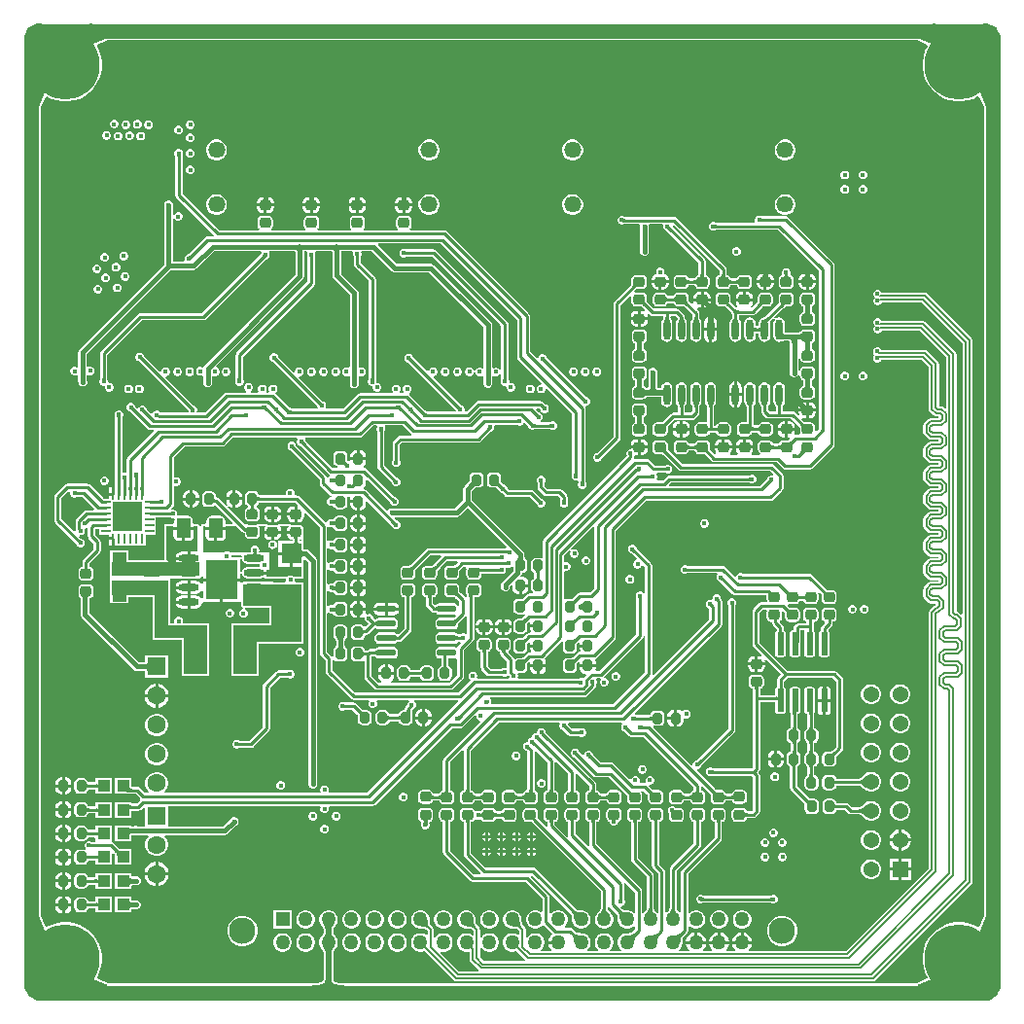
<source format=gbr>
G04*
G04 #@! TF.GenerationSoftware,Altium Limited,Altium Designer,24.1.2 (44)*
G04*
G04 Layer_Physical_Order=4*
G04 Layer_Color=16711680*
%FSLAX44Y44*%
%MOMM*%
G71*
G04*
G04 #@! TF.SameCoordinates,B91C3D85-37F7-440E-B7CA-D4A3DDB4B262*
G04*
G04*
G04 #@! TF.FilePolarity,Positive*
G04*
G01*
G75*
%ADD11C,0.2540*%
%ADD12C,0.3810*%
%ADD14C,0.5080*%
%ADD23C,1.2300*%
G04:AMPARAMS|DCode=34|XSize=0.95mm|YSize=0.85mm|CornerRadius=0.2125mm|HoleSize=0mm|Usage=FLASHONLY|Rotation=180.000|XOffset=0mm|YOffset=0mm|HoleType=Round|Shape=RoundedRectangle|*
%AMROUNDEDRECTD34*
21,1,0.9500,0.4250,0,0,180.0*
21,1,0.5250,0.8500,0,0,180.0*
1,1,0.4250,-0.2625,0.2125*
1,1,0.4250,0.2625,0.2125*
1,1,0.4250,0.2625,-0.2125*
1,1,0.4250,-0.2625,-0.2125*
%
%ADD34ROUNDEDRECTD34*%
G04:AMPARAMS|DCode=35|XSize=0.95mm|YSize=0.85mm|CornerRadius=0.2125mm|HoleSize=0mm|Usage=FLASHONLY|Rotation=90.000|XOffset=0mm|YOffset=0mm|HoleType=Round|Shape=RoundedRectangle|*
%AMROUNDEDRECTD35*
21,1,0.9500,0.4250,0,0,90.0*
21,1,0.5250,0.8500,0,0,90.0*
1,1,0.4250,0.2125,0.2625*
1,1,0.4250,0.2125,-0.2625*
1,1,0.4250,-0.2125,-0.2625*
1,1,0.4250,-0.2125,0.2625*
%
%ADD35ROUNDEDRECTD35*%
%ADD40R,1.8000X1.8000*%
%ADD66O,0.6000X1.8000*%
%ADD130C,0.1800*%
%ADD135C,0.3000*%
%ADD136R,1.3700X1.3700*%
%ADD137C,1.3700*%
%ADD138C,1.4580*%
%ADD139C,1.2580*%
%ADD140R,1.2580X1.2580*%
%ADD141C,2.3000*%
%ADD142C,1.0000*%
%ADD143C,6.0000*%
%ADD144C,1.6000*%
%ADD145R,1.6000X1.6000*%
%ADD146C,0.4000*%
G04:AMPARAMS|DCode=150|XSize=1.97mm|YSize=0.59mm|CornerRadius=0.0738mm|HoleSize=0mm|Usage=FLASHONLY|Rotation=270.000|XOffset=0mm|YOffset=0mm|HoleType=Round|Shape=RoundedRectangle|*
%AMROUNDEDRECTD150*
21,1,1.9700,0.4425,0,0,270.0*
21,1,1.8225,0.5900,0,0,270.0*
1,1,0.1475,-0.2213,-0.9113*
1,1,0.1475,-0.2213,0.9113*
1,1,0.1475,0.2213,0.9113*
1,1,0.1475,0.2213,-0.9113*
%
%ADD150ROUNDEDRECTD150*%
%ADD151R,2.7178X3.4036*%
%ADD152O,1.8000X0.6000*%
%ADD153R,2.6500X2.6500*%
%ADD154R,0.8048X0.2746*%
%ADD155R,0.2746X0.8048*%
G04:AMPARAMS|DCode=156|XSize=1.64mm|YSize=0.59mm|CornerRadius=0.1475mm|HoleSize=0mm|Usage=FLASHONLY|Rotation=0.000|XOffset=0mm|YOffset=0mm|HoleType=Round|Shape=RoundedRectangle|*
%AMROUNDEDRECTD156*
21,1,1.6400,0.2950,0,0,0.0*
21,1,1.3450,0.5900,0,0,0.0*
1,1,0.2950,0.6725,-0.1475*
1,1,0.2950,-0.6725,-0.1475*
1,1,0.2950,-0.6725,0.1475*
1,1,0.2950,0.6725,0.1475*
%
%ADD156ROUNDEDRECTD156*%
%ADD157R,2.0000X4.2000*%
G04:AMPARAMS|DCode=158|XSize=1.75mm|YSize=1.25mm|CornerRadius=0.2438mm|HoleSize=0mm|Usage=FLASHONLY|Rotation=270.000|XOffset=0mm|YOffset=0mm|HoleType=Round|Shape=RoundedRectangle|*
%AMROUNDEDRECTD158*
21,1,1.7500,0.7625,0,0,270.0*
21,1,1.2625,1.2500,0,0,270.0*
1,1,0.4875,-0.3813,-0.6313*
1,1,0.4875,-0.3813,0.6313*
1,1,0.4875,0.3813,0.6313*
1,1,0.4875,0.3813,-0.6313*
%
%ADD158ROUNDEDRECTD158*%
%ADD159R,1.1000X1.0000*%
%ADD160R,1.3000X1.1500*%
%ADD161R,7.6301X1.1991*%
G36*
X72648Y837500D02*
X60019Y831975D01*
X36000Y840536D01*
X16458Y833570D01*
X9459Y814000D01*
X18057Y789957D01*
X12506Y777344D01*
X206Y791390D01*
X5266Y814000D01*
X206Y836610D01*
X11965Y837939D01*
Y837959D01*
X12003Y837997D01*
X12081Y837997D01*
X13429Y849800D01*
X36000Y844737D01*
X58571Y849800D01*
X72648Y837500D01*
D02*
G37*
G36*
X837944Y838035D02*
X837959D01*
X837997Y837997D01*
X837997Y837917D01*
X849806Y836531D01*
X849739Y835705D01*
X849538Y834400D01*
X847395Y824398D01*
X844871Y814000D01*
X847395Y803602D01*
X849538Y793599D01*
X849739Y792295D01*
X849806Y791469D01*
X837506Y777359D01*
X832007Y790005D01*
X840530Y814000D01*
X833584Y833555D01*
X814000Y840536D01*
X789981Y831974D01*
X777352Y837500D01*
X791429Y849800D01*
X814000Y844737D01*
X836571Y849800D01*
X837944Y838035D01*
D02*
G37*
G36*
X156323Y835651D02*
X416322D01*
X426322Y835651D01*
X696321D01*
X706321Y835651D01*
X777049D01*
X786182Y831655D01*
X786542Y830112D01*
X784548Y826199D01*
X783002Y821442D01*
X782220Y816501D01*
Y811499D01*
X783002Y806558D01*
X784548Y801801D01*
X786819Y797344D01*
X789760Y793297D01*
X793297Y789760D01*
X797344Y786819D01*
X801801Y784548D01*
X806558Y783002D01*
X811499Y782220D01*
X816501D01*
X821442Y783002D01*
X826199Y784548D01*
X830142Y786557D01*
X831678Y786209D01*
X835657Y777059D01*
Y706779D01*
X835657Y696779D01*
Y426780D01*
X835657Y416780D01*
Y156780D01*
X835657Y146780D01*
Y72941D01*
X831678Y63791D01*
X830142Y63443D01*
X826199Y65452D01*
X821442Y66997D01*
X816501Y67780D01*
X811499D01*
X806558Y66997D01*
X801801Y65452D01*
X797344Y63181D01*
X793297Y60240D01*
X789760Y56703D01*
X786819Y52656D01*
X784548Y48199D01*
X783002Y43442D01*
X782220Y38501D01*
Y33499D01*
X783002Y28558D01*
X784548Y23801D01*
X786542Y19888D01*
X786183Y18344D01*
X777049Y14349D01*
X700857D01*
X690857Y14349D01*
X430857D01*
X420857Y14349D01*
X278316D01*
X277616Y14364D01*
X273858Y14752D01*
X272457Y15064D01*
X271318Y15448D01*
X270478Y15873D01*
X269923Y16298D01*
X269714Y16557D01*
X269405Y21548D01*
Y41350D01*
X269416Y41470D01*
X269488Y41916D01*
X269587Y42327D01*
X269709Y42705D01*
X269855Y43053D01*
X270023Y43374D01*
X270215Y43672D01*
X270431Y43950D01*
X270730Y44269D01*
X270807Y44394D01*
X271458Y45045D01*
X272520Y46885D01*
X273070Y48938D01*
Y51062D01*
X272520Y53115D01*
X271458Y54955D01*
X270807Y55606D01*
X270730Y55731D01*
X270431Y56050D01*
X270214Y56328D01*
X270023Y56626D01*
X269855Y56947D01*
X269709Y57295D01*
X269587Y57673D01*
X269488Y58084D01*
X269416Y58530D01*
X269405Y58650D01*
Y61350D01*
X269416Y61470D01*
X269488Y61916D01*
X269587Y62327D01*
X269709Y62705D01*
X269855Y63053D01*
X270023Y63374D01*
X270215Y63672D01*
X270431Y63950D01*
X270730Y64269D01*
X270807Y64394D01*
X271458Y65045D01*
X272520Y66885D01*
X273070Y68938D01*
Y71062D01*
X272520Y73115D01*
X271458Y74955D01*
X269955Y76458D01*
X268115Y77520D01*
X266062Y78070D01*
X263937D01*
X261885Y77520D01*
X260045Y76458D01*
X258542Y74955D01*
X257480Y73115D01*
X256930Y71062D01*
Y68938D01*
X257480Y66885D01*
X258542Y65045D01*
X259193Y64394D01*
X259270Y64269D01*
X259569Y63950D01*
X259786Y63672D01*
X259977Y63374D01*
X260145Y63053D01*
X260291Y62705D01*
X260413Y62327D01*
X260512Y61916D01*
X260584Y61470D01*
X260595Y61350D01*
Y58650D01*
X260584Y58530D01*
X260512Y58084D01*
X260413Y57673D01*
X260291Y57295D01*
X260145Y56947D01*
X259977Y56626D01*
X259785Y56328D01*
X259569Y56050D01*
X259270Y55731D01*
X259193Y55606D01*
X258542Y54955D01*
X257480Y53115D01*
X256930Y51062D01*
Y48938D01*
X257480Y46885D01*
X258542Y45045D01*
X259193Y44394D01*
X259270Y44269D01*
X259569Y43950D01*
X259786Y43672D01*
X259977Y43374D01*
X260145Y43053D01*
X260291Y42705D01*
X260413Y42327D01*
X260512Y41916D01*
X260584Y41470D01*
X260595Y41350D01*
Y21184D01*
X260485Y18218D01*
X260336Y16619D01*
X260077Y16298D01*
X259522Y15873D01*
X258682Y15448D01*
X257543Y15064D01*
X256112Y14745D01*
X254398Y14509D01*
X252411Y14365D01*
X251684Y14349D01*
X150858D01*
X140858Y14349D01*
X72951D01*
X63818Y18345D01*
X63458Y19888D01*
X65452Y23801D01*
X66997Y28558D01*
X67780Y33499D01*
Y38501D01*
X66997Y43442D01*
X65452Y48199D01*
X63181Y52656D01*
X60240Y56703D01*
X56703Y60240D01*
X52656Y63181D01*
X48199Y65452D01*
X43442Y66997D01*
X38501Y67780D01*
X33499D01*
X28558Y66997D01*
X23801Y65452D01*
X19918Y63473D01*
X18367Y63844D01*
X14355Y72961D01*
Y145503D01*
X14355Y155503D01*
Y415503D01*
X14355Y425503D01*
Y695502D01*
X14355Y705502D01*
Y777038D01*
X18367Y786156D01*
X19918Y786527D01*
X23801Y784548D01*
X28558Y783002D01*
X33499Y782220D01*
X38501D01*
X43442Y783002D01*
X48199Y784548D01*
X52656Y786819D01*
X56703Y789760D01*
X60240Y793297D01*
X63181Y797344D01*
X65452Y801801D01*
X66997Y806558D01*
X67780Y811499D01*
Y816501D01*
X66997Y821442D01*
X65452Y826199D01*
X63458Y830112D01*
X63818Y831656D01*
X72951Y835651D01*
X146323D01*
X156323Y835651D01*
D02*
G37*
G36*
X269049Y65129D02*
X268732Y64722D01*
X268453Y64288D01*
X268211Y63826D01*
X268006Y63336D01*
X267838Y62818D01*
X267708Y62273D01*
X267614Y61700D01*
X267559Y61100D01*
X267540Y60472D01*
X262460D01*
X262441Y61100D01*
X262386Y61700D01*
X262292Y62273D01*
X262162Y62818D01*
X261994Y63336D01*
X261789Y63826D01*
X261547Y64288D01*
X261268Y64722D01*
X260951Y65129D01*
X260597Y65508D01*
X269403D01*
X269049Y65129D01*
D02*
G37*
G36*
X267559Y58900D02*
X267614Y58300D01*
X267708Y57727D01*
X267838Y57182D01*
X268006Y56664D01*
X268211Y56174D01*
X268453Y55712D01*
X268732Y55278D01*
X269049Y54871D01*
X269403Y54492D01*
X260597D01*
X260951Y54871D01*
X261268Y55278D01*
X261547Y55712D01*
X261789Y56174D01*
X261994Y56664D01*
X262162Y57182D01*
X262292Y57727D01*
X262386Y58300D01*
X262441Y58900D01*
X262460Y59528D01*
X267540D01*
X267559Y58900D01*
D02*
G37*
G36*
X269049Y45129D02*
X268732Y44722D01*
X268453Y44288D01*
X268211Y43826D01*
X268006Y43336D01*
X267838Y42818D01*
X267708Y42273D01*
X267614Y41700D01*
X267559Y41100D01*
X267540Y40472D01*
X262460D01*
X262441Y41100D01*
X262386Y41700D01*
X262292Y42273D01*
X262162Y42818D01*
X261994Y43336D01*
X261789Y43826D01*
X261547Y44288D01*
X261268Y44722D01*
X260951Y45129D01*
X260597Y45508D01*
X269403D01*
X269049Y45129D01*
D02*
G37*
G36*
X849806Y58532D02*
X849739Y57706D01*
X849538Y56401D01*
X847395Y46399D01*
X844871Y36000D01*
X847395Y25601D01*
X849538Y15599D01*
X849739Y14294D01*
X849806Y13468D01*
X838035Y12063D01*
Y12041D01*
X837997Y12003D01*
X837924Y12003D01*
X836571Y200D01*
X835750Y267D01*
X834449Y468D01*
X824447Y2607D01*
X814000Y5135D01*
X803553Y2607D01*
X793551Y468D01*
X792250Y267D01*
X791430Y200D01*
X777352Y12500D01*
X789981Y18025D01*
X806876Y12003D01*
X814000Y9464D01*
X833583Y16444D01*
X840530Y36000D01*
X832006Y59995D01*
X837506Y72641D01*
X849806Y58532D01*
D02*
G37*
G36*
X18057Y60043D02*
X9459Y36000D01*
X16457Y16430D01*
X36000Y9464D01*
X60019Y18026D01*
X72648Y12500D01*
X58571Y200D01*
X57750Y267D01*
X56450Y468D01*
X46447Y2607D01*
X36000Y5135D01*
X25553Y2607D01*
X15550Y468D01*
X14250Y267D01*
X13429Y200D01*
X12068Y11965D01*
X12041D01*
X12003Y12003D01*
X12003Y12081D01*
X206Y13390D01*
X5266Y36000D01*
X206Y58610D01*
X12506Y72656D01*
X18057Y60043D01*
D02*
G37*
G36*
X267558Y22002D02*
X267931Y15988D01*
X268032Y15752D01*
X268647Y14990D01*
X269508Y14329D01*
X270615Y13770D01*
X271968Y13313D01*
X273567Y12958D01*
X277503Y12551D01*
X279840Y12500D01*
X265000Y200D01*
X250160Y12500D01*
X252497Y12551D01*
X254588Y12703D01*
X256433Y12958D01*
X258032Y13313D01*
X259385Y13770D01*
X260492Y14329D01*
X261353Y14990D01*
X261968Y15752D01*
X262109Y16081D01*
X262297Y18100D01*
X262442Y22002D01*
X262460Y24251D01*
X267540D01*
X267558Y22002D01*
D02*
G37*
%LPC*%
G36*
X79192Y766288D02*
X77688D01*
X76299Y765713D01*
X75236Y764649D01*
X74660Y763260D01*
Y761756D01*
X75236Y760367D01*
X76299Y759304D01*
X77688Y758728D01*
X79192D01*
X80581Y759304D01*
X81644Y760367D01*
X82220Y761756D01*
Y763260D01*
X81644Y764649D01*
X80581Y765713D01*
X79192Y766288D01*
D02*
G37*
G36*
X99158Y766041D02*
X97654D01*
X96265Y765466D01*
X95201Y764403D01*
X94626Y763013D01*
Y761510D01*
X95201Y760120D01*
X96265Y759057D01*
X97654Y758482D01*
X99158D01*
X100547Y759057D01*
X101610Y760120D01*
X102186Y761510D01*
Y763013D01*
X101610Y764403D01*
X100547Y765466D01*
X99158Y766041D01*
D02*
G37*
G36*
X145399Y765780D02*
X143895D01*
X142506Y765204D01*
X141443Y764141D01*
X140867Y762752D01*
Y761248D01*
X141443Y759859D01*
X142506Y758795D01*
X143895Y758220D01*
X145399D01*
X146788Y758795D01*
X147852Y759859D01*
X148427Y761248D01*
Y762752D01*
X147852Y764141D01*
X146788Y765204D01*
X145399Y765780D01*
D02*
G37*
G36*
X109141Y765660D02*
X107637D01*
X106248Y765085D01*
X105184Y764022D01*
X104609Y762632D01*
Y761129D01*
X105184Y759739D01*
X106248Y758676D01*
X107637Y758101D01*
X109141D01*
X110530Y758676D01*
X111594Y759739D01*
X112169Y761129D01*
Y762632D01*
X111594Y764022D01*
X110530Y765085D01*
X109141Y765660D01*
D02*
G37*
G36*
X89175D02*
X87671D01*
X86282Y765085D01*
X85218Y764022D01*
X84643Y762632D01*
Y761129D01*
X85218Y759739D01*
X86282Y758676D01*
X87671Y758101D01*
X89175D01*
X90564Y758676D01*
X91628Y759739D01*
X92203Y761129D01*
Y762632D01*
X91628Y764022D01*
X90564Y765085D01*
X89175Y765660D01*
D02*
G37*
G36*
X135195Y761081D02*
X133691D01*
X132302Y760506D01*
X131239Y759442D01*
X130663Y758053D01*
Y756549D01*
X131239Y755160D01*
X132302Y754097D01*
X133691Y753521D01*
X135195D01*
X136585Y754097D01*
X137648Y755160D01*
X138223Y756549D01*
Y758053D01*
X137648Y759442D01*
X136585Y760506D01*
X135195Y761081D01*
D02*
G37*
G36*
X72472Y756382D02*
X70968D01*
X69579Y755807D01*
X68516Y754743D01*
X67940Y753354D01*
Y751850D01*
X68516Y750461D01*
X69579Y749398D01*
X70968Y748822D01*
X72472D01*
X73861Y749398D01*
X74925Y750461D01*
X75500Y751850D01*
Y753354D01*
X74925Y754743D01*
X73861Y755807D01*
X72472Y756382D01*
D02*
G37*
G36*
X92438Y756135D02*
X90934D01*
X89545Y755560D01*
X88481Y754497D01*
X87906Y753107D01*
Y751604D01*
X88481Y750214D01*
X89545Y749151D01*
X90934Y748576D01*
X92438D01*
X93827Y749151D01*
X94890Y750214D01*
X95466Y751604D01*
Y753107D01*
X94890Y754497D01*
X93827Y755560D01*
X92438Y756135D01*
D02*
G37*
G36*
X102421Y755754D02*
X100917D01*
X99528Y755179D01*
X98464Y754116D01*
X97889Y752726D01*
Y751223D01*
X98464Y749833D01*
X99528Y748770D01*
X100917Y748195D01*
X102421D01*
X103810Y748770D01*
X104874Y749833D01*
X105449Y751223D01*
Y752726D01*
X104874Y754116D01*
X103810Y755179D01*
X102421Y755754D01*
D02*
G37*
G36*
X82455D02*
X80951D01*
X79562Y755179D01*
X78498Y754116D01*
X77923Y752726D01*
Y751223D01*
X78498Y749833D01*
X79562Y748770D01*
X80951Y748195D01*
X82455D01*
X83844Y748770D01*
X84908Y749833D01*
X85483Y751223D01*
Y752726D01*
X84908Y754116D01*
X83844Y755179D01*
X82455Y755754D01*
D02*
G37*
G36*
X145399Y754350D02*
X143895D01*
X142506Y753774D01*
X141443Y752711D01*
X140867Y751322D01*
Y749818D01*
X141443Y748429D01*
X142506Y747365D01*
X143895Y746790D01*
X145399D01*
X146788Y747365D01*
X147852Y748429D01*
X148427Y749818D01*
Y751322D01*
X147852Y752711D01*
X146788Y753774D01*
X145399Y754350D01*
D02*
G37*
G36*
Y740733D02*
X143895D01*
X142506Y740157D01*
X141443Y739094D01*
X140867Y737704D01*
Y736201D01*
X141443Y734811D01*
X142506Y733748D01*
X143895Y733173D01*
X145399D01*
X146788Y733748D01*
X147852Y734811D01*
X148427Y736201D01*
Y737704D01*
X147852Y739094D01*
X146788Y740157D01*
X145399Y740733D01*
D02*
G37*
G36*
X663694Y749070D02*
X661306D01*
X658999Y748452D01*
X656931Y747258D01*
X655242Y745569D01*
X654048Y743501D01*
X653430Y741194D01*
Y738806D01*
X654048Y736499D01*
X655242Y734431D01*
X656931Y732742D01*
X658999Y731548D01*
X661306Y730930D01*
X663694D01*
X666001Y731548D01*
X668069Y732742D01*
X669758Y734431D01*
X670952Y736499D01*
X671570Y738806D01*
Y741194D01*
X670952Y743501D01*
X669758Y745569D01*
X668069Y747258D01*
X666001Y748452D01*
X663694Y749070D01*
D02*
G37*
G36*
X478694D02*
X476306D01*
X473999Y748452D01*
X471931Y747258D01*
X470242Y745569D01*
X469048Y743501D01*
X468430Y741194D01*
Y738806D01*
X469048Y736499D01*
X470242Y734431D01*
X471931Y732742D01*
X473999Y731548D01*
X476306Y730930D01*
X478694D01*
X481001Y731548D01*
X483069Y732742D01*
X484758Y734431D01*
X485952Y736499D01*
X486570Y738806D01*
Y741194D01*
X485952Y743501D01*
X484758Y745569D01*
X483069Y747258D01*
X481001Y748452D01*
X478694Y749070D01*
D02*
G37*
G36*
X353694D02*
X351306D01*
X348999Y748452D01*
X346931Y747258D01*
X345242Y745569D01*
X344048Y743501D01*
X343430Y741194D01*
Y738806D01*
X344048Y736499D01*
X345242Y734431D01*
X346931Y732742D01*
X348999Y731548D01*
X351306Y730930D01*
X353694D01*
X356001Y731548D01*
X358069Y732742D01*
X359758Y734431D01*
X360952Y736499D01*
X361570Y738806D01*
Y741194D01*
X360952Y743501D01*
X359758Y745569D01*
X358069Y747258D01*
X356001Y748452D01*
X353694Y749070D01*
D02*
G37*
G36*
X168694D02*
X166306D01*
X163999Y748452D01*
X161931Y747258D01*
X160242Y745569D01*
X159048Y743501D01*
X158430Y741194D01*
Y738806D01*
X159048Y736499D01*
X160242Y734431D01*
X161931Y732742D01*
X163999Y731548D01*
X166306Y730930D01*
X168694D01*
X171001Y731548D01*
X173069Y732742D01*
X174758Y734431D01*
X175952Y736499D01*
X176570Y738806D01*
Y741194D01*
X175952Y743501D01*
X174758Y745569D01*
X173069Y747258D01*
X171001Y748452D01*
X168694Y749070D01*
D02*
G37*
G36*
X145399Y726410D02*
X143895D01*
X142506Y725835D01*
X141443Y724771D01*
X140867Y723382D01*
Y721878D01*
X141443Y720489D01*
X142506Y719426D01*
X143895Y718850D01*
X145399D01*
X146788Y719426D01*
X147852Y720489D01*
X148427Y721878D01*
Y723382D01*
X147852Y724771D01*
X146788Y725835D01*
X145399Y726410D01*
D02*
G37*
G36*
X730984Y721898D02*
X729480D01*
X728091Y721323D01*
X727027Y720259D01*
X726452Y718870D01*
Y717366D01*
X727027Y715977D01*
X728091Y714914D01*
X729480Y714338D01*
X730984D01*
X732373Y714914D01*
X733436Y715977D01*
X734012Y717366D01*
Y718870D01*
X733436Y720259D01*
X732373Y721323D01*
X730984Y721898D01*
D02*
G37*
G36*
X715306Y721873D02*
X713803D01*
X712413Y721297D01*
X711350Y720234D01*
X710775Y718845D01*
Y717341D01*
X711350Y715952D01*
X712413Y714888D01*
X713803Y714313D01*
X715306D01*
X716696Y714888D01*
X717759Y715952D01*
X718335Y717341D01*
Y718845D01*
X717759Y720234D01*
X716696Y721297D01*
X715306Y721873D01*
D02*
G37*
G36*
X731002Y709394D02*
X729498D01*
X728109Y708819D01*
X727046Y707755D01*
X726470Y706366D01*
Y704862D01*
X727046Y703473D01*
X728109Y702410D01*
X729498Y701834D01*
X731002D01*
X732391Y702410D01*
X733455Y703473D01*
X734030Y704862D01*
Y706366D01*
X733455Y707755D01*
X732391Y708819D01*
X731002Y709394D01*
D02*
G37*
G36*
X715325Y709369D02*
X713821D01*
X712432Y708793D01*
X711368Y707730D01*
X710793Y706340D01*
Y704837D01*
X711368Y703447D01*
X712432Y702384D01*
X713821Y701809D01*
X715325D01*
X716714Y702384D01*
X717777Y703447D01*
X718353Y704837D01*
Y706340D01*
X717777Y707730D01*
X716714Y708793D01*
X715325Y709369D01*
D02*
G37*
G36*
X333079Y698791D02*
X331724D01*
Y698740D01*
X332345D01*
X332352Y698246D01*
X332452Y697076D01*
X332511Y696790D01*
X332584Y696556D01*
X332671Y696374D01*
X332771Y696244D01*
X332884Y696166D01*
X333010Y696140D01*
X331724D01*
Y693180D01*
X337835D01*
Y694035D01*
X337473Y695855D01*
X336442Y697398D01*
X334899Y698429D01*
X333079Y698791D01*
D02*
G37*
G36*
X292625D02*
X291270D01*
Y698740D01*
X291891D01*
X291898Y698246D01*
X291998Y697076D01*
X292057Y696790D01*
X292131Y696556D01*
X292217Y696374D01*
X292317Y696244D01*
X292430Y696166D01*
X292556Y696140D01*
X291270D01*
Y693180D01*
X297381D01*
Y694035D01*
X297019Y695855D01*
X295988Y697398D01*
X294445Y698429D01*
X292625Y698791D01*
D02*
G37*
G36*
X252625D02*
X251270D01*
Y698740D01*
X251891D01*
X251898Y698246D01*
X251998Y697076D01*
X252057Y696790D01*
X252131Y696556D01*
X252217Y696374D01*
X252317Y696244D01*
X252430Y696166D01*
X252556Y696140D01*
X251270D01*
Y693180D01*
X257381D01*
Y694035D01*
X257019Y695855D01*
X255988Y697398D01*
X254445Y698429D01*
X252625Y698791D01*
D02*
G37*
G36*
X212625D02*
X211270D01*
Y698740D01*
X211891D01*
X211898Y698246D01*
X211998Y697076D01*
X212057Y696790D01*
X212131Y696556D01*
X212217Y696374D01*
X212317Y696244D01*
X212430Y696166D01*
X212556Y696140D01*
X211270D01*
Y693180D01*
X217381D01*
Y694035D01*
X217019Y695855D01*
X215988Y697398D01*
X214445Y698429D01*
X212625Y698791D01*
D02*
G37*
G36*
X288730D02*
X287375D01*
X285555Y698429D01*
X284012Y697398D01*
X282981Y695855D01*
X282619Y694035D01*
Y693180D01*
X288730D01*
Y696140D01*
X287416D01*
X287543Y696166D01*
X287656Y696244D01*
X287755Y696374D01*
X287842Y696556D01*
X287915Y696790D01*
X287975Y697076D01*
X288021Y697414D01*
X288074Y698246D01*
X288081Y698740D01*
X288730D01*
Y698791D01*
D02*
G37*
G36*
X329184D02*
X327829D01*
X326009Y698429D01*
X324466Y697398D01*
X323435Y695855D01*
X323073Y694035D01*
Y693180D01*
X329184D01*
Y696140D01*
X327870D01*
X327997Y696166D01*
X328110Y696244D01*
X328209Y696374D01*
X328296Y696556D01*
X328369Y696790D01*
X328429Y697076D01*
X328475Y697414D01*
X328529Y698246D01*
X328535Y698740D01*
X329184D01*
Y698791D01*
D02*
G37*
G36*
X208730D02*
X207375D01*
X205555Y698429D01*
X204012Y697398D01*
X202981Y695855D01*
X202619Y694035D01*
Y693180D01*
X208730D01*
Y696140D01*
X207416D01*
X207543Y696166D01*
X207656Y696244D01*
X207755Y696374D01*
X207842Y696556D01*
X207915Y696790D01*
X207975Y697076D01*
X208021Y697414D01*
X208074Y698246D01*
X208081Y698740D01*
X208730D01*
Y698791D01*
D02*
G37*
G36*
X248730D02*
X247375D01*
X245555Y698429D01*
X244012Y697398D01*
X242981Y695855D01*
X242619Y694035D01*
Y693180D01*
X248730D01*
Y696140D01*
X247416D01*
X247543Y696166D01*
X247656Y696244D01*
X247755Y696374D01*
X247842Y696556D01*
X247915Y696790D01*
X247975Y697076D01*
X248021Y697414D01*
X248074Y698246D01*
X248081Y698740D01*
X248730D01*
Y698791D01*
D02*
G37*
G36*
X337835Y690640D02*
X331724D01*
Y685028D01*
X333079D01*
X334899Y685390D01*
X336442Y686422D01*
X337473Y687965D01*
X337835Y689785D01*
Y690640D01*
D02*
G37*
G36*
X329184D02*
X323073D01*
Y689785D01*
X323435Y687965D01*
X324466Y686422D01*
X326009Y685390D01*
X327829Y685028D01*
X329184D01*
Y690640D01*
D02*
G37*
G36*
X297381D02*
X291270D01*
Y685028D01*
X292625D01*
X294445Y685390D01*
X295988Y686422D01*
X297019Y687965D01*
X297381Y689785D01*
Y690640D01*
D02*
G37*
G36*
X288730D02*
X282619D01*
Y689785D01*
X282981Y687965D01*
X284012Y686422D01*
X285555Y685390D01*
X287375Y685028D01*
X288730D01*
Y690640D01*
D02*
G37*
G36*
X257381D02*
X251270D01*
Y685028D01*
X252625D01*
X254445Y685390D01*
X255988Y686422D01*
X257019Y687965D01*
X257381Y689785D01*
Y690640D01*
D02*
G37*
G36*
X248730D02*
X242619D01*
Y689785D01*
X242981Y687965D01*
X244012Y686422D01*
X245555Y685390D01*
X247375Y685028D01*
X248730D01*
Y690640D01*
D02*
G37*
G36*
X217381D02*
X211270D01*
Y685028D01*
X212625D01*
X214445Y685390D01*
X215988Y686422D01*
X217019Y687965D01*
X217381Y689785D01*
Y690640D01*
D02*
G37*
G36*
X208730D02*
X202619D01*
Y689785D01*
X202981Y687965D01*
X204012Y686422D01*
X205555Y685390D01*
X207375Y685028D01*
X208730D01*
Y690640D01*
D02*
G37*
G36*
X663694Y701570D02*
X661306D01*
X658999Y700952D01*
X656931Y699758D01*
X655242Y698069D01*
X654048Y696001D01*
X653430Y693694D01*
Y691306D01*
X654048Y688999D01*
X655242Y686931D01*
X656931Y685242D01*
X658999Y684048D01*
X661306Y683430D01*
X663694D01*
X666001Y684048D01*
X668069Y685242D01*
X669758Y686931D01*
X670952Y688999D01*
X671570Y691306D01*
Y693694D01*
X670952Y696001D01*
X669758Y698069D01*
X668069Y699758D01*
X666001Y700952D01*
X663694Y701570D01*
D02*
G37*
G36*
X478694D02*
X476306D01*
X473999Y700952D01*
X471931Y699758D01*
X470242Y698069D01*
X469048Y696001D01*
X468430Y693694D01*
Y691306D01*
X469048Y688999D01*
X470242Y686931D01*
X471931Y685242D01*
X473999Y684048D01*
X476306Y683430D01*
X478694D01*
X481001Y684048D01*
X483069Y685242D01*
X484758Y686931D01*
X485952Y688999D01*
X486570Y691306D01*
Y693694D01*
X485952Y696001D01*
X484758Y698069D01*
X483069Y699758D01*
X481001Y700952D01*
X478694Y701570D01*
D02*
G37*
G36*
X353694D02*
X351306D01*
X348999Y700952D01*
X346931Y699758D01*
X345242Y698069D01*
X344048Y696001D01*
X343430Y693694D01*
Y691306D01*
X344048Y688999D01*
X345242Y686931D01*
X346931Y685242D01*
X348999Y684048D01*
X351306Y683430D01*
X353694D01*
X356001Y684048D01*
X358069Y685242D01*
X359758Y686931D01*
X360952Y688999D01*
X361570Y691306D01*
Y693694D01*
X360952Y696001D01*
X359758Y698069D01*
X358069Y699758D01*
X356001Y700952D01*
X353694Y701570D01*
D02*
G37*
G36*
X168694D02*
X166306D01*
X163999Y700952D01*
X161931Y699758D01*
X160242Y698069D01*
X159048Y696001D01*
X158430Y693694D01*
Y691306D01*
X159048Y688999D01*
X160242Y686931D01*
X161931Y685242D01*
X163999Y684048D01*
X166306Y683430D01*
X168694D01*
X171001Y684048D01*
X173069Y685242D01*
X174758Y686931D01*
X175952Y688999D01*
X176570Y691306D01*
Y693694D01*
X175952Y696001D01*
X174758Y698069D01*
X173069Y699758D01*
X171001Y700952D01*
X168694Y701570D01*
D02*
G37*
G36*
X135427Y740733D02*
X133923D01*
X132534Y740157D01*
X131470Y739094D01*
X130895Y737704D01*
Y736201D01*
X131470Y734811D01*
X131565Y734717D01*
Y700466D01*
X131802Y699276D01*
X132476Y698267D01*
X164848Y665895D01*
X164322Y664625D01*
X159555D01*
X158365Y664389D01*
X157356Y663715D01*
X142892Y649251D01*
X142758D01*
X141369Y648675D01*
X140306Y647612D01*
X139730Y646223D01*
Y644719D01*
X139993Y644085D01*
X139161Y642815D01*
X129423D01*
Y680441D01*
X130693Y680694D01*
X131021Y679900D01*
X132085Y678837D01*
X133474Y678261D01*
X134978D01*
X136367Y678837D01*
X137431Y679900D01*
X138006Y681289D01*
Y682793D01*
X137431Y684182D01*
X136367Y685246D01*
X134978Y685821D01*
X133474D01*
X132085Y685246D01*
X131021Y684182D01*
X130693Y683388D01*
X129423Y683641D01*
Y691446D01*
X129445Y691501D01*
Y693004D01*
X128870Y694394D01*
X127807Y695457D01*
X126417Y696032D01*
X124914D01*
X123524Y695457D01*
X122461Y694394D01*
X121885Y693004D01*
Y691501D01*
X121908Y691446D01*
Y640186D01*
X48137Y566415D01*
X47323Y565196D01*
X47037Y563758D01*
Y551371D01*
X45767Y550789D01*
X44705Y551229D01*
X43201D01*
X41812Y550654D01*
X40749Y549590D01*
X40173Y548201D01*
Y546697D01*
X40749Y545308D01*
X41812Y544245D01*
X43201Y543669D01*
X44705D01*
X45767Y544109D01*
X47037Y543528D01*
Y539260D01*
X47050Y539193D01*
Y538214D01*
X47336Y536776D01*
X47702Y536229D01*
X47882Y535793D01*
X48945Y534730D01*
X50335Y534155D01*
X51839D01*
X53228Y534730D01*
X54291Y535793D01*
X54867Y537183D01*
Y538687D01*
X54551Y539448D01*
Y543657D01*
X55821Y544229D01*
X56900Y543782D01*
X58404D01*
X59793Y544357D01*
X60856Y545421D01*
X61432Y546810D01*
Y548314D01*
X60856Y549703D01*
X59793Y550766D01*
X58404Y551342D01*
X56900D01*
X55821Y550895D01*
X54551Y551467D01*
Y562202D01*
X127650Y635301D01*
X147210D01*
X148648Y635587D01*
X149867Y636401D01*
X165536Y652071D01*
X206277D01*
X206803Y650801D01*
X206768Y650766D01*
X206192Y649376D01*
Y649242D01*
X154928Y597978D01*
X101091D01*
X99901Y597741D01*
X98892Y597067D01*
X67068Y565243D01*
X66394Y564234D01*
X66157Y563044D01*
Y540496D01*
X66062Y540401D01*
X65487Y539012D01*
Y537508D01*
X66062Y536119D01*
X67126Y535056D01*
X68515Y534480D01*
X69109D01*
X70093Y534152D01*
X70283Y533307D01*
Y532585D01*
X70858Y531196D01*
X71921Y530132D01*
X73311Y529557D01*
X74814D01*
X76204Y530132D01*
X77267Y531196D01*
X77842Y532585D01*
Y534089D01*
X77267Y535478D01*
X76204Y536541D01*
X74814Y537117D01*
X74220D01*
X73237Y537445D01*
X73047Y538290D01*
Y539012D01*
X72471Y540401D01*
X72377Y540496D01*
Y561756D01*
X102379Y591758D01*
X156216D01*
X157406Y591995D01*
X158415Y592669D01*
X210590Y644845D01*
X210724D01*
X212113Y645420D01*
X213177Y646483D01*
X213752Y647873D01*
Y649376D01*
X213177Y650766D01*
X213142Y650801D01*
X213668Y652071D01*
X234876D01*
X235240Y652007D01*
X235536Y651908D01*
X235739Y651798D01*
X235883Y651681D01*
X236000Y651537D01*
X236110Y651334D01*
X236208Y651038D01*
X236273Y650674D01*
Y631502D01*
X157141Y552369D01*
X156394Y551252D01*
X156268Y551127D01*
X154921Y550596D01*
X154099Y550936D01*
X152596D01*
X151206Y550361D01*
X150143Y549297D01*
X149567Y547908D01*
Y546404D01*
X150143Y545015D01*
X151206Y543952D01*
X152596Y543376D01*
X154099D01*
X154770Y543654D01*
X156040Y542844D01*
Y537165D01*
X156112Y536807D01*
Y536319D01*
X156298Y535868D01*
X156326Y535727D01*
X156406Y535607D01*
X156687Y534930D01*
X157750Y533866D01*
X159140Y533291D01*
X160644D01*
X162033Y533866D01*
X163096Y534930D01*
X163672Y536319D01*
Y537823D01*
X163555Y538105D01*
Y542699D01*
X164825Y543410D01*
X165665Y543062D01*
X167169D01*
X168559Y543637D01*
X169622Y544701D01*
X170197Y546090D01*
Y547594D01*
X169622Y548983D01*
X168559Y550046D01*
X167627Y550432D01*
X167193Y551795D01*
X242687Y627289D01*
X243501Y628507D01*
X243787Y629945D01*
Y650674D01*
X243852Y651038D01*
X243950Y651333D01*
X244060Y651537D01*
X244177Y651681D01*
X244321Y651798D01*
X244524Y651908D01*
X244820Y652007D01*
X245184Y652071D01*
X245982D01*
X246572Y650801D01*
X246138Y649753D01*
Y648249D01*
X246713Y646860D01*
X246890Y646682D01*
Y625430D01*
X184982Y563521D01*
X184307Y562513D01*
X184071Y561323D01*
Y540303D01*
X183550Y539047D01*
Y537543D01*
X184126Y536153D01*
X185189Y535090D01*
X186579Y534515D01*
X188082D01*
X189472Y535090D01*
X190535Y536153D01*
X191110Y537543D01*
Y539047D01*
X190535Y540436D01*
X190290Y540681D01*
Y560034D01*
X252199Y621943D01*
X252873Y622952D01*
X253110Y624142D01*
Y646847D01*
X253122Y646860D01*
X253697Y648249D01*
Y649753D01*
X253263Y650801D01*
X253853Y652071D01*
X267027D01*
X267391Y652007D01*
X267687Y651908D01*
X267891Y651798D01*
X268034Y651681D01*
X268152Y651537D01*
X268261Y651334D01*
X268360Y651038D01*
X268424Y650674D01*
Y630594D01*
X268710Y629157D01*
X269525Y627938D01*
X283449Y614013D01*
Y550961D01*
X282179Y550291D01*
X281269Y550668D01*
X279765D01*
X278376Y550092D01*
X277313Y549029D01*
X276737Y547640D01*
Y546136D01*
X277313Y544747D01*
X278376Y543683D01*
X279765Y543108D01*
X281269D01*
X282179Y543485D01*
X283449Y542815D01*
Y536421D01*
X283584Y535745D01*
Y535512D01*
X283673Y535297D01*
X283735Y534983D01*
X283913Y534718D01*
X284159Y534123D01*
X285223Y533060D01*
X286612Y532484D01*
X288116D01*
X289505Y533060D01*
X290568Y534123D01*
X291144Y535512D01*
Y537016D01*
X290964Y537451D01*
Y542876D01*
X292234Y543596D01*
X293059Y543254D01*
X294563D01*
X295952Y543829D01*
X297015Y544893D01*
X297591Y546282D01*
Y547786D01*
X297015Y549175D01*
X295952Y550238D01*
X294563Y550814D01*
X293059D01*
X292234Y550472D01*
X290964Y551192D01*
Y615569D01*
X290678Y617007D01*
X289863Y618226D01*
X275939Y632151D01*
Y650674D01*
X276003Y651038D01*
X276102Y651333D01*
X276211Y651537D01*
X276329Y651681D01*
X276472Y651798D01*
X276676Y651908D01*
X276972Y652007D01*
X277336Y652071D01*
X285738D01*
X286511Y650801D01*
X286207Y650067D01*
Y648563D01*
X286782Y647173D01*
X286877Y647079D01*
Y640582D01*
X287114Y639392D01*
X287788Y638383D01*
X300037Y626134D01*
Y540399D01*
X299942Y540304D01*
X299366Y538915D01*
Y537411D01*
X299942Y536022D01*
X301005Y534958D01*
X302395Y534383D01*
X303223D01*
X303419Y534089D01*
Y532585D01*
X303995Y531196D01*
X305058Y530132D01*
X306448Y529557D01*
X307951D01*
X309341Y530132D01*
X310404Y531196D01*
X310979Y532585D01*
Y534089D01*
X310404Y535478D01*
X309341Y536541D01*
X307951Y537117D01*
X307123D01*
X306926Y537411D01*
Y538915D01*
X306351Y540304D01*
X306256Y540399D01*
Y627422D01*
X306256Y627422D01*
X306019Y628612D01*
X305345Y629621D01*
X305345Y629621D01*
X293097Y641870D01*
Y647079D01*
X293191Y647173D01*
X293767Y648563D01*
Y650067D01*
X293463Y650801D01*
X294236Y652071D01*
X302777D01*
X320401Y634447D01*
X321619Y633632D01*
X323057Y633346D01*
X352325D01*
X399903Y585769D01*
Y550456D01*
X398655Y549907D01*
X397266Y550483D01*
X395762D01*
X394373Y549907D01*
X393310Y548844D01*
X392734Y547454D01*
X391506Y547557D01*
Y547614D01*
X390931Y549003D01*
X389868Y550067D01*
X388478Y550642D01*
X386974D01*
X385585Y550067D01*
X384522Y549003D01*
X383946Y547614D01*
Y546110D01*
X384522Y544721D01*
X385585Y543658D01*
X386974Y543082D01*
X388478D01*
X389868Y543658D01*
X390931Y544721D01*
X391506Y546110D01*
X392734Y546008D01*
Y545951D01*
X393310Y544561D01*
X394373Y543498D01*
X395762Y542923D01*
X397266D01*
X398655Y543498D01*
X399903Y542949D01*
Y537399D01*
X399880Y537344D01*
Y535840D01*
X400455Y534451D01*
X401519Y533388D01*
X402908Y532812D01*
X404412D01*
X405801Y533388D01*
X406864Y534451D01*
X407440Y535840D01*
Y537344D01*
X407417Y537399D01*
Y542797D01*
X407958Y543143D01*
X408687Y543426D01*
X409902Y542923D01*
X411405D01*
X412795Y543498D01*
X413858Y544561D01*
X414096Y545135D01*
X415366Y544882D01*
Y540485D01*
X415271Y540390D01*
X414695Y539001D01*
Y537497D01*
X415271Y536107D01*
X416334Y535044D01*
X417723Y534469D01*
X418815D01*
X419352Y534295D01*
X419988Y533409D01*
Y532585D01*
X420563Y531196D01*
X421627Y530132D01*
X423016Y529557D01*
X424520D01*
X425909Y530132D01*
X426973Y531196D01*
X427548Y532585D01*
Y534089D01*
X426973Y535478D01*
X425909Y536541D01*
X424520Y537117D01*
X423429D01*
X422891Y537291D01*
X422255Y538176D01*
Y539001D01*
X421680Y540390D01*
X421585Y540485D01*
Y588381D01*
X421348Y589571D01*
X420674Y590580D01*
X358805Y652449D01*
X357796Y653123D01*
X356606Y653360D01*
X332690D01*
X332595Y653455D01*
X331206Y654030D01*
X329702D01*
X328313Y653455D01*
X327249Y652391D01*
X326674Y651002D01*
Y649498D01*
X327249Y648109D01*
X328313Y647046D01*
X329702Y646470D01*
X331206D01*
X332595Y647046D01*
X332690Y647140D01*
X355318D01*
X415366Y587093D01*
Y548523D01*
X414096Y548270D01*
X413858Y548844D01*
X412795Y549907D01*
X411405Y550483D01*
X409902D01*
X408687Y549980D01*
X407958Y550262D01*
X407417Y550608D01*
Y587325D01*
X407131Y588763D01*
X406317Y589982D01*
X356538Y639760D01*
X355319Y640575D01*
X353881Y640861D01*
X324614D01*
X308242Y657233D01*
X308728Y658406D01*
X362848D01*
X429123Y592131D01*
Y559631D01*
X429360Y558441D01*
X430034Y557432D01*
X450582Y536884D01*
X450056Y535614D01*
X449205D01*
X447816Y535039D01*
X446752Y533976D01*
X446177Y532586D01*
Y531082D01*
X446752Y529693D01*
X447816Y528630D01*
X449205Y528054D01*
X450709D01*
X452098Y528630D01*
X453162Y529693D01*
X453737Y531082D01*
Y531933D01*
X455007Y532459D01*
X477058Y510408D01*
Y457702D01*
X476622Y456648D01*
Y455145D01*
X477197Y453755D01*
X478260Y452692D01*
X479650Y452117D01*
X481153D01*
X481505Y452262D01*
X482036Y451907D01*
X482680Y450848D01*
X482105Y449459D01*
Y447955D01*
X482680Y446566D01*
X483744Y445503D01*
X485133Y444927D01*
X486637D01*
X488026Y445503D01*
X489089Y446566D01*
X489665Y447955D01*
Y449459D01*
X489089Y450848D01*
X488995Y450943D01*
Y514799D01*
X488782Y515867D01*
X488820Y516084D01*
X489519Y517137D01*
X489543D01*
X490932Y517712D01*
X491996Y518775D01*
X492571Y520165D01*
Y521669D01*
X491996Y523058D01*
X490932Y524121D01*
X489543Y524697D01*
X489381D01*
X489372Y524704D01*
X455138Y558939D01*
Y559044D01*
X454562Y560433D01*
X453499Y561497D01*
X452110Y562072D01*
X450606D01*
X449217Y561497D01*
X448153Y560433D01*
X447653Y559225D01*
X446923Y558905D01*
X446308Y558774D01*
X440757Y564325D01*
Y595090D01*
X440520Y596280D01*
X439846Y597289D01*
X368004Y669132D01*
X366995Y669806D01*
X365805Y670042D01*
X336045D01*
X335660Y671312D01*
X335894Y671469D01*
X336757Y672761D01*
X337061Y674285D01*
Y678535D01*
X336757Y680058D01*
X335894Y681350D01*
X334603Y682213D01*
X333079Y682516D01*
X327829D01*
X326305Y682213D01*
X325014Y681350D01*
X324151Y680058D01*
X323848Y678535D01*
Y674285D01*
X324151Y672761D01*
X325014Y671469D01*
X325248Y671312D01*
X324863Y670042D01*
X295591D01*
X295205Y671312D01*
X295440Y671469D01*
X296303Y672761D01*
X296607Y674285D01*
Y678535D01*
X296303Y680058D01*
X295440Y681350D01*
X294149Y682213D01*
X292625Y682516D01*
X287375D01*
X285851Y682213D01*
X284560Y681350D01*
X283696Y680058D01*
X283393Y678535D01*
Y674285D01*
X283696Y672761D01*
X284560Y671469D01*
X284794Y671312D01*
X284409Y670042D01*
X255591D01*
X255205Y671312D01*
X255440Y671469D01*
X256303Y672761D01*
X256607Y674285D01*
Y678535D01*
X256303Y680058D01*
X255440Y681350D01*
X254149Y682213D01*
X252625Y682516D01*
X247375D01*
X245851Y682213D01*
X244560Y681350D01*
X243696Y680058D01*
X243393Y678535D01*
Y674285D01*
X243696Y672761D01*
X244560Y671469D01*
X244794Y671312D01*
X244409Y670042D01*
X215591D01*
X215205Y671312D01*
X215440Y671469D01*
X216303Y672761D01*
X216607Y674285D01*
Y678535D01*
X216303Y680058D01*
X215440Y681350D01*
X214149Y682213D01*
X212625Y682516D01*
X207375D01*
X205851Y682213D01*
X204560Y681350D01*
X203696Y680058D01*
X203393Y678535D01*
Y674285D01*
X203696Y672761D01*
X204560Y671469D01*
X204794Y671312D01*
X204409Y670042D01*
X169496D01*
X137785Y701754D01*
Y734717D01*
X137879Y734811D01*
X138455Y736201D01*
Y737704D01*
X137879Y739094D01*
X136816Y740157D01*
X135427Y740733D01*
D02*
G37*
G36*
X640660Y682827D02*
X639156D01*
X637767Y682251D01*
X636703Y681188D01*
X636128Y679799D01*
Y678295D01*
X636319Y677833D01*
X635471Y676563D01*
X602197D01*
X602102Y676658D01*
X600712Y677233D01*
X599209D01*
X597819Y676658D01*
X596756Y675594D01*
X596180Y674205D01*
Y672701D01*
X596756Y671312D01*
X597819Y670249D01*
X599209Y669673D01*
X600712D01*
X602102Y670249D01*
X602197Y670344D01*
X656023D01*
X692001Y634366D01*
Y497275D01*
X689861Y495135D01*
X688591Y495661D01*
Y498825D01*
X688288Y500349D01*
X687425Y501640D01*
X686133Y502503D01*
X684610Y502807D01*
X679907D01*
X679820Y502867D01*
X679137Y503445D01*
X676874Y505708D01*
X677132Y506228D01*
X677623Y506756D01*
X679235Y506435D01*
X680590D01*
Y512047D01*
X674478D01*
Y511191D01*
X674799Y509580D01*
X674271Y509089D01*
X673751Y508831D01*
X671113Y511469D01*
X670105Y512143D01*
X668914Y512380D01*
X660443D01*
Y516655D01*
X660462Y516972D01*
X660511Y517405D01*
X660780Y517585D01*
X661836Y519166D01*
X662207Y521031D01*
Y533031D01*
X661836Y534896D01*
X660780Y536477D01*
X659199Y537534D01*
X657334Y537905D01*
X655468Y537534D01*
X653887Y536477D01*
X652831Y534896D01*
X652460Y533031D01*
Y521031D01*
X652831Y519166D01*
X653887Y517585D01*
X654153Y517407D01*
X654224Y516572D01*
Y512380D01*
X648988D01*
X647743Y513625D01*
Y516655D01*
X647762Y516972D01*
X647811Y517405D01*
X648080Y517585D01*
X649136Y519166D01*
X649507Y521031D01*
Y533031D01*
X649136Y534896D01*
X648080Y536477D01*
X646499Y537534D01*
X644633Y537905D01*
X642768Y537534D01*
X641187Y536477D01*
X640131Y534896D01*
X639760Y533031D01*
Y521031D01*
X640131Y519166D01*
X641187Y517585D01*
X641453Y517407D01*
X641524Y516572D01*
Y512337D01*
X641760Y511147D01*
X642435Y510138D01*
X645501Y507071D01*
X646510Y506397D01*
X647700Y506160D01*
X667626D01*
X674635Y499151D01*
X675029Y498728D01*
X675303Y498385D01*
X675378Y498277D01*
Y494575D01*
X675626Y493330D01*
X674932Y492060D01*
X671741D01*
X671471Y492237D01*
X671078Y492677D01*
X670777Y493228D01*
X671045Y494575D01*
Y495430D01*
X664934D01*
Y489819D01*
X666088D01*
X666436Y489341D01*
X666664Y488598D01*
X666181Y488116D01*
X665769Y487733D01*
X665429Y487462D01*
X665206Y487307D01*
X661039D01*
X659515Y487003D01*
X658223Y486140D01*
X657360Y484849D01*
X657261Y484349D01*
X657100Y484323D01*
X656936Y484310D01*
X652071D01*
X651907Y484323D01*
X651746Y484349D01*
X651647Y484849D01*
X650783Y486140D01*
X649492Y487003D01*
X647968Y487307D01*
X642718D01*
X641195Y487003D01*
X639903Y486140D01*
X639040Y484849D01*
X638737Y483325D01*
Y479075D01*
X639040Y477551D01*
X639903Y476260D01*
X640842Y475632D01*
X640457Y474362D01*
X633402D01*
X633017Y475632D01*
X633136Y475712D01*
X634167Y477255D01*
X634529Y479075D01*
Y479930D01*
X619766D01*
Y479075D01*
X620128Y477255D01*
X621159Y475712D01*
X621278Y475632D01*
X620893Y474362D01*
X615081D01*
X614696Y475632D01*
X614815Y475712D01*
X615846Y477255D01*
X616208Y479075D01*
Y479930D01*
X601445D01*
Y479075D01*
X601807Y477255D01*
X602289Y476534D01*
X601730Y475085D01*
X601442Y475013D01*
X597726Y478729D01*
X597332Y479153D01*
X597058Y479495D01*
X596988Y479597D01*
Y483325D01*
X596684Y484849D01*
X595821Y486140D01*
X594530Y487003D01*
X593006Y487307D01*
X587756D01*
X586232Y487003D01*
X584941Y486140D01*
X584078Y484849D01*
X583978Y484349D01*
X583817Y484323D01*
X583653Y484310D01*
X578788D01*
X578624Y484323D01*
X578463Y484349D01*
X578364Y484849D01*
X577501Y486140D01*
X576209Y487003D01*
X574685Y487307D01*
X569435D01*
X567912Y487003D01*
X566620Y486140D01*
X565757Y484849D01*
X565454Y483325D01*
Y479075D01*
X565757Y477551D01*
X566620Y476260D01*
X567912Y475396D01*
X569435Y475093D01*
X574685D01*
X576209Y475396D01*
X577501Y476260D01*
X578364Y477551D01*
X578463Y478051D01*
X578624Y478077D01*
X578788Y478090D01*
X583653D01*
X583817Y478077D01*
X583978Y478051D01*
X584078Y477551D01*
X584941Y476260D01*
X586232Y475396D01*
X587756Y475093D01*
X592433D01*
X592526Y475028D01*
X593209Y474450D01*
X598606Y469053D01*
X599615Y468379D01*
X600805Y468143D01*
X655118D01*
X660381Y462880D01*
X660381Y462880D01*
X661390Y462206D01*
X662580Y461969D01*
X684375D01*
X685565Y462206D01*
X686574Y462880D01*
X704663Y480969D01*
X705337Y481978D01*
X705574Y483168D01*
Y640060D01*
X705574Y640060D01*
X705337Y641250D01*
X704663Y642259D01*
X704663Y642259D01*
X665676Y681246D01*
X664668Y681920D01*
X663478Y682157D01*
X642144D01*
X642049Y682251D01*
X640660Y682827D01*
D02*
G37*
G36*
X620752Y655280D02*
X619248D01*
X617859Y654705D01*
X616796Y653641D01*
X616220Y652252D01*
Y650748D01*
X616796Y649359D01*
X617859Y648296D01*
X619248Y647720D01*
X620752D01*
X622141Y648296D01*
X623204Y649359D01*
X623780Y650748D01*
Y652252D01*
X623204Y653641D01*
X622141Y654705D01*
X620752Y655280D01*
D02*
G37*
G36*
X87424Y651410D02*
X85921D01*
X84531Y650834D01*
X83468Y649771D01*
X82893Y648382D01*
Y646878D01*
X83468Y645489D01*
X84531Y644425D01*
X85921Y643850D01*
X87424D01*
X88814Y644425D01*
X89877Y645489D01*
X90453Y646878D01*
Y648382D01*
X89877Y649771D01*
X88814Y650834D01*
X87424Y651410D01*
D02*
G37*
G36*
X70852Y650179D02*
X69349D01*
X67959Y649604D01*
X66896Y648541D01*
X66321Y647151D01*
Y645648D01*
X66896Y644258D01*
X67959Y643195D01*
X69349Y642619D01*
X70852D01*
X72242Y643195D01*
X73305Y644258D01*
X73881Y645648D01*
Y647151D01*
X73305Y648541D01*
X72242Y649604D01*
X70852Y650179D01*
D02*
G37*
G36*
X80704Y641504D02*
X79201D01*
X77811Y640928D01*
X76748Y639865D01*
X76173Y638476D01*
Y636972D01*
X76748Y635583D01*
X77811Y634519D01*
X79201Y633944D01*
X80704D01*
X82094Y634519D01*
X83157Y635583D01*
X83733Y636972D01*
Y638476D01*
X83157Y639865D01*
X82094Y640928D01*
X80704Y641504D01*
D02*
G37*
G36*
X64132Y640273D02*
X62629D01*
X61239Y639698D01*
X60176Y638635D01*
X59601Y637245D01*
Y635742D01*
X60176Y634352D01*
X61239Y633289D01*
X62629Y632713D01*
X64132D01*
X65522Y633289D01*
X66585Y634352D01*
X67161Y635742D01*
Y637245D01*
X66585Y638635D01*
X65522Y639698D01*
X64132Y640273D01*
D02*
G37*
G36*
X684484Y632047D02*
X683811D01*
X683838Y631693D01*
X683931Y631066D01*
X684060Y630523D01*
X684226Y630064D01*
X684429Y629688D01*
X684670Y629396D01*
X684947Y629187D01*
X685261Y629062D01*
X685612Y629020D01*
X683129D01*
Y626436D01*
X689241D01*
Y627291D01*
X688879Y629111D01*
X687848Y630654D01*
X686305Y631685D01*
X684484Y632047D01*
D02*
G37*
G36*
X554572Y637335D02*
X553068D01*
X551679Y636759D01*
X550615Y635696D01*
X550040Y634307D01*
Y632803D01*
X549449Y631697D01*
X549388Y631685D01*
X547845Y630654D01*
X546814Y629111D01*
X546452Y627291D01*
Y626436D01*
X553833D01*
X561215D01*
Y627291D01*
X560853Y629111D01*
X559822Y630654D01*
X558279Y631685D01*
X558187Y631703D01*
X557600Y632803D01*
Y634307D01*
X557024Y635696D01*
X555961Y636759D01*
X554572Y637335D01*
D02*
G37*
G36*
X647906Y632047D02*
X647232D01*
X647259Y631693D01*
X647352Y631066D01*
X647481Y630523D01*
X647647Y630064D01*
X647851Y629688D01*
X648091Y629396D01*
X648368Y629187D01*
X648682Y629062D01*
X649033Y629020D01*
X646551D01*
Y626436D01*
X652662D01*
Y627291D01*
X652300Y629111D01*
X651269Y630654D01*
X649726Y631685D01*
X647906Y632047D01*
D02*
G37*
G36*
X643329D02*
X642656D01*
X640835Y631685D01*
X639292Y630654D01*
X638261Y629111D01*
X637899Y627291D01*
Y626436D01*
X644010D01*
Y629020D01*
X641528D01*
X641879Y629062D01*
X642193Y629187D01*
X642470Y629396D01*
X642710Y629688D01*
X642914Y630064D01*
X643080Y630523D01*
X643209Y631066D01*
X643302Y631693D01*
X643329Y632047D01*
D02*
G37*
G36*
X679908D02*
X679234D01*
X677414Y631685D01*
X675871Y630654D01*
X674840Y629111D01*
X674478Y627291D01*
Y626436D01*
X680589D01*
Y629020D01*
X678107D01*
X678458Y629062D01*
X678772Y629187D01*
X679049Y629396D01*
X679289Y629688D01*
X679493Y630064D01*
X679659Y630523D01*
X679788Y631066D01*
X679881Y631693D01*
X679908Y632047D01*
D02*
G37*
G36*
X88627Y633581D02*
X87123D01*
X85733Y633005D01*
X84670Y631942D01*
X84095Y630552D01*
Y629049D01*
X84670Y627659D01*
X85733Y626596D01*
X87123Y626021D01*
X88627D01*
X90016Y626596D01*
X91079Y627659D01*
X91655Y629049D01*
Y630552D01*
X91079Y631942D01*
X90016Y633005D01*
X88627Y633581D01*
D02*
G37*
G36*
X71644Y632310D02*
X70140D01*
X68751Y631735D01*
X67687Y630672D01*
X67112Y629282D01*
Y627779D01*
X67687Y626389D01*
X68751Y625326D01*
X70140Y624751D01*
X71644D01*
X73033Y625326D01*
X74096Y626389D01*
X74672Y627779D01*
Y629282D01*
X74096Y630672D01*
X73033Y631735D01*
X71644Y632310D01*
D02*
G37*
G36*
X521111Y682566D02*
X519607D01*
X518218Y681991D01*
X517155Y680927D01*
X516579Y679538D01*
Y678034D01*
X517155Y676645D01*
X518218Y675582D01*
X519607Y675006D01*
X521111D01*
X522500Y675582D01*
X522503Y675584D01*
X535590D01*
X536295Y674528D01*
X536220Y674347D01*
Y672843D01*
X536243Y672788D01*
Y652307D01*
X536220Y652252D01*
Y650748D01*
X536796Y649359D01*
X537859Y648296D01*
X539248Y647720D01*
X540752D01*
X542141Y648296D01*
X543205Y649359D01*
X543780Y650748D01*
Y652252D01*
X543757Y652307D01*
Y672788D01*
X543780Y672843D01*
Y674347D01*
X543705Y674528D01*
X544410Y675584D01*
X555526D01*
X556232Y674528D01*
X556156Y674347D01*
Y672843D01*
X556732Y671453D01*
X557795Y670390D01*
X559184Y669815D01*
X559318D01*
X587108Y642025D01*
Y631418D01*
X587095Y631268D01*
X587077Y631156D01*
X586139Y630970D01*
X584847Y630106D01*
X583984Y628815D01*
X583884Y628315D01*
X583723Y628289D01*
X583560Y628276D01*
X578725D01*
X578562Y628289D01*
X578401Y628315D01*
X578301Y628815D01*
X577438Y630106D01*
X576147Y630970D01*
X574623Y631273D01*
X569373D01*
X567849Y630970D01*
X566558Y630106D01*
X565694Y628815D01*
X565391Y627291D01*
Y623041D01*
X565694Y621517D01*
X566558Y620226D01*
X567849Y619363D01*
X569373Y619059D01*
X574623D01*
X576147Y619363D01*
X577438Y620226D01*
X578301Y621517D01*
X578401Y622017D01*
X578562Y622043D01*
X578725Y622056D01*
X583560D01*
X583723Y622043D01*
X583884Y622017D01*
X583984Y621517D01*
X584847Y620226D01*
X586139Y619363D01*
X587662Y619059D01*
X592912D01*
X594436Y619363D01*
X595728Y620226D01*
X596591Y621517D01*
X596894Y623041D01*
Y627291D01*
X596591Y628815D01*
X595728Y630106D01*
X594436Y630970D01*
X593355Y631185D01*
X593341Y631268D01*
X593328Y631418D01*
Y643313D01*
X593091Y644503D01*
X592417Y645512D01*
X564524Y673404D01*
X564998Y674727D01*
X565323Y674759D01*
X605467Y634615D01*
Y631418D01*
X605454Y631268D01*
X605438Y631170D01*
X604428Y630969D01*
X603136Y630106D01*
X602273Y628815D01*
X601970Y627291D01*
Y623041D01*
X602273Y621517D01*
X603136Y620226D01*
X604428Y619362D01*
X605952Y619059D01*
X611202D01*
X612725Y619362D01*
X614017Y620226D01*
X614880Y621517D01*
X614980Y622017D01*
X615141Y622043D01*
X615304Y622056D01*
X620139D01*
X620302Y622043D01*
X620463Y622017D01*
X620563Y621517D01*
X621426Y620226D01*
X622717Y619362D01*
X624241Y619059D01*
X629491D01*
X631015Y619362D01*
X632307Y620226D01*
X633170Y621517D01*
X633473Y623041D01*
Y627291D01*
X633170Y628815D01*
X632307Y630106D01*
X631015Y630969D01*
X629491Y631273D01*
X624241D01*
X622717Y630969D01*
X621426Y630106D01*
X620563Y628815D01*
X620463Y628315D01*
X620302Y628289D01*
X620139Y628276D01*
X615304D01*
X615141Y628289D01*
X614980Y628315D01*
X614880Y628815D01*
X614017Y630106D01*
X612725Y630969D01*
X611716Y631170D01*
X611699Y631268D01*
X611686Y631418D01*
Y635903D01*
X611686Y635903D01*
X611450Y637093D01*
X610776Y638102D01*
X567984Y680893D01*
X566976Y681567D01*
X565785Y681804D01*
X522687D01*
X522500Y681991D01*
X521111Y682566D01*
D02*
G37*
G36*
X664197Y636976D02*
X662693D01*
X661304Y636400D01*
X660240Y635337D01*
X659665Y633948D01*
Y632444D01*
X659848Y632002D01*
X659296Y630969D01*
X658005Y630106D01*
X657142Y628815D01*
X656839Y627291D01*
Y623041D01*
X657142Y621517D01*
X658005Y620226D01*
X659296Y619362D01*
X660820Y619059D01*
X666070D01*
X667594Y619362D01*
X668885Y620226D01*
X669748Y621517D01*
X670051Y623041D01*
Y627291D01*
X669748Y628815D01*
X668885Y630106D01*
X667594Y630969D01*
X667042Y632002D01*
X667225Y632444D01*
Y633948D01*
X666649Y635337D01*
X665586Y636400D01*
X664197Y636976D01*
D02*
G37*
G36*
X561215Y623896D02*
X555103D01*
Y618285D01*
X556458D01*
X558279Y618647D01*
X559822Y619678D01*
X560853Y621221D01*
X561215Y623041D01*
Y623896D01*
D02*
G37*
G36*
X552563D02*
X546452D01*
Y623041D01*
X546814Y621221D01*
X547845Y619678D01*
X549388Y618647D01*
X551208Y618285D01*
X552563D01*
Y623896D01*
D02*
G37*
G36*
X689241Y623896D02*
X683129D01*
Y618285D01*
X684484D01*
X686305Y618647D01*
X687848Y619678D01*
X688879Y621221D01*
X689241Y623041D01*
Y623896D01*
D02*
G37*
G36*
X680589D02*
X674478D01*
Y623041D01*
X674840Y621221D01*
X675871Y619678D01*
X677414Y618647D01*
X679234Y618285D01*
X680589D01*
Y623896D01*
D02*
G37*
G36*
X652662D02*
X646551D01*
Y618285D01*
X647906D01*
X649726Y618647D01*
X651269Y619678D01*
X652300Y621221D01*
X652662Y623041D01*
Y623896D01*
D02*
G37*
G36*
X644010D02*
X637899D01*
Y623041D01*
X638261Y621221D01*
X639292Y619678D01*
X640835Y618647D01*
X642656Y618285D01*
X644010D01*
Y623896D01*
D02*
G37*
G36*
X81907Y623675D02*
X80403D01*
X79014Y623099D01*
X77950Y622036D01*
X77375Y620646D01*
Y619143D01*
X77950Y617753D01*
X79014Y616690D01*
X80403Y616115D01*
X81907D01*
X83296Y616690D01*
X84359Y617753D01*
X84935Y619143D01*
Y620646D01*
X84359Y622036D01*
X83296Y623099D01*
X81907Y623675D01*
D02*
G37*
G36*
X64924Y622405D02*
X63420D01*
X62031Y621829D01*
X60967Y620766D01*
X60392Y619376D01*
Y617873D01*
X60967Y616483D01*
X62031Y615420D01*
X63420Y614845D01*
X64924D01*
X66313Y615420D01*
X67376Y616483D01*
X67952Y617873D01*
Y619376D01*
X67376Y620766D01*
X66313Y621829D01*
X64924Y622405D01*
D02*
G37*
G36*
X574623Y615773D02*
X569373D01*
X567849Y615470D01*
X566558Y614606D01*
X565694Y613315D01*
X565595Y612815D01*
X565434Y612789D01*
X565270Y612776D01*
X560561D01*
X560397Y612789D01*
X560236Y612815D01*
X560137Y613315D01*
X559274Y614606D01*
X557982Y615470D01*
X556458Y615773D01*
X551208D01*
X549685Y615470D01*
X548393Y614606D01*
X547530Y613315D01*
X547227Y611791D01*
Y607541D01*
X547530Y606017D01*
X548393Y604726D01*
X549685Y603863D01*
X551208Y603559D01*
X556458D01*
X557982Y603863D01*
X559274Y604726D01*
X560137Y606017D01*
X560236Y606517D01*
X560397Y606543D01*
X560561Y606556D01*
X565270D01*
X565434Y606543D01*
X565595Y606517D01*
X565694Y606017D01*
X566558Y604726D01*
X567849Y603863D01*
X569373Y603559D01*
X574623D01*
X574822Y603599D01*
X575441Y603075D01*
X581834Y596683D01*
Y593907D01*
X581815Y593591D01*
X581766Y593157D01*
X581497Y592977D01*
X580441Y591396D01*
X580070Y589531D01*
Y577531D01*
X580441Y575666D01*
X581497Y574085D01*
X583078Y573028D01*
X584944Y572657D01*
X586809Y573028D01*
X588390Y574085D01*
X589446Y575666D01*
X589817Y577531D01*
Y589531D01*
X589446Y591396D01*
X588390Y592977D01*
X588124Y593155D01*
X588053Y593990D01*
Y597971D01*
X588053Y597971D01*
X587817Y599161D01*
X587142Y600170D01*
X587142Y600170D01*
X585714Y601599D01*
X585753Y601870D01*
X587180Y602881D01*
X587662Y602785D01*
X589017D01*
Y608396D01*
X582906D01*
Y607541D01*
X583002Y607059D01*
X581991Y605632D01*
X581720Y605592D01*
X579890Y607422D01*
X579402Y607942D01*
X579039Y608379D01*
X578754Y608764D01*
X578604Y608999D01*
Y611791D01*
X578301Y613315D01*
X577438Y614606D01*
X576147Y615470D01*
X574623Y615773D01*
D02*
G37*
G36*
X592912Y616547D02*
X591557D01*
Y610936D01*
X597669D01*
Y611791D01*
X597307Y613611D01*
X596275Y615154D01*
X594732Y616185D01*
X592912Y616547D01*
D02*
G37*
G36*
X589017D02*
X587662D01*
X585842Y616185D01*
X584299Y615154D01*
X583268Y613611D01*
X582906Y611791D01*
Y610936D01*
X589017D01*
Y616547D01*
D02*
G37*
G36*
X629491Y616547D02*
X628136D01*
Y610936D01*
X634248D01*
Y611791D01*
X633885Y613611D01*
X632854Y615154D01*
X631311Y616185D01*
X629491Y616547D01*
D02*
G37*
G36*
X625596D02*
X624241D01*
X622421Y616185D01*
X620878Y615154D01*
X619847Y613611D01*
X619485Y611791D01*
Y610936D01*
X625596D01*
Y616547D01*
D02*
G37*
G36*
X592767Y608396D02*
X591557D01*
Y607430D01*
X592767Y608396D01*
D02*
G37*
G36*
X597669D02*
X594896D01*
X594956Y608255D01*
X595284Y607687D01*
X595727Y607058D01*
X596282Y606369D01*
X597131Y605458D01*
X597307Y605721D01*
X597669Y607541D01*
Y608396D01*
D02*
G37*
G36*
X591557Y605109D02*
Y602785D01*
X592912D01*
X594121Y603025D01*
X593689Y603442D01*
X592320Y604597D01*
X591708Y605023D01*
X591557Y605109D01*
D02*
G37*
G36*
X647906Y615773D02*
X642656D01*
X641132Y615469D01*
X639840Y614606D01*
X638977Y613315D01*
X638674Y611791D01*
Y608089D01*
X638613Y608001D01*
X638036Y607319D01*
X633410Y602694D01*
X633037Y602773D01*
X632777Y604126D01*
X632854Y604178D01*
X633885Y605721D01*
X634248Y607541D01*
Y608396D01*
X626866D01*
X619485D01*
Y607541D01*
X619847Y605721D01*
X620878Y604178D01*
X620886Y604172D01*
X620942Y604082D01*
X620961Y604014D01*
X620741Y602742D01*
X620371Y602642D01*
X620350Y602651D01*
X620068Y602812D01*
X619790Y603000D01*
X619591Y603159D01*
X615857Y606894D01*
X615460Y607321D01*
X615187Y607663D01*
X615183Y607668D01*
Y611791D01*
X614880Y613315D01*
X614017Y614606D01*
X612725Y615469D01*
X611202Y615773D01*
X605952D01*
X604428Y615469D01*
X603136Y614606D01*
X602273Y613315D01*
X601970Y611791D01*
Y607541D01*
X602273Y606017D01*
X603136Y604726D01*
X604428Y603862D01*
X605952Y603559D01*
X610235D01*
X610420Y603431D01*
X611098Y602857D01*
X615194Y598761D01*
X615353Y598563D01*
X615541Y598285D01*
X615702Y598003D01*
X615836Y597712D01*
X615946Y597412D01*
X616033Y597098D01*
X616096Y596769D01*
X616124Y596516D01*
Y593907D01*
X616105Y593590D01*
X616056Y593157D01*
X615787Y592977D01*
X614731Y591396D01*
X614360Y589531D01*
Y577531D01*
X614731Y575666D01*
X615787Y574085D01*
X617368Y573028D01*
X619234Y572657D01*
X621099Y573028D01*
X622680Y574085D01*
X623736Y575666D01*
X624107Y577531D01*
Y589531D01*
X623736Y591396D01*
X622680Y592977D01*
X622414Y593155D01*
X622343Y593990D01*
Y595630D01*
X622369Y595777D01*
X622404Y595882D01*
X622425Y595921D01*
X622428Y595925D01*
X622432Y595928D01*
X622471Y595949D01*
X622576Y595984D01*
X622723Y596010D01*
X634234D01*
X635424Y596246D01*
X636433Y596921D01*
X642329Y602817D01*
X642753Y603210D01*
X643095Y603484D01*
X643203Y603559D01*
X647906D01*
X649429Y603862D01*
X650721Y604726D01*
X651584Y606017D01*
X651887Y607541D01*
Y611791D01*
X651584Y613315D01*
X650721Y614606D01*
X649429Y615469D01*
X647906Y615773D01*
D02*
G37*
G36*
X538044Y631272D02*
X532794D01*
X531270Y630969D01*
X529979Y630106D01*
X529115Y628815D01*
X528812Y627291D01*
Y623589D01*
X528751Y623501D01*
X528174Y622819D01*
X513729Y608374D01*
X513055Y607365D01*
X512818Y606175D01*
Y490546D01*
X498492Y476220D01*
X498358D01*
X496969Y475644D01*
X495905Y474581D01*
X495330Y473192D01*
Y471688D01*
X495905Y470299D01*
X496969Y469235D01*
X498358Y468660D01*
X499862D01*
X501251Y469235D01*
X502314Y470299D01*
X502890Y471688D01*
Y471822D01*
X518127Y487059D01*
X518801Y488068D01*
X519038Y489258D01*
Y604887D01*
X527486Y613335D01*
X527819Y613304D01*
X528841Y611935D01*
X528812Y611791D01*
Y607541D01*
X529115Y606017D01*
X529979Y604726D01*
X531270Y603862D01*
X532794Y603559D01*
X537496D01*
X537584Y603498D01*
X538266Y602921D01*
X540529Y600658D01*
X540272Y600139D01*
X539781Y599610D01*
X538169Y599931D01*
X536814D01*
Y594319D01*
X542925D01*
Y595174D01*
X542605Y596786D01*
X543133Y597277D01*
X543652Y597535D01*
X544637Y596550D01*
X544744Y596479D01*
X544816Y596371D01*
X545825Y595697D01*
X547015Y595460D01*
X556505D01*
Y593944D01*
X556486Y593633D01*
X556437Y593204D01*
X556097Y592977D01*
X555041Y591396D01*
X554670Y589531D01*
Y577531D01*
X555041Y575666D01*
X556097Y574085D01*
X557678Y573028D01*
X559543Y572657D01*
X561409Y573028D01*
X562990Y574085D01*
X564046Y575666D01*
X564417Y577531D01*
Y589531D01*
X564046Y591396D01*
X563669Y591961D01*
X563611Y592089D01*
X563406Y592373D01*
X563255Y592613D01*
X563124Y592856D01*
X563012Y593102D01*
X562918Y593353D01*
X562840Y593610D01*
X562780Y593874D01*
X562736Y594148D01*
X562732Y594190D01*
X562859Y595460D01*
X566992D01*
X568288Y594164D01*
X568797Y592977D01*
X567741Y591396D01*
X567370Y589531D01*
Y577531D01*
X567741Y575666D01*
X568797Y574085D01*
X570378Y573028D01*
X572243Y572657D01*
X574109Y573028D01*
X575690Y574085D01*
X576746Y575666D01*
X577117Y577531D01*
Y589531D01*
X576746Y591396D01*
X575690Y592977D01*
X575365Y593194D01*
X575347Y593312D01*
X575305Y593909D01*
Y594655D01*
X575069Y595845D01*
X574394Y596854D01*
X570479Y600769D01*
X569470Y601443D01*
X568280Y601679D01*
X548303D01*
X542768Y607215D01*
X542375Y607638D01*
X542101Y607981D01*
X542025Y608089D01*
Y611791D01*
X541722Y613315D01*
X540859Y614606D01*
X539568Y615469D01*
X538044Y615773D01*
X532794D01*
X532649Y615744D01*
X531280Y616766D01*
X531250Y617099D01*
X532468Y618317D01*
X532891Y618710D01*
X533234Y618984D01*
X533342Y619059D01*
X538044D01*
X539568Y619362D01*
X540859Y620226D01*
X541722Y621517D01*
X542025Y623041D01*
Y627291D01*
X541722Y628815D01*
X540859Y630106D01*
X539568Y630969D01*
X538044Y631272D01*
D02*
G37*
G36*
X534274Y599931D02*
X532919D01*
X531099Y599569D01*
X529556Y598538D01*
X528525Y596995D01*
X528163Y595174D01*
Y594319D01*
X534274D01*
Y599931D01*
D02*
G37*
G36*
X684484Y615773D02*
X679234D01*
X677711Y615469D01*
X676419Y614606D01*
X675556Y613315D01*
X675253Y611791D01*
Y607541D01*
X675556Y606017D01*
X676419Y604726D01*
X677711Y603862D01*
X677898Y603825D01*
X677912Y603788D01*
X678001Y603415D01*
X678075Y602919D01*
X678102Y602565D01*
Y600150D01*
X678075Y599797D01*
X678001Y599301D01*
X677912Y598928D01*
X677898Y598890D01*
X677711Y598853D01*
X676419Y597990D01*
X675556Y596698D01*
X675253Y595174D01*
Y590924D01*
X675556Y589401D01*
X676419Y588109D01*
X677711Y587246D01*
X679234Y586943D01*
X684484D01*
X686008Y587246D01*
X687300Y588109D01*
X688163Y589401D01*
X688466Y590924D01*
Y595174D01*
X688163Y596698D01*
X687300Y597990D01*
X686008Y598853D01*
X685821Y598890D01*
X685807Y598928D01*
X685718Y599301D01*
X685645Y599797D01*
X685617Y600150D01*
Y602565D01*
X685645Y602919D01*
X685718Y603414D01*
X685807Y603788D01*
X685821Y603825D01*
X686008Y603862D01*
X687300Y604726D01*
X688163Y606017D01*
X688466Y607541D01*
Y611791D01*
X688163Y613315D01*
X687300Y614606D01*
X686008Y615469D01*
X684484Y615773D01*
D02*
G37*
G36*
X666070Y615773D02*
X660820D01*
X659296Y615469D01*
X658005Y614606D01*
X657142Y613315D01*
X656839Y611791D01*
Y607541D01*
X657007Y606692D01*
X656626Y606236D01*
X645530Y595140D01*
X645439Y595062D01*
X645201Y594881D01*
X644967Y594725D01*
X644737Y594592D01*
X644511Y594481D01*
X644288Y594390D01*
X644066Y594317D01*
X643845Y594263D01*
X643555Y594213D01*
X643427Y594165D01*
X642768Y594034D01*
X641187Y592977D01*
X640131Y591396D01*
X639760Y589531D01*
Y586651D01*
X639647Y586641D01*
X636920D01*
X636807Y586651D01*
Y589531D01*
X636436Y591396D01*
X635380Y592977D01*
X633799Y594034D01*
X631934Y594405D01*
X630068Y594034D01*
X628487Y592977D01*
X627431Y591396D01*
X627060Y589531D01*
Y577531D01*
X627431Y575666D01*
X628487Y574085D01*
X630068Y573028D01*
X631934Y572657D01*
X633799Y573028D01*
X635380Y574085D01*
X636436Y575666D01*
X636807Y577531D01*
Y580411D01*
X636920Y580421D01*
X639647D01*
X639760Y580411D01*
Y577531D01*
X640131Y575666D01*
X641187Y574085D01*
X642768Y573028D01*
X644633Y572657D01*
X646499Y573028D01*
X648080Y574085D01*
X649136Y575666D01*
X649507Y577531D01*
Y589531D01*
X649394Y590101D01*
X649403Y590115D01*
X649923Y590737D01*
X652756Y593570D01*
X653743Y592761D01*
X653361Y592189D01*
X652831Y591396D01*
X652460Y589531D01*
Y577531D01*
X652831Y575666D01*
X653887Y574085D01*
X655468Y573028D01*
X657334Y572657D01*
X659199Y573028D01*
X659700Y573364D01*
X659796Y573400D01*
X659799Y573403D01*
X659803Y573404D01*
X659906Y573470D01*
X659968Y573498D01*
X660132Y573551D01*
X660386Y573613D01*
X660672Y573665D01*
X662390Y573792D01*
X665190D01*
X665554Y573728D01*
X665850Y573629D01*
X666053Y573520D01*
X666197Y573402D01*
X666314Y573259D01*
X666424Y573055D01*
X666523Y572759D01*
X666587Y572395D01*
Y546496D01*
X666564Y546441D01*
Y544937D01*
X667140Y543548D01*
X668203Y542484D01*
X669592Y541909D01*
X671096D01*
X672485Y542484D01*
X673549Y543548D01*
X673983Y544596D01*
X675253Y544344D01*
Y543308D01*
X675556Y541784D01*
X676419Y540493D01*
X677711Y539630D01*
X677898Y539592D01*
X677912Y539555D01*
X678001Y539182D01*
X678075Y538686D01*
X678102Y538332D01*
Y535917D01*
X678075Y535564D01*
X678001Y535068D01*
X677912Y534695D01*
X677898Y534657D01*
X677711Y534620D01*
X676419Y533757D01*
X675556Y532465D01*
X675253Y530942D01*
Y526692D01*
X675556Y525168D01*
X676419Y523876D01*
X677711Y523013D01*
X679235Y522710D01*
X684484D01*
X686008Y523013D01*
X687300Y523876D01*
X688163Y525168D01*
X688466Y526692D01*
Y530942D01*
X688163Y532465D01*
X687300Y533757D01*
X686008Y534620D01*
X685821Y534657D01*
X685807Y534695D01*
X685718Y535068D01*
X685645Y535564D01*
X685617Y535917D01*
Y538332D01*
X685645Y538686D01*
X685718Y539181D01*
X685807Y539555D01*
X685821Y539592D01*
X686008Y539630D01*
X687300Y540493D01*
X688163Y541784D01*
X688466Y543308D01*
Y547558D01*
X688163Y549082D01*
X687300Y550373D01*
X686008Y551236D01*
X684484Y551539D01*
X679235D01*
X677711Y551236D01*
X676419Y550373D01*
X675556Y549082D01*
X675371Y548153D01*
X674101Y548278D01*
Y558088D01*
X675371Y558213D01*
X675556Y557284D01*
X676419Y555993D01*
X677711Y555130D01*
X679235Y554826D01*
X684484D01*
X686008Y555130D01*
X687300Y555993D01*
X688163Y557284D01*
X688466Y558808D01*
Y563058D01*
X688163Y564582D01*
X687300Y565873D01*
X686008Y566736D01*
X685821Y566774D01*
X685807Y566811D01*
X685718Y567184D01*
X685645Y567680D01*
X685617Y568034D01*
Y570449D01*
X685645Y570802D01*
X685718Y571298D01*
X685807Y571671D01*
X685821Y571709D01*
X686008Y571746D01*
X687300Y572609D01*
X688163Y573901D01*
X688466Y575424D01*
Y579674D01*
X688163Y581198D01*
X687300Y582490D01*
X686008Y583353D01*
X684484Y583656D01*
X679234D01*
X677711Y583353D01*
X676819Y582757D01*
X676818Y582757D01*
X676815Y582754D01*
X676419Y582490D01*
X676286Y582291D01*
X676285Y582290D01*
X676106Y582056D01*
X675978Y581929D01*
X675820Y581808D01*
X675622Y581690D01*
X675375Y581579D01*
X675073Y581478D01*
X674713Y581392D01*
X674295Y581326D01*
X674072Y581307D01*
X663175D01*
X662827Y581334D01*
X662359Y581407D01*
X662207Y581445D01*
Y589531D01*
X661836Y591396D01*
X660780Y592977D01*
X659199Y594034D01*
X657334Y594405D01*
X655468Y594034D01*
X654104Y593122D01*
X653295Y594108D01*
X661384Y602197D01*
X662253Y602955D01*
X662646Y603251D01*
X662989Y603475D01*
X663147Y603559D01*
X666070D01*
X667594Y603862D01*
X668885Y604726D01*
X669748Y606017D01*
X670051Y607541D01*
Y611791D01*
X669748Y613315D01*
X668885Y614606D01*
X667594Y615469D01*
X666070Y615773D01*
D02*
G37*
G36*
X542925Y591780D02*
X536814D01*
Y586168D01*
X538169D01*
X539989Y586530D01*
X541532Y587561D01*
X542563Y589104D01*
X542925Y590924D01*
Y591780D01*
D02*
G37*
G36*
X534274D02*
X528163D01*
Y590924D01*
X528525Y589104D01*
X529556Y587561D01*
X531099Y586530D01*
X532919Y586168D01*
X534274D01*
Y591780D01*
D02*
G37*
G36*
X599564Y594798D02*
X599721Y592626D01*
X599796Y592195D01*
X599886Y591819D01*
X599989Y591500D01*
X600107Y591236D01*
X600237Y591029D01*
X598913D01*
Y584801D01*
X603292D01*
Y589531D01*
X602862Y591693D01*
X601638Y593525D01*
X599805Y594750D01*
X599564Y594798D01*
D02*
G37*
G36*
X595727Y594798D02*
X595482Y594750D01*
X593649Y593525D01*
X592425Y591693D01*
X591995Y589531D01*
Y584801D01*
X596373D01*
Y591029D01*
X595050D01*
X595181Y591236D01*
X595298Y591500D01*
X595401Y591819D01*
X595490Y592195D01*
X595566Y592626D01*
X595676Y593657D01*
X595727Y594798D01*
D02*
G37*
G36*
X603292Y582261D02*
X598913D01*
Y572135D01*
X599805Y572313D01*
X601638Y573537D01*
X602862Y575369D01*
X603292Y577531D01*
Y582261D01*
D02*
G37*
G36*
X596373D02*
X591995D01*
Y577531D01*
X592425Y575369D01*
X593649Y573537D01*
X595482Y572313D01*
X596373Y572135D01*
Y582261D01*
D02*
G37*
G36*
X538169Y583656D02*
X532919D01*
X531395Y583353D01*
X530104Y582490D01*
X529240Y581198D01*
X528937Y579674D01*
Y575424D01*
X529240Y573901D01*
X530104Y572609D01*
X531395Y571746D01*
X531582Y571709D01*
X531596Y571671D01*
X531685Y571298D01*
X531759Y570802D01*
X531787Y570449D01*
Y568034D01*
X531759Y567680D01*
X531685Y567184D01*
X531596Y566811D01*
X531582Y566774D01*
X531395Y566736D01*
X530104Y565873D01*
X529240Y564582D01*
X528937Y563058D01*
Y558808D01*
X529240Y557284D01*
X530104Y555993D01*
X531395Y555130D01*
X532919Y554826D01*
X538169D01*
X539693Y555130D01*
X540984Y555993D01*
X541847Y557284D01*
X542150Y558808D01*
Y563058D01*
X541847Y564582D01*
X540984Y565873D01*
X539693Y566736D01*
X539506Y566774D01*
X539492Y566811D01*
X539402Y567184D01*
X539329Y567680D01*
X539301Y568034D01*
Y570449D01*
X539329Y570802D01*
X539402Y571298D01*
X539492Y571671D01*
X539506Y571709D01*
X539693Y571746D01*
X540984Y572609D01*
X541847Y573901D01*
X542150Y575424D01*
Y579674D01*
X541847Y581198D01*
X540984Y582490D01*
X539693Y583353D01*
X538169Y583656D01*
D02*
G37*
G36*
X499405Y550642D02*
X497901D01*
X496511Y550067D01*
X495448Y549003D01*
X494873Y547614D01*
Y546110D01*
X495448Y544721D01*
X496511Y543658D01*
X497901Y543082D01*
X499405D01*
X500794Y543658D01*
X501857Y544721D01*
X502433Y546110D01*
Y547614D01*
X501857Y549003D01*
X500794Y550067D01*
X499405Y550642D01*
D02*
G37*
G36*
X489236D02*
X487733D01*
X486343Y550067D01*
X485280Y549003D01*
X484704Y547614D01*
Y546110D01*
X485280Y544721D01*
X486343Y543658D01*
X487733Y543082D01*
X489236D01*
X490626Y543658D01*
X491689Y544721D01*
X492264Y546110D01*
Y547614D01*
X491689Y549003D01*
X490626Y550067D01*
X489236Y550642D01*
D02*
G37*
G36*
X479068D02*
X477564D01*
X476175Y550067D01*
X475112Y549003D01*
X474536Y547614D01*
Y546110D01*
X475112Y544721D01*
X476175Y543658D01*
X477564Y543082D01*
X479068D01*
X480457Y543658D01*
X481521Y544721D01*
X482096Y546110D01*
Y547614D01*
X481521Y549003D01*
X480457Y550067D01*
X479068Y550642D01*
D02*
G37*
G36*
X377929D02*
X376425D01*
X375036Y550067D01*
X373973Y549003D01*
X373397Y547614D01*
Y546110D01*
X373973Y544721D01*
X375036Y543658D01*
X376425Y543082D01*
X377929D01*
X379318Y543658D01*
X380382Y544721D01*
X380957Y546110D01*
Y547614D01*
X380382Y549003D01*
X379318Y550067D01*
X377929Y550642D01*
D02*
G37*
G36*
X367380D02*
X365876D01*
X364487Y550067D01*
X363423Y549003D01*
X362848Y547614D01*
Y546110D01*
X363423Y544721D01*
X364487Y543658D01*
X365876Y543082D01*
X367380D01*
X368769Y543658D01*
X369832Y544721D01*
X370408Y546110D01*
Y547614D01*
X369832Y549003D01*
X368769Y550067D01*
X367380Y550642D01*
D02*
G37*
G36*
X271910D02*
X270406D01*
X269017Y550067D01*
X267953Y549003D01*
X267378Y547614D01*
Y546110D01*
X267953Y544721D01*
X269017Y543658D01*
X270406Y543082D01*
X271910D01*
X273299Y543658D01*
X274362Y544721D01*
X274938Y546110D01*
Y547614D01*
X274362Y549003D01*
X273299Y550067D01*
X271910Y550642D01*
D02*
G37*
G36*
X261360D02*
X259857D01*
X258467Y550067D01*
X257404Y549003D01*
X256829Y547614D01*
Y546110D01*
X257404Y544721D01*
X258467Y543658D01*
X259857Y543082D01*
X261360D01*
X262750Y543658D01*
X263813Y544721D01*
X264389Y546110D01*
Y547614D01*
X263813Y549003D01*
X262750Y550067D01*
X261360Y550642D01*
D02*
G37*
G36*
X250811D02*
X249307D01*
X247918Y550067D01*
X246855Y549003D01*
X246279Y547614D01*
Y546110D01*
X246855Y544721D01*
X247918Y543658D01*
X249307Y543082D01*
X250811D01*
X252201Y543658D01*
X253264Y544721D01*
X253839Y546110D01*
Y547614D01*
X253264Y549003D01*
X252201Y550067D01*
X250811Y550642D01*
D02*
G37*
G36*
X176440D02*
X174936D01*
X173547Y550067D01*
X172484Y549003D01*
X171908Y547614D01*
Y546110D01*
X172484Y544721D01*
X173547Y543658D01*
X174936Y543082D01*
X176440D01*
X177829Y543658D01*
X178893Y544721D01*
X179468Y546110D01*
Y547614D01*
X178893Y549003D01*
X177829Y550067D01*
X176440Y550642D01*
D02*
G37*
G36*
X144792D02*
X143288D01*
X141899Y550067D01*
X140836Y549003D01*
X140260Y547614D01*
Y546110D01*
X140836Y544721D01*
X141899Y543658D01*
X143288Y543082D01*
X144792D01*
X146181Y543658D01*
X147245Y544721D01*
X147820Y546110D01*
Y547614D01*
X147245Y549003D01*
X146181Y550067D01*
X144792Y550642D01*
D02*
G37*
G36*
X134243D02*
X132739D01*
X131350Y550067D01*
X130286Y549003D01*
X129711Y547614D01*
Y546110D01*
X130286Y544721D01*
X131350Y543658D01*
X132739Y543082D01*
X134243D01*
X135632Y543658D01*
X136695Y544721D01*
X137271Y546110D01*
Y547614D01*
X136695Y549003D01*
X135632Y550067D01*
X134243Y550642D01*
D02*
G37*
G36*
X731002Y546894D02*
X729498D01*
X728109Y546319D01*
X727046Y545255D01*
X726470Y543866D01*
Y542362D01*
X727046Y540973D01*
X728109Y539910D01*
X729498Y539334D01*
X731002D01*
X732391Y539910D01*
X733455Y540973D01*
X734030Y542362D01*
Y543866D01*
X733455Y545255D01*
X732391Y546319D01*
X731002Y546894D01*
D02*
G37*
G36*
X715325Y546869D02*
X713821D01*
X712432Y546293D01*
X711368Y545230D01*
X710793Y543840D01*
Y542337D01*
X711368Y540947D01*
X712432Y539884D01*
X713821Y539309D01*
X715325D01*
X716714Y539884D01*
X717777Y540947D01*
X718353Y542337D01*
Y543840D01*
X717777Y545230D01*
X716714Y546293D01*
X715325Y546869D01*
D02*
G37*
G36*
X620504Y538427D02*
Y528301D01*
X624882D01*
Y533031D01*
X624452Y535193D01*
X623228Y537025D01*
X621395Y538250D01*
X620504Y538427D01*
D02*
G37*
G36*
X617963D02*
X617072Y538250D01*
X615239Y537025D01*
X614015Y535193D01*
X613585Y533031D01*
Y528301D01*
X617963D01*
Y538427D01*
D02*
G37*
G36*
X441209Y535614D02*
X439705D01*
X438316Y535039D01*
X437253Y533976D01*
X436677Y532586D01*
Y531082D01*
X437253Y529693D01*
X438316Y528630D01*
X439705Y528054D01*
X441209D01*
X442598Y528630D01*
X443662Y529693D01*
X444237Y531082D01*
Y532586D01*
X443662Y533976D01*
X442598Y535039D01*
X441209Y535614D01*
D02*
G37*
G36*
X101003D02*
X99500D01*
X98110Y535039D01*
X97047Y533976D01*
X96472Y532586D01*
Y531082D01*
X97047Y529693D01*
X98110Y528630D01*
X99500Y528054D01*
X101003D01*
X102393Y528630D01*
X103456Y529693D01*
X104031Y531082D01*
Y532586D01*
X103456Y533976D01*
X102393Y535039D01*
X101003Y535614D01*
D02*
G37*
G36*
X91504D02*
X90000D01*
X88610Y535039D01*
X87547Y533976D01*
X86972Y532586D01*
Y531082D01*
X87547Y529693D01*
X88610Y528630D01*
X90000Y528054D01*
X91504D01*
X92893Y528630D01*
X93956Y529693D01*
X94532Y531082D01*
Y532586D01*
X93956Y533976D01*
X92893Y535039D01*
X91504Y535614D01*
D02*
G37*
G36*
X680590Y520198D02*
X679235D01*
X677422Y519837D01*
X677661Y519603D01*
X679261Y518196D01*
X679686Y517887D01*
X680056Y517658D01*
X680371Y517510D01*
X680590Y517453D01*
Y520198D01*
D02*
G37*
G36*
X538169Y551539D02*
X532919D01*
X531395Y551236D01*
X530104Y550373D01*
X529240Y549082D01*
X528937Y547558D01*
Y543308D01*
X529240Y541784D01*
X530104Y540493D01*
X531395Y539630D01*
X531582Y539592D01*
X531596Y539555D01*
X531685Y539182D01*
X531759Y538686D01*
X531787Y538332D01*
Y535917D01*
X531759Y535564D01*
X531685Y535068D01*
X531596Y534695D01*
X531582Y534657D01*
X531395Y534620D01*
X530104Y533757D01*
X529240Y532465D01*
X528937Y530942D01*
Y526692D01*
X529240Y525168D01*
X530104Y523876D01*
X531395Y523013D01*
X532919Y522710D01*
X538169D01*
X539693Y523013D01*
X540584Y523609D01*
X540586Y523609D01*
X540588Y523612D01*
X540984Y523876D01*
X541117Y524075D01*
X541119Y524076D01*
X541298Y524310D01*
X541426Y524437D01*
X541583Y524558D01*
X541781Y524676D01*
X542029Y524787D01*
X542331Y524888D01*
X542690Y524974D01*
X543108Y525040D01*
X543331Y525059D01*
X553597D01*
X553894Y525033D01*
X554314Y524964D01*
X554619Y524883D01*
X554670Y524862D01*
Y521031D01*
X555041Y519166D01*
X556097Y517585D01*
X557678Y516528D01*
X559543Y516157D01*
X561409Y516528D01*
X562990Y517585D01*
X564046Y519166D01*
X564417Y521031D01*
Y533031D01*
X564046Y534896D01*
X562990Y536477D01*
X561409Y537534D01*
X559543Y537905D01*
X557678Y537534D01*
X556097Y536477D01*
X555041Y534896D01*
X554670Y533031D01*
Y532771D01*
X554619Y532751D01*
X554314Y532669D01*
X553894Y532600D01*
X553597Y532574D01*
X552467D01*
X552103Y532638D01*
X551807Y532737D01*
X551603Y532846D01*
X551460Y532964D01*
X551342Y533107D01*
X551233Y533311D01*
X551134Y533607D01*
X551070Y533971D01*
Y545508D01*
X551093Y545564D01*
Y547067D01*
X550517Y548457D01*
X549454Y549520D01*
X548064Y550095D01*
X546561D01*
X545171Y549520D01*
X544108Y548457D01*
X543533Y547067D01*
Y545564D01*
X543555Y545508D01*
Y533971D01*
X543491Y533607D01*
X543409Y533362D01*
X542255Y532770D01*
X542029Y532846D01*
X541781Y532957D01*
X541583Y533075D01*
X541426Y533196D01*
X541298Y533323D01*
X541119Y533557D01*
X541117Y533558D01*
X540984Y533757D01*
X540589Y534021D01*
X540586Y534024D01*
X540584Y534024D01*
X539693Y534620D01*
X539506Y534657D01*
X539492Y534695D01*
X539402Y535068D01*
X539329Y535564D01*
X539301Y535917D01*
Y538332D01*
X539329Y538686D01*
X539402Y539181D01*
X539492Y539555D01*
X539506Y539592D01*
X539693Y539630D01*
X540984Y540493D01*
X541847Y541784D01*
X542150Y543308D01*
Y547558D01*
X541847Y549082D01*
X540984Y550373D01*
X539693Y551236D01*
X538169Y551539D01*
D02*
G37*
G36*
X624882Y525761D02*
X620504D01*
Y515635D01*
X621395Y515812D01*
X623228Y517037D01*
X624452Y518869D01*
X624882Y521031D01*
Y525761D01*
D02*
G37*
G36*
X617963D02*
X613585D01*
Y521031D01*
X614015Y518869D01*
X615239Y517037D01*
X617072Y515812D01*
X617963Y515635D01*
Y525761D01*
D02*
G37*
G36*
X684484Y520198D02*
X683130D01*
Y514586D01*
X689241D01*
Y515442D01*
X688879Y517262D01*
X687848Y518805D01*
X686305Y519836D01*
X684484Y520198D01*
D02*
G37*
G36*
X680590Y517121D02*
X678203Y514586D01*
X680590D01*
Y517121D01*
D02*
G37*
G36*
X674799Y517056D02*
X674478Y515442D01*
Y514586D01*
X676881D01*
X676760Y514781D01*
X676448Y515209D01*
X676057Y515691D01*
X675035Y516815D01*
X674799Y517056D01*
D02*
G37*
G36*
X101595Y563485D02*
X100091D01*
X98702Y562910D01*
X97639Y561846D01*
X97063Y560457D01*
Y558953D01*
X97639Y557564D01*
X98702Y556501D01*
X99923Y555995D01*
X99970Y555953D01*
X142911Y513012D01*
Y512651D01*
X142994Y512450D01*
X142289Y511394D01*
X118619D01*
X118613Y511409D01*
X117549Y512472D01*
X116160Y513047D01*
X114656D01*
X113267Y512472D01*
X112204Y511409D01*
X111975Y510857D01*
X110477Y510559D01*
X106679Y514357D01*
Y514491D01*
X106104Y515880D01*
X105041Y516944D01*
X103651Y517519D01*
X102148D01*
X100758Y516944D01*
X99695Y515880D01*
X99574Y515589D01*
X98076Y515291D01*
X96768Y516599D01*
Y516732D01*
X96193Y518122D01*
X95129Y519185D01*
X93740Y519761D01*
X92236D01*
X90847Y519185D01*
X89784Y518122D01*
X89208Y516732D01*
Y515229D01*
X89784Y513839D01*
X90847Y512776D01*
X92236Y512201D01*
X92370D01*
X107265Y497306D01*
X108274Y496632D01*
X109464Y496395D01*
X109464Y496395D01*
X112574D01*
X113060Y495222D01*
X90209Y472371D01*
X89535Y471362D01*
X89298Y470172D01*
Y459431D01*
X88242Y458725D01*
X88110Y458780D01*
X86606D01*
X86461Y458720D01*
X85405Y459426D01*
Y507226D01*
X85585Y507406D01*
X86161Y508796D01*
Y510299D01*
X85585Y511689D01*
X84522Y512752D01*
X83132Y513327D01*
X81629D01*
X80239Y512752D01*
X79176Y511689D01*
X78601Y510299D01*
Y508796D01*
X79176Y507406D01*
X79186Y507397D01*
Y446290D01*
X78700D01*
Y439726D01*
X77430D01*
Y438456D01*
X73517D01*
Y436355D01*
X69695D01*
X69684Y436361D01*
X69415Y436546D01*
X68746Y437108D01*
X57414Y448441D01*
X56405Y449115D01*
X55215Y449352D01*
X37553D01*
X36363Y449115D01*
X35354Y448441D01*
X27055Y440143D01*
X26381Y439134D01*
X26144Y437944D01*
Y417546D01*
X26381Y416356D01*
X27055Y415347D01*
X45213Y397189D01*
Y397055D01*
X45788Y395666D01*
X46852Y394603D01*
X48241Y394027D01*
X49745D01*
X51134Y394603D01*
X52197Y395666D01*
X52773Y397055D01*
Y398559D01*
X52197Y399948D01*
X51134Y401012D01*
X49745Y401587D01*
X49611D01*
X47949Y403248D01*
X47997Y403442D01*
X48572Y404422D01*
X49745D01*
X51134Y404997D01*
X52197Y406060D01*
X52773Y407450D01*
Y408954D01*
X52450Y409732D01*
X53087Y410815D01*
X54399Y411122D01*
X55477Y410402D01*
Y403759D01*
X55714Y402569D01*
X56388Y401560D01*
X60527Y397421D01*
Y392436D01*
X51667Y383576D01*
X50993Y382567D01*
X50756Y381377D01*
Y377222D01*
X50743Y377072D01*
X50727Y376974D01*
X49717Y376773D01*
X48425Y375910D01*
X47562Y374619D01*
X47259Y373095D01*
Y368845D01*
X47562Y367321D01*
X48425Y366030D01*
X49717Y365167D01*
X51241Y364864D01*
X56491D01*
X58014Y365167D01*
X59306Y366030D01*
X60169Y367321D01*
X60472Y368845D01*
Y373095D01*
X60169Y374619D01*
X59306Y375910D01*
X58014Y376773D01*
X57005Y376974D01*
X56989Y377072D01*
X56975Y377222D01*
Y380089D01*
X65835Y388949D01*
X66509Y389958D01*
X66746Y391148D01*
Y398709D01*
X66746Y398709D01*
X66509Y399899D01*
X65835Y400908D01*
X65835Y400908D01*
X61696Y405047D01*
Y410033D01*
X61756Y410092D01*
X65102D01*
Y405049D01*
X73517D01*
Y402948D01*
X77430D01*
Y401678D01*
X78700D01*
Y395114D01*
X81343D01*
Y395874D01*
X105583D01*
Y404912D01*
X105720D01*
Y405049D01*
X114758D01*
Y410049D01*
Y420030D01*
X127314D01*
X127471Y419873D01*
X128861Y419297D01*
X130042D01*
X130174Y419225D01*
X130800Y418563D01*
X131019Y418194D01*
X130793Y417059D01*
Y415626D01*
X130018Y414485D01*
X123568D01*
X122874Y414347D01*
X122285Y413953D01*
X121892Y413364D01*
X121754Y412670D01*
Y383189D01*
X120593Y382719D01*
X120569Y382713D01*
X116819D01*
X116571Y382663D01*
X91096D01*
Y391250D01*
X74536D01*
Y381303D01*
X74446Y380848D01*
Y368857D01*
X74584Y368163D01*
X74977Y367574D01*
X75039Y366551D01*
X74645Y365962D01*
X74507Y365268D01*
Y352751D01*
X74536Y352605D01*
Y345190D01*
X91096D01*
Y350936D01*
X112054D01*
Y314880D01*
X112192Y314186D01*
X112586Y313597D01*
X113174Y313203D01*
X113869Y313065D01*
X137140D01*
Y304720D01*
X137220Y304317D01*
Y281940D01*
X160780D01*
Y304464D01*
X160831Y304720D01*
Y325788D01*
X160780Y326044D01*
Y327500D01*
X159535D01*
X159016Y327603D01*
X138929D01*
X138224Y328659D01*
X138289Y328816D01*
Y330320D01*
X137713Y331710D01*
X136650Y332773D01*
X135261Y333348D01*
X133757D01*
X132368Y332773D01*
X131304Y331710D01*
X130729Y330320D01*
Y328816D01*
X130794Y328659D01*
X130089Y327603D01*
X127235D01*
Y365268D01*
X127135Y365773D01*
X127379Y366341D01*
X127903Y367043D01*
X136705D01*
X137410Y366902D01*
X149410D01*
X150115Y367043D01*
X152561D01*
X153256Y367181D01*
X153845Y367574D01*
X154238Y368163D01*
X154258Y368262D01*
X155528Y368137D01*
Y367002D01*
X187786D01*
Y385290D01*
X180636D01*
X180310Y385779D01*
Y387282D01*
X180386Y387396D01*
X188701D01*
X189365Y386126D01*
X189036Y384476D01*
X189407Y382611D01*
X190464Y381030D01*
X192045Y379973D01*
X193910Y379602D01*
X204833D01*
X205179Y379085D01*
Y377581D01*
X204557Y376650D01*
X193910D01*
X192045Y376279D01*
X190464Y375222D01*
X189407Y373641D01*
X189036Y371776D01*
X189407Y369911D01*
X190464Y368330D01*
X192045Y367273D01*
X193910Y366902D01*
X205910D01*
X207775Y367273D01*
X208762Y367322D01*
X208888Y367196D01*
X208988Y367047D01*
X209136Y366948D01*
X209263Y366822D01*
X209428Y366753D01*
X209576Y366654D01*
X209752Y366619D01*
X209917Y366551D01*
X210096D01*
X210271Y366516D01*
X227956D01*
X227989Y366466D01*
Y365024D01*
X227946Y364650D01*
X227346Y363754D01*
X206782Y363776D01*
X205910Y363950D01*
X193910D01*
X193112Y363791D01*
X190806Y363793D01*
X190805Y363793D01*
X190804Y363793D01*
X190456Y363724D01*
X190112Y363656D01*
X190111Y363655D01*
X190110Y363655D01*
X189813Y363457D01*
X189522Y363263D01*
X189522Y363262D01*
X189521Y363262D01*
X189328Y362973D01*
X189128Y362675D01*
X189128Y362674D01*
X189128Y362673D01*
X189060Y362330D01*
X189056Y362312D01*
X187786Y362438D01*
Y364462D01*
X172927D01*
Y346174D01*
X187786D01*
Y346174D01*
X188990Y346014D01*
Y343166D01*
X189058Y342823D01*
X189124Y342480D01*
X189127Y342476D01*
X189128Y342471D01*
X189322Y342180D01*
X189514Y341889D01*
X189518Y341887D01*
X189521Y341883D01*
X189813Y341688D01*
X190101Y341493D01*
X190106Y341492D01*
X190110Y341489D01*
X190309Y341450D01*
X190184Y340180D01*
X190135D01*
X188746Y339604D01*
X187682Y338541D01*
X187107Y337151D01*
Y335648D01*
X187682Y334258D01*
X188746Y333195D01*
X190135Y332620D01*
X191639D01*
X193028Y333195D01*
X194092Y334258D01*
X194667Y335648D01*
Y337151D01*
X194092Y338541D01*
X193028Y339604D01*
X191891Y340075D01*
X192147Y341344D01*
X213515Y341230D01*
Y327565D01*
X182413D01*
X182084Y327500D01*
X180620D01*
Y325862D01*
X180598Y325750D01*
Y311864D01*
X180620Y311752D01*
Y281940D01*
X204180D01*
Y310049D01*
X241566D01*
X242261Y310187D01*
X242849Y310581D01*
X243243Y311169D01*
X243381Y311864D01*
Y337821D01*
X243514D01*
Y359381D01*
X243381D01*
Y361924D01*
X243312Y362272D01*
X243244Y362617D01*
X243243Y362618D01*
X243243Y362619D01*
X243044Y362916D01*
X242851Y363206D01*
X242850Y363207D01*
X242849Y363208D01*
X242555Y363404D01*
X242262Y363600D01*
X242261Y363600D01*
X242261Y363601D01*
X241916Y363670D01*
X241568Y363739D01*
X236187Y363745D01*
X235482Y364801D01*
X235549Y364963D01*
Y366466D01*
X235582Y366516D01*
X241566D01*
X242261Y366654D01*
X242849Y367047D01*
X243243Y367636D01*
X243381Y368331D01*
Y376606D01*
X243514Y377821D01*
X243514D01*
X243514Y377821D01*
Y383107D01*
X244783Y383633D01*
X247703Y380714D01*
Y188767D01*
X247680Y188712D01*
Y187208D01*
X248256Y185819D01*
X249319Y184755D01*
X250708Y184180D01*
X252212D01*
X253601Y184755D01*
X254664Y185819D01*
X255240Y187208D01*
Y188712D01*
X255217Y188767D01*
Y382270D01*
X254931Y383708D01*
X254117Y384927D01*
X247786Y391257D01*
X246567Y392072D01*
X245129Y392358D01*
X244258D01*
X244087Y392371D01*
X243708Y392427D01*
X243514Y392473D01*
Y399381D01*
X243514Y399381D01*
X243514D01*
X243381Y400596D01*
Y401143D01*
X243346Y401319D01*
Y401497D01*
X243278Y401662D01*
X243243Y401838D01*
X243144Y401986D01*
X243075Y402151D01*
X242949Y402278D01*
X242849Y402426D01*
X242807Y403601D01*
X243110Y405125D01*
Y409375D01*
X242807Y410899D01*
X241944Y412190D01*
X240652Y413053D01*
X239128Y413357D01*
X233878D01*
X232355Y413054D01*
X231979Y413678D01*
X231852Y413804D01*
X231753Y413953D01*
X231604Y414053D01*
X231478Y414179D01*
X231313Y414247D01*
X231164Y414347D01*
X230989Y414382D01*
X230824Y414450D01*
X230645D01*
X230470Y414485D01*
X222478D01*
X222303Y414450D01*
X222124D01*
X221959Y414382D01*
X221784Y414347D01*
X221635Y414248D01*
X221470Y414179D01*
X221343Y414053D01*
X221195Y413953D01*
X220518Y413165D01*
X218995Y413468D01*
X213745D01*
X212221Y413165D01*
X211545Y413953D01*
X211396Y414053D01*
X211270Y414179D01*
X211105Y414247D01*
X210956Y414347D01*
X210781Y414382D01*
X210616Y414450D01*
X210437D01*
X210262Y414485D01*
X203501D01*
X203325Y414450D01*
X203146D01*
X202981Y414382D01*
X202806Y414347D01*
X202658Y414247D01*
X202492Y414179D01*
X202366Y414053D01*
X202217Y413953D01*
X202118Y413805D01*
X201992Y413678D01*
X201923Y413513D01*
X201824Y413364D01*
X201821Y413352D01*
X201236Y413468D01*
X195986D01*
X195401Y413352D01*
X195399Y413364D01*
X195300Y413513D01*
X195231Y413678D01*
X195105Y413805D01*
X195005Y413953D01*
X194857Y414053D01*
X194730Y414179D01*
X194565Y414247D01*
X194417Y414347D01*
X194241Y414382D01*
X194076Y414450D01*
X193897D01*
X193722Y414485D01*
X193323D01*
X192629Y414347D01*
X192040Y413953D01*
X176897Y429096D01*
X177706Y430083D01*
X178289Y429693D01*
X179039Y429193D01*
X180859Y428831D01*
X181714D01*
Y434942D01*
X176103D01*
Y433587D01*
X176465Y431767D01*
X177355Y430434D01*
X176368Y429625D01*
X169370Y436623D01*
X168362Y437297D01*
X167171Y437533D01*
X166862D01*
Y438696D01*
X166559Y440219D01*
X165696Y441511D01*
X164404Y442374D01*
X162880Y442677D01*
X158630D01*
X157107Y442374D01*
X155815Y441511D01*
X154952Y440219D01*
X154649Y438696D01*
Y433446D01*
X154952Y431922D01*
X155815Y430630D01*
X157107Y429767D01*
X158630Y429464D01*
X162880D01*
X164404Y429767D01*
X165696Y430630D01*
X166489Y430709D01*
X181539Y415658D01*
X181053Y414485D01*
X175793D01*
X175018Y415626D01*
Y417059D01*
X174691Y418704D01*
X173759Y420099D01*
X172363Y421031D01*
X170718Y421359D01*
X163093D01*
X161447Y421031D01*
X160052Y420099D01*
X159120Y418704D01*
X158793Y417059D01*
Y415626D01*
X158018Y414485D01*
X155500D01*
X154806Y414347D01*
X154217Y413953D01*
X153823Y413364D01*
X153685Y412670D01*
Y389999D01*
X152890Y389269D01*
X152315Y390050D01*
Y412670D01*
X152177Y413364D01*
X151783Y413953D01*
X151195Y414347D01*
X150500Y414485D01*
X147793D01*
X147018Y415626D01*
Y417059D01*
X146691Y418704D01*
X145759Y420099D01*
X144363Y421031D01*
X142718Y421359D01*
X135093D01*
X134302Y421201D01*
X133388Y422314D01*
X133393Y422326D01*
Y423829D01*
X132817Y425219D01*
X131754Y426282D01*
X130365Y426857D01*
X128861D01*
X128455Y426689D01*
X127735Y427766D01*
X129593Y429623D01*
X130267Y430632D01*
X130503Y431822D01*
Y446749D01*
X131559Y447455D01*
X131692Y447400D01*
X133195D01*
X134585Y447976D01*
X135648Y449039D01*
X136224Y450428D01*
Y451932D01*
X135648Y453321D01*
X134585Y454385D01*
X133195Y454960D01*
X131692D01*
X131559Y454905D01*
X130503Y455611D01*
Y472419D01*
X139746Y481662D01*
X172480D01*
X173670Y481898D01*
X174679Y482572D01*
X181475Y489369D01*
X237599D01*
X238125Y488099D01*
X238105Y488078D01*
X237529Y486689D01*
Y485185D01*
X238105Y483796D01*
X239168Y482733D01*
X240557Y482157D01*
X240691D01*
X264820Y458028D01*
X265829Y457354D01*
X266056Y457309D01*
X266186Y455988D01*
X265401Y455663D01*
X264685Y454948D01*
X263357Y455234D01*
X263330Y455252D01*
X263223Y455788D01*
X262549Y456797D01*
X262549Y456797D01*
X236732Y482614D01*
Y482748D01*
X236157Y484137D01*
X235093Y485201D01*
X233704Y485776D01*
X232200D01*
X230811Y485201D01*
X229748Y484137D01*
X229172Y482748D01*
Y481245D01*
X229748Y479855D01*
X230811Y478792D01*
X232200Y478216D01*
X232334D01*
X257240Y453310D01*
Y449580D01*
X257477Y448390D01*
X258151Y447381D01*
X266015Y439518D01*
X267024Y438843D01*
X267427Y438763D01*
X267302Y437493D01*
X266790D01*
X265401Y436918D01*
X264337Y435854D01*
X263762Y434465D01*
Y432961D01*
X264337Y431572D01*
X265401Y430509D01*
X266790Y429933D01*
X268294D01*
X268538Y430034D01*
X269476Y429533D01*
X270339Y428242D01*
X271631Y427378D01*
X273155Y427075D01*
X277405D01*
X278928Y427378D01*
X280220Y428242D01*
X281083Y429533D01*
X281386Y431057D01*
Y436307D01*
X281181Y437337D01*
X281975Y438607D01*
X283170D01*
X284103Y437337D01*
X283898Y436307D01*
Y434952D01*
X290780D01*
Y433682D01*
X292050D01*
Y426300D01*
X292905D01*
X294725Y426662D01*
X296268Y427694D01*
X297299Y429237D01*
X297661Y431057D01*
Y433489D01*
X298834Y433975D01*
X320070Y412739D01*
Y412606D01*
X320645Y411216D01*
X321709Y410153D01*
X323098Y409577D01*
X324602D01*
X325991Y410153D01*
X327054Y411216D01*
X327630Y412606D01*
Y414109D01*
X327054Y415499D01*
X325991Y416562D01*
X324602Y417137D01*
X324468D01*
X322354Y419252D01*
X322840Y420425D01*
X376507D01*
X377945Y420711D01*
X379164Y421525D01*
X386080Y428442D01*
X420115Y394407D01*
X419589Y393137D01*
X352025D01*
X352025Y393137D01*
X350835Y392900D01*
X349826Y392226D01*
X349826Y392226D01*
X336564Y378964D01*
X336149Y378579D01*
X335809Y378307D01*
X335592Y378156D01*
X331385D01*
X329861Y377853D01*
X328570Y376990D01*
X327707Y375698D01*
X327403Y374175D01*
Y369925D01*
X327707Y368401D01*
X328570Y367109D01*
X329861Y366246D01*
X331385Y365943D01*
X336635D01*
X338159Y366246D01*
X339450Y367109D01*
X340313Y368401D01*
X340616Y369925D01*
Y374121D01*
X341172Y374776D01*
X353313Y386917D01*
X362448D01*
X362934Y385744D01*
X358024Y380833D01*
X358023Y380833D01*
X356089Y378899D01*
X355666Y378506D01*
X355323Y378232D01*
X355215Y378156D01*
X350513D01*
X348989Y377853D01*
X347697Y376990D01*
X346834Y375698D01*
X346531Y374175D01*
Y369925D01*
X346834Y368401D01*
X347697Y367109D01*
X348989Y366246D01*
X350513Y365943D01*
X355763D01*
X357286Y366246D01*
X358578Y367109D01*
X359441Y368401D01*
X359744Y369925D01*
Y373627D01*
X359805Y373714D01*
X360383Y374397D01*
X362421Y376436D01*
X362421Y376436D01*
X367853Y381867D01*
X376913D01*
X377399Y380694D01*
X375536Y378831D01*
X375108Y378433D01*
X374767Y378161D01*
X374761Y378156D01*
X369641D01*
X368117Y377853D01*
X366825Y376990D01*
X365962Y375698D01*
X365659Y374175D01*
Y369925D01*
X365962Y368401D01*
X366825Y367109D01*
X368117Y366246D01*
X369641Y365943D01*
X374891D01*
X376414Y366246D01*
X377706Y367109D01*
X378569Y368401D01*
X378872Y369925D01*
Y373211D01*
X379000Y373395D01*
X379575Y374074D01*
X382318Y376817D01*
X384492D01*
X384935Y375987D01*
X385060Y375547D01*
X384787Y374175D01*
Y369925D01*
X385090Y368401D01*
X385953Y367109D01*
X387245Y366246D01*
X388768Y365943D01*
X394018D01*
X395542Y366246D01*
X396834Y367109D01*
X397697Y368401D01*
X398000Y369925D01*
Y371176D01*
X398053Y371180D01*
X414006D01*
X414949Y370789D01*
X416453D01*
X417842Y371364D01*
X418906Y372428D01*
X419481Y373817D01*
Y375321D01*
X419382Y375561D01*
X419625Y376115D01*
X420318Y376619D01*
X421425Y376161D01*
X422928D01*
X424318Y376736D01*
X424581Y377000D01*
X425851Y376474D01*
Y375606D01*
X426005Y374831D01*
Y373765D01*
X416438Y364197D01*
X415623Y362978D01*
X415337Y361540D01*
Y360325D01*
X415278Y360182D01*
Y358678D01*
X415854Y357289D01*
X416917Y356226D01*
X418306Y355650D01*
X419810D01*
X421199Y356226D01*
X422263Y357289D01*
X422838Y358678D01*
Y359399D01*
X422852Y359467D01*
Y359984D01*
X423903Y361035D01*
X425076Y360549D01*
Y358156D01*
X425438Y356336D01*
X426469Y354793D01*
X428013Y353761D01*
X429833Y353399D01*
X430688D01*
Y360781D01*
X431958D01*
Y362051D01*
X438839D01*
Y363406D01*
X438477Y365226D01*
X437446Y366769D01*
X435903Y367800D01*
X434083Y368162D01*
X432689D01*
X432203Y369336D01*
X432419Y369552D01*
X433234Y370770D01*
X433404Y371624D01*
X434083D01*
X435606Y371927D01*
X436898Y372790D01*
X437761Y374082D01*
X438064Y375606D01*
Y380855D01*
X437761Y382379D01*
X437165Y383271D01*
X437165Y383272D01*
X437163Y383275D01*
X436898Y383671D01*
X436699Y383804D01*
X436698Y383805D01*
X436465Y383984D01*
X436337Y384112D01*
X436216Y384270D01*
X436099Y384468D01*
X435987Y384715D01*
X435886Y385017D01*
X435800Y385377D01*
X435734Y385795D01*
X435715Y386017D01*
Y387877D01*
X435429Y389315D01*
X434614Y390534D01*
X389657Y435491D01*
Y443094D01*
X390675Y444111D01*
X391471Y444858D01*
X392135Y445404D01*
X392714Y445825D01*
X392826Y445894D01*
X395875D01*
X397399Y446197D01*
X398690Y447060D01*
X399553Y448351D01*
X399856Y449875D01*
Y455125D01*
X399553Y456649D01*
X398690Y457940D01*
X397399Y458803D01*
X395875Y459106D01*
X391625D01*
X390101Y458803D01*
X388810Y457940D01*
X387947Y456649D01*
X387644Y455125D01*
Y452241D01*
X387635Y452225D01*
X387293Y451690D01*
X386827Y451065D01*
X385635Y449699D01*
X383243Y447307D01*
X382429Y446088D01*
X382143Y444650D01*
Y435131D01*
X374951Y427939D01*
X320974D01*
X320919Y427962D01*
X319415D01*
X318026Y427387D01*
X316963Y426323D01*
X316908Y426191D01*
X315662Y425943D01*
X297690Y443915D01*
X296681Y444590D01*
X295992Y444727D01*
X295711Y446066D01*
X296268Y446439D01*
X297299Y447982D01*
X297661Y449802D01*
Y452354D01*
X298834Y452840D01*
X318574Y433101D01*
Y432966D01*
X319149Y431577D01*
X320213Y430514D01*
X321602Y429938D01*
X323106D01*
X324495Y430514D01*
X325558Y431577D01*
X326134Y432966D01*
Y434470D01*
X325558Y435860D01*
X324495Y436923D01*
X323106Y437498D01*
X322972D01*
X298044Y462426D01*
X297035Y463100D01*
X295845Y463337D01*
X295790D01*
X295404Y464607D01*
X296268Y465184D01*
X297299Y466727D01*
X297661Y468547D01*
Y469902D01*
X290780D01*
X283898D01*
Y469503D01*
X283872Y469467D01*
X282628Y468759D01*
X281807Y469100D01*
X281548D01*
X281500Y469160D01*
X281386Y469323D01*
Y473797D01*
X281083Y475321D01*
X280220Y476612D01*
X278928Y477475D01*
X277405Y477779D01*
X273155D01*
X271631Y477475D01*
X270339Y476612D01*
X269476Y475321D01*
X269173Y473797D01*
Y468547D01*
X269476Y467023D01*
X270339Y465732D01*
X271631Y464869D01*
X272948Y464607D01*
X272822Y463337D01*
X268308D01*
X245089Y486555D01*
Y486689D01*
X244514Y488078D01*
X244494Y488099D01*
X245020Y489369D01*
X292165D01*
X293355Y489605D01*
X294364Y490279D01*
X304310Y500225D01*
X306515D01*
X307119Y498955D01*
X306696Y497933D01*
Y496429D01*
X307271Y495040D01*
X307366Y494945D01*
Y464222D01*
X307603Y463032D01*
X308277Y462023D01*
X320070Y450230D01*
Y450096D01*
X320645Y448706D01*
X321709Y447643D01*
X323098Y447067D01*
X324602D01*
X325991Y447643D01*
X327054Y448706D01*
X327630Y450096D01*
Y451599D01*
X327054Y452989D01*
X325991Y454052D01*
X324602Y454627D01*
X324468D01*
X313585Y465510D01*
Y494945D01*
X313680Y495040D01*
X314256Y496429D01*
Y497933D01*
X313832Y498955D01*
X314436Y500225D01*
X329543D01*
X336906Y492863D01*
X337512Y492458D01*
X337127Y491188D01*
X327560D01*
X326370Y490951D01*
X325361Y490277D01*
X321651Y486567D01*
X320977Y485559D01*
X320740Y484369D01*
Y469896D01*
X320698Y469854D01*
X320122Y468464D01*
Y466961D01*
X320698Y465571D01*
X321761Y464508D01*
X323150Y463932D01*
X324654D01*
X326044Y464508D01*
X327107Y465571D01*
X327682Y466961D01*
Y468464D01*
X327107Y469854D01*
X326960Y470001D01*
Y483080D01*
X328848Y484968D01*
X395263D01*
X396454Y485205D01*
X397463Y485879D01*
X406236Y494653D01*
X406371D01*
X407760Y495229D01*
X408823Y496292D01*
X409399Y497681D01*
Y499185D01*
X409344Y499318D01*
X410049Y500373D01*
X429571D01*
X430679Y499914D01*
X432183D01*
X433572Y500490D01*
X434636Y501553D01*
X434747Y501822D01*
X435992Y502069D01*
X438743Y499319D01*
Y499184D01*
X439319Y497795D01*
X440382Y496732D01*
X441771Y496156D01*
X443275D01*
X444664Y496732D01*
X444695Y496763D01*
X457924D01*
X458082Y496604D01*
X459472Y496029D01*
X460975D01*
X462365Y496604D01*
X463428Y497668D01*
X464003Y499057D01*
Y500561D01*
X463428Y501950D01*
X462365Y503013D01*
X460975Y503589D01*
X459472D01*
X458082Y503013D01*
X458051Y502982D01*
X450154D01*
X449877Y504146D01*
X449875Y504252D01*
X450919Y505297D01*
X451495Y506686D01*
Y508190D01*
X450919Y509579D01*
X449856Y510643D01*
X448467Y511218D01*
X448333D01*
X445641Y513910D01*
X446127Y515083D01*
X448449D01*
X449300Y514231D01*
Y514097D01*
X449876Y512708D01*
X450939Y511645D01*
X452328Y511069D01*
X453832D01*
X455221Y511645D01*
X456285Y512708D01*
X456860Y514097D01*
Y515601D01*
X456285Y516990D01*
X455221Y518054D01*
X453832Y518629D01*
X453698D01*
X451936Y520392D01*
X450927Y521066D01*
X449737Y521302D01*
X395366D01*
X394176Y521066D01*
X393167Y520392D01*
X385262Y512487D01*
X384645Y512537D01*
X383562Y513243D01*
Y514746D01*
X382987Y516136D01*
X381923Y517199D01*
X380534Y517775D01*
X380298D01*
X356260Y541812D01*
X356786Y543082D01*
X356830D01*
X358220Y543658D01*
X359283Y544721D01*
X359859Y546110D01*
Y547614D01*
X359283Y549003D01*
X358220Y550067D01*
X356830Y550642D01*
X355327D01*
X353937Y550067D01*
X352874Y549003D01*
X352299Y547614D01*
Y547570D01*
X351029Y547044D01*
X338552Y559520D01*
Y559552D01*
X337976Y560941D01*
X336913Y562005D01*
X335524Y562580D01*
X334020D01*
X332631Y562005D01*
X331567Y560941D01*
X330992Y559552D01*
Y558048D01*
X331567Y556659D01*
X332631Y555596D01*
X334020Y555020D01*
X334257D01*
X376002Y513274D01*
Y513243D01*
X376098Y513011D01*
X375392Y511955D01*
X351203D01*
X350686Y512472D01*
X349297Y513047D01*
X349163D01*
X335123Y527087D01*
X335125Y527887D01*
X335321Y528543D01*
X335530Y528630D01*
X336593Y529693D01*
X337169Y531082D01*
Y532586D01*
X336593Y533976D01*
X335530Y535039D01*
X334140Y535614D01*
X332637D01*
X331247Y535039D01*
X330184Y533976D01*
X329608Y532586D01*
Y531082D01*
X330184Y529693D01*
X330427Y529450D01*
X329901Y528180D01*
X327376D01*
X326850Y529450D01*
X327093Y529693D01*
X327669Y531082D01*
Y532586D01*
X327093Y533976D01*
X326030Y535039D01*
X324641Y535614D01*
X323137D01*
X321748Y535039D01*
X320684Y533976D01*
X320109Y532586D01*
Y531082D01*
X320684Y529693D01*
X320927Y529450D01*
X320401Y528180D01*
X292314D01*
X291124Y527944D01*
X290116Y527270D01*
X277593Y514747D01*
X263419D01*
X262617Y516017D01*
X262900Y516701D01*
Y518205D01*
X262324Y519594D01*
X261261Y520657D01*
X259872Y521233D01*
X259817D01*
X239238Y541812D01*
X239764Y543082D01*
X240262D01*
X241651Y543658D01*
X242715Y544721D01*
X243290Y546110D01*
Y547614D01*
X242715Y549003D01*
X241651Y550067D01*
X240262Y550642D01*
X238758D01*
X237369Y550067D01*
X236305Y549003D01*
X235730Y547614D01*
Y547116D01*
X234460Y546590D01*
X221458Y559592D01*
Y559806D01*
X220882Y561195D01*
X219819Y562258D01*
X218430Y562834D01*
X216926D01*
X215537Y562258D01*
X214473Y561195D01*
X213898Y559806D01*
Y558302D01*
X214473Y556913D01*
X215537Y555849D01*
X216926Y555274D01*
X216980D01*
X255340Y516915D01*
Y516701D01*
X255623Y516017D01*
X254820Y514747D01*
X232743D01*
X232648Y514842D01*
X231259Y515417D01*
X231125D01*
X219191Y527351D01*
X218986Y528491D01*
X219317Y528986D01*
X220025Y529693D01*
X220600Y531082D01*
Y532586D01*
X220025Y533976D01*
X218961Y535039D01*
X217572Y535614D01*
X216068D01*
X214679Y535039D01*
X213615Y533976D01*
X213040Y532586D01*
Y531082D01*
X213442Y530111D01*
X212808Y528841D01*
X211332D01*
X210698Y530111D01*
X211100Y531082D01*
Y532586D01*
X210525Y533976D01*
X209461Y535039D01*
X208072Y535614D01*
X206568D01*
X205179Y535039D01*
X204116Y533976D01*
X203540Y532586D01*
Y531082D01*
X203942Y530111D01*
X203308Y528841D01*
X197564D01*
X197312Y530111D01*
X197541Y530206D01*
X198604Y531269D01*
X199179Y532659D01*
Y534163D01*
X198604Y535552D01*
X197541Y536615D01*
X196151Y537191D01*
X194648D01*
X193258Y536615D01*
X192195Y535552D01*
X191619Y534163D01*
Y532659D01*
X192195Y531269D01*
X193258Y530206D01*
X193487Y530111D01*
X193235Y528841D01*
X176041D01*
X174851Y528605D01*
X173842Y527931D01*
X157306Y511394D01*
X151094D01*
X150388Y512450D01*
X150471Y512651D01*
Y514154D01*
X149896Y515544D01*
X148833Y516607D01*
X147612Y517113D01*
X147564Y517155D01*
X122907Y541812D01*
X123433Y543082D01*
X123693D01*
X125083Y543658D01*
X126146Y544721D01*
X126721Y546110D01*
Y547614D01*
X126146Y549003D01*
X125083Y550067D01*
X123693Y550642D01*
X122190D01*
X120800Y550067D01*
X119737Y549003D01*
X119162Y547614D01*
Y547354D01*
X117892Y546827D01*
X104623Y560096D01*
Y560457D01*
X104048Y561846D01*
X102984Y562910D01*
X101595Y563485D01*
D02*
G37*
G36*
X584944Y537905D02*
X583078Y537534D01*
X581497Y536477D01*
X580441Y534896D01*
X580070Y533031D01*
Y521031D01*
X580441Y519166D01*
X581497Y517585D01*
X581763Y517407D01*
X581834Y516572D01*
Y512572D01*
X580372Y511110D01*
X575353D01*
Y516655D01*
X575372Y516972D01*
X575421Y517405D01*
X575690Y517585D01*
X576746Y519166D01*
X577117Y521031D01*
Y533031D01*
X576746Y534896D01*
X575690Y536477D01*
X574109Y537534D01*
X572243Y537905D01*
X570378Y537534D01*
X568797Y536477D01*
X567741Y534896D01*
X567370Y533031D01*
Y521031D01*
X567741Y519166D01*
X568797Y517585D01*
X569063Y517407D01*
X569134Y516572D01*
Y511110D01*
X565077D01*
X565077Y511110D01*
X563887Y510873D01*
X562878Y510199D01*
X562878Y510199D01*
X556293Y503614D01*
X555878Y503229D01*
X555538Y502958D01*
X555321Y502807D01*
X551115D01*
X549591Y502503D01*
X548299Y501640D01*
X547436Y500349D01*
X547133Y498825D01*
Y494575D01*
X547436Y493051D01*
X548299Y491760D01*
X549591Y490896D01*
X551115Y490593D01*
X556365D01*
X557888Y490896D01*
X559180Y491760D01*
X560043Y493051D01*
X560346Y494575D01*
Y498771D01*
X560901Y499427D01*
X566365Y504890D01*
X581660D01*
X582850Y505127D01*
X583859Y505801D01*
X587142Y509085D01*
X587817Y510093D01*
X588053Y511283D01*
Y516655D01*
X588072Y516972D01*
X588121Y517405D01*
X588390Y517585D01*
X589446Y519166D01*
X589817Y521031D01*
Y533031D01*
X589446Y534896D01*
X588390Y536477D01*
X586809Y537534D01*
X584944Y537905D01*
D02*
G37*
G36*
X689241Y512047D02*
X683130D01*
Y506435D01*
X684484D01*
X686305Y506797D01*
X687848Y507828D01*
X688879Y509371D01*
X689241Y511191D01*
Y512047D01*
D02*
G37*
G36*
X597644Y537905D02*
X595778Y537534D01*
X594197Y536477D01*
X593141Y534896D01*
X592770Y533031D01*
Y521031D01*
X593141Y519166D01*
X594197Y517585D01*
X594463Y517407D01*
X594534Y516572D01*
Y503797D01*
X593264Y502755D01*
X593006Y502807D01*
X587756D01*
X586232Y502503D01*
X584941Y501640D01*
X584078Y500349D01*
X583774Y498825D01*
Y494575D01*
X584078Y493051D01*
X584941Y491760D01*
X586232Y490896D01*
X587756Y490593D01*
X593006D01*
X594530Y490896D01*
X595821Y491760D01*
X596684Y493051D01*
X596790Y493579D01*
X596896Y493590D01*
X602099D01*
X602263Y493577D01*
X602424Y493551D01*
X602523Y493051D01*
X603386Y491760D01*
X604678Y490896D01*
X606202Y490593D01*
X611452D01*
X612975Y490896D01*
X614267Y491760D01*
X615130Y493051D01*
X615433Y494575D01*
Y498825D01*
X615130Y500349D01*
X614267Y501640D01*
X612975Y502503D01*
X611452Y502807D01*
X606202D01*
X604678Y502503D01*
X603386Y501640D01*
X602523Y500349D01*
X602424Y499849D01*
X602263Y499823D01*
X602099Y499810D01*
X600753D01*
Y516655D01*
X600772Y516972D01*
X600821Y517405D01*
X601090Y517585D01*
X602146Y519166D01*
X602517Y521031D01*
Y533031D01*
X602146Y534896D01*
X601090Y536477D01*
X599509Y537534D01*
X597644Y537905D01*
D02*
G37*
G36*
X666289Y503581D02*
X664934D01*
Y497970D01*
X671045D01*
Y498825D01*
X670683Y500645D01*
X669652Y502188D01*
X668109Y503219D01*
X666289Y503581D01*
D02*
G37*
G36*
X662394D02*
X661039D01*
X659219Y503219D01*
X657675Y502188D01*
X656645Y500645D01*
X656282Y498825D01*
Y497970D01*
X662394D01*
Y503581D01*
D02*
G37*
G36*
X574685D02*
X573330D01*
Y497970D01*
X579442D01*
Y498825D01*
X579080Y500645D01*
X578049Y502188D01*
X576506Y503219D01*
X574685Y503581D01*
D02*
G37*
G36*
X570790D02*
X569435D01*
X567615Y503219D01*
X566072Y502188D01*
X565041Y500645D01*
X564679Y498825D01*
Y497970D01*
X570790D01*
Y503581D01*
D02*
G37*
G36*
X538169Y519423D02*
X532919D01*
X531395Y519120D01*
X530104Y518257D01*
X529240Y516965D01*
X528937Y515442D01*
Y511191D01*
X529240Y509668D01*
X530104Y508376D01*
X531395Y507513D01*
X531582Y507476D01*
X531596Y507438D01*
X531685Y507065D01*
X531759Y506569D01*
X531787Y506216D01*
Y503801D01*
X531759Y503447D01*
X531685Y502952D01*
X531596Y502578D01*
X531582Y502541D01*
X531395Y502503D01*
X530104Y501640D01*
X529240Y500349D01*
X528937Y498825D01*
Y494575D01*
X529240Y493051D01*
X530104Y491760D01*
X531395Y490896D01*
X532919Y490593D01*
X538169D01*
X539693Y490896D01*
X540984Y491760D01*
X541847Y493051D01*
X542150Y494575D01*
Y498825D01*
X541847Y500349D01*
X540984Y501640D01*
X539693Y502503D01*
X539506Y502541D01*
X539492Y502578D01*
X539403Y502951D01*
X539329Y503447D01*
X539301Y503801D01*
Y506216D01*
X539329Y506569D01*
X539403Y507065D01*
X539492Y507438D01*
X539506Y507476D01*
X539693Y507513D01*
X540984Y508376D01*
X541847Y509668D01*
X542150Y511191D01*
Y515442D01*
X541847Y516965D01*
X540984Y518257D01*
X539693Y519120D01*
X538169Y519423D01*
D02*
G37*
G36*
X631934Y537905D02*
X630068Y537534D01*
X628487Y536477D01*
X627431Y534896D01*
X627060Y533031D01*
Y521031D01*
X627431Y519166D01*
X628487Y517585D01*
X628719Y517430D01*
X628790Y516588D01*
Y502807D01*
X624522D01*
X622999Y502503D01*
X621707Y501640D01*
X620844Y500349D01*
X620541Y498825D01*
Y494575D01*
X620844Y493051D01*
X621707Y491760D01*
X622999Y490896D01*
X624522Y490593D01*
X629772D01*
X631296Y490896D01*
X632588Y491760D01*
X633451Y493051D01*
X633617Y493885D01*
X633728Y493903D01*
X633885Y493916D01*
X638606D01*
X638762Y493903D01*
X638874Y493885D01*
X639040Y493051D01*
X639903Y491760D01*
X641195Y490896D01*
X642718Y490593D01*
X647968D01*
X649492Y490896D01*
X650783Y491760D01*
X651647Y493051D01*
X651950Y494575D01*
Y498825D01*
X651647Y500349D01*
X650783Y501640D01*
X649492Y502503D01*
X647968Y502807D01*
X642718D01*
X641195Y502503D01*
X639903Y501640D01*
X639040Y500349D01*
X639007Y500183D01*
X638795Y500150D01*
X638625Y500135D01*
X635389D01*
X635243Y500161D01*
X635137Y500197D01*
X635099Y500217D01*
X635095Y500220D01*
X635092Y500224D01*
X635071Y500263D01*
X635036Y500368D01*
X635010Y500515D01*
Y516639D01*
X635029Y516953D01*
X635077Y517383D01*
X635380Y517585D01*
X636436Y519166D01*
X636807Y521031D01*
Y533031D01*
X636436Y534896D01*
X635380Y536477D01*
X633799Y537534D01*
X631934Y537905D01*
D02*
G37*
G36*
X662394Y495430D02*
X656282D01*
Y494575D01*
X656645Y492755D01*
X657675Y491212D01*
X659219Y490181D01*
X661039Y489819D01*
X662394D01*
Y495430D01*
D02*
G37*
G36*
X579442D02*
X573330D01*
Y489819D01*
X574685D01*
X576506Y490181D01*
X578049Y491212D01*
X579080Y492755D01*
X579442Y494575D01*
Y495430D01*
D02*
G37*
G36*
X570790D02*
X564679D01*
Y494575D01*
X565041Y492755D01*
X566072Y491212D01*
X567615Y490181D01*
X569435Y489819D01*
X570790D01*
Y495430D01*
D02*
G37*
G36*
X629772Y488081D02*
X628417D01*
Y482470D01*
X634529D01*
Y483325D01*
X634167Y485145D01*
X633136Y486688D01*
X631593Y487719D01*
X629772Y488081D01*
D02*
G37*
G36*
X625877D02*
X624522D01*
X622702Y487719D01*
X621159Y486688D01*
X620128Y485145D01*
X619766Y483325D01*
Y482470D01*
X625877D01*
Y488081D01*
D02*
G37*
G36*
X611452D02*
X610097D01*
Y482470D01*
X616208D01*
Y483325D01*
X615846Y485145D01*
X614815Y486688D01*
X613272Y487719D01*
X611452Y488081D01*
D02*
G37*
G36*
X607557D02*
X606202D01*
X604382Y487719D01*
X602839Y486688D01*
X601807Y485145D01*
X601445Y483325D01*
Y482470D01*
X607557D01*
Y488081D01*
D02*
G37*
G36*
X538169D02*
X536814D01*
Y482470D01*
X542925D01*
Y483325D01*
X542563Y485145D01*
X541532Y486688D01*
X539989Y487719D01*
X538169Y488081D01*
D02*
G37*
G36*
X534274D02*
X532919D01*
X531099Y487719D01*
X529556Y486688D01*
X528525Y485145D01*
X528163Y483325D01*
Y482470D01*
X534274D01*
Y488081D01*
D02*
G37*
G36*
X542925Y479930D02*
X536814D01*
Y474319D01*
X538169D01*
X539989Y474681D01*
X541532Y475712D01*
X542563Y477255D01*
X542925Y479075D01*
Y479930D01*
D02*
G37*
G36*
X556365Y487307D02*
X551115D01*
X549591Y487003D01*
X548299Y486140D01*
X547436Y484849D01*
X547133Y483325D01*
Y479075D01*
X547436Y477551D01*
X548299Y476260D01*
X549591Y475396D01*
X551115Y475093D01*
X555817D01*
X555904Y475033D01*
X556587Y474455D01*
X569732Y461310D01*
X570741Y460636D01*
X571931Y460399D01*
X649483D01*
X652329Y457553D01*
X651609Y456477D01*
X651288Y456610D01*
X649784D01*
X648394Y456035D01*
X647331Y454971D01*
X646756Y453582D01*
Y453448D01*
X640616Y447308D01*
X561658D01*
X561172Y448481D01*
X562938Y450247D01*
X631320D01*
X631409Y450158D01*
X632799Y449582D01*
X634302D01*
X635692Y450158D01*
X636755Y451221D01*
X637331Y452611D01*
Y454114D01*
X636755Y455504D01*
X635692Y456567D01*
X634302Y457142D01*
X632799D01*
X631409Y456567D01*
X631309Y456466D01*
X631308Y456466D01*
X561650D01*
X560460Y456230D01*
X559451Y455556D01*
X556242Y452347D01*
X551309D01*
X550740Y453617D01*
X551188Y454699D01*
Y456203D01*
X550613Y457592D01*
X550435Y457769D01*
X550962Y459039D01*
X558352D01*
X558447Y458945D01*
X559836Y458369D01*
X561340D01*
X562729Y458945D01*
X563793Y460008D01*
X564368Y461397D01*
Y462901D01*
X563793Y464290D01*
X562729Y465354D01*
X561340Y465929D01*
X559836D01*
X558447Y465354D01*
X558352Y465259D01*
X549052D01*
X544512Y469799D01*
X543503Y470473D01*
X542313Y470709D01*
X531951D01*
X531944Y470713D01*
X531254Y471395D01*
X530987Y471875D01*
X531085Y472366D01*
Y473426D01*
X531180Y473520D01*
X531617Y474577D01*
X532919Y474319D01*
X534274D01*
Y479930D01*
X528163D01*
Y479442D01*
X527223D01*
X525834Y478866D01*
X524770Y477803D01*
X524195Y476413D01*
Y474910D01*
X524759Y473548D01*
X452559Y401348D01*
X451885Y400339D01*
X451648Y399149D01*
Y385583D01*
X450378Y384679D01*
X449583Y384837D01*
X445333D01*
X443809Y384534D01*
X442517Y383671D01*
X441654Y382379D01*
X441351Y380855D01*
Y375606D01*
X441654Y374082D01*
X442517Y372790D01*
X443809Y371927D01*
X444096Y371870D01*
X444127Y371676D01*
X444141Y371509D01*
Y367502D01*
X444127Y367335D01*
X444096Y367141D01*
X443809Y367084D01*
X442517Y366221D01*
X441654Y364929D01*
X441351Y363406D01*
Y358156D01*
X441654Y356632D01*
X442517Y355340D01*
X442960Y355045D01*
X442575Y353775D01*
X439755D01*
X438565Y353538D01*
X437556Y352864D01*
X434407Y349715D01*
X433984Y349321D01*
X433641Y349047D01*
X433533Y348972D01*
X429831D01*
X428307Y348669D01*
X427015Y347806D01*
X426152Y346514D01*
X425849Y344991D01*
Y339741D01*
X426152Y338217D01*
X427015Y336925D01*
X428307Y336062D01*
X429831Y335759D01*
X434081D01*
X435605Y336062D01*
X436370Y335047D01*
X434010Y332686D01*
X433595Y332301D01*
X433254Y332029D01*
X433037Y331878D01*
X429831D01*
X428307Y331575D01*
X427015Y330712D01*
X426152Y329420D01*
X425849Y327896D01*
Y322646D01*
X426152Y321123D01*
X427015Y319831D01*
X428307Y318968D01*
X429831Y318665D01*
X434081D01*
X435605Y318968D01*
X436896Y319831D01*
X437759Y321123D01*
X438062Y322646D01*
Y327842D01*
X438617Y328498D01*
X439593Y329474D01*
X440764Y328848D01*
X440574Y327896D01*
Y326541D01*
X447456D01*
Y324002D01*
X440574D01*
Y322646D01*
X440903Y320993D01*
X440685Y320355D01*
X440347Y319723D01*
X439937D01*
X438747Y319486D01*
X437738Y318812D01*
X434444Y315519D01*
X434020Y315125D01*
X433677Y314851D01*
X433582Y314784D01*
X429831D01*
X428307Y314481D01*
X427015Y313618D01*
X426152Y312326D01*
X425849Y310802D01*
Y305552D01*
X426152Y304029D01*
X427015Y302737D01*
X428307Y301874D01*
X429831Y301571D01*
X434081D01*
X435605Y301874D01*
X436896Y302737D01*
X437759Y304029D01*
X438062Y305552D01*
Y310206D01*
X438131Y310305D01*
X438709Y310988D01*
X439467Y311746D01*
X440638Y311120D01*
X440574Y310802D01*
Y309447D01*
X447456D01*
Y306907D01*
X440574D01*
Y305552D01*
X440937Y303732D01*
X441250Y303263D01*
X440571Y301993D01*
X439256D01*
X438066Y301756D01*
X437057Y301082D01*
X437057Y301082D01*
X434407Y298432D01*
X433984Y298039D01*
X433641Y297765D01*
X433533Y297690D01*
X429831D01*
X428307Y297386D01*
X427497Y296845D01*
X426173Y297268D01*
X426106Y297327D01*
X426045Y297633D01*
X425371Y298642D01*
X421817Y302196D01*
X422042Y303767D01*
X422630Y304160D01*
X423493Y305452D01*
X423797Y306976D01*
Y311226D01*
X423493Y312750D01*
X422630Y314041D01*
X421339Y314904D01*
X419815Y315207D01*
X414565D01*
X413041Y314904D01*
X411750Y314041D01*
X410887Y312750D01*
X410583Y311226D01*
Y306976D01*
X410887Y305452D01*
X411750Y304160D01*
X413041Y303297D01*
X414071Y303093D01*
X414071Y303091D01*
X414080Y302978D01*
Y302425D01*
X414317Y301235D01*
X414991Y300226D01*
X420063Y295155D01*
Y289636D01*
X419007Y288931D01*
X418825Y289006D01*
X417321D01*
X415932Y288431D01*
X415837Y288336D01*
X405984D01*
X403659Y290661D01*
Y302849D01*
X403672Y302999D01*
X403688Y303097D01*
X404698Y303297D01*
X405989Y304160D01*
X406852Y305452D01*
X407155Y306976D01*
Y311226D01*
X406852Y312750D01*
X405989Y314041D01*
X404698Y314904D01*
X403174Y315207D01*
X397924D01*
X396400Y314904D01*
X395109Y314041D01*
X394245Y312750D01*
X393942Y311226D01*
Y306976D01*
X394245Y305452D01*
X395109Y304160D01*
X396400Y303297D01*
X397410Y303097D01*
X397426Y302999D01*
X397439Y302849D01*
Y289373D01*
X397676Y288183D01*
X398350Y287174D01*
X402497Y283027D01*
X403506Y282353D01*
X404696Y282116D01*
X404696Y282116D01*
X415837D01*
X415932Y282022D01*
X417321Y281446D01*
X418825D01*
X420214Y282022D01*
X421064Y282872D01*
X422289Y281647D01*
Y281118D01*
X422344Y280986D01*
X421638Y279930D01*
X394904D01*
X394198Y280986D01*
X394299Y281230D01*
Y282734D01*
X393724Y284123D01*
X392660Y285187D01*
X391271Y285762D01*
X389767D01*
X388378Y285187D01*
X387315Y284123D01*
X386739Y282734D01*
Y281230D01*
X387315Y279841D01*
X388378Y278777D01*
X388528Y278025D01*
X377848Y267345D01*
X288277D01*
X268540Y287083D01*
Y295953D01*
X269810Y296338D01*
X270164Y295808D01*
X271456Y294945D01*
X272979Y294642D01*
X277229D01*
X278753Y294945D01*
X280045Y295808D01*
X280908Y297099D01*
X281211Y298623D01*
Y303873D01*
X280908Y305397D01*
X280045Y306688D01*
X279851Y306818D01*
X279690Y306945D01*
X279618Y307022D01*
X279533Y307145D01*
X279438Y307325D01*
X279341Y307572D01*
X279251Y307888D01*
X279178Y308246D01*
X279100Y309023D01*
Y312283D01*
X279118Y312499D01*
X279182Y312925D01*
X279266Y313292D01*
X279364Y313597D01*
X279471Y313844D01*
X279583Y314037D01*
X279694Y314186D01*
X279806Y314300D01*
X280025Y314469D01*
X280025Y314469D01*
X280220Y314600D01*
X280489Y315003D01*
X280490Y315003D01*
X280490Y315003D01*
X281083Y315891D01*
X281386Y317415D01*
Y322665D01*
X281083Y324189D01*
X280220Y325480D01*
X278928Y326343D01*
X277405Y326646D01*
X273155D01*
X271631Y326343D01*
X270339Y325480D01*
X269476Y324189D01*
X269173Y322665D01*
Y317415D01*
X269476Y315891D01*
X270074Y314996D01*
X270075Y314993D01*
X270079Y314989D01*
X270339Y314600D01*
X270541Y314465D01*
X270543Y314462D01*
X270792Y314272D01*
X270934Y314132D01*
X271066Y313965D01*
X271189Y313762D01*
X271305Y313514D01*
X271409Y313215D01*
X271497Y312862D01*
X271564Y312452D01*
X271585Y312225D01*
Y308802D01*
X271557Y308423D01*
X271481Y307895D01*
X271393Y307509D01*
X270164Y306688D01*
X269301Y305397D01*
X268998Y303873D01*
Y299375D01*
X267728Y298990D01*
X267629Y299138D01*
X263800Y302967D01*
Y336588D01*
X265070Y337114D01*
X265401Y336783D01*
X266790Y336208D01*
X268294D01*
X268538Y336309D01*
X269476Y335808D01*
X270339Y334516D01*
X271631Y333653D01*
X273155Y333350D01*
X277405D01*
X278928Y333653D01*
X280220Y334516D01*
X281083Y335808D01*
X281386Y337332D01*
Y342581D01*
X281083Y344105D01*
X280220Y345397D01*
X278928Y346260D01*
X277405Y346563D01*
X273155D01*
X271631Y346260D01*
X270339Y345397D01*
X269476Y344105D01*
X268604Y343639D01*
X268294Y343768D01*
X266790D01*
X265401Y343192D01*
X265070Y342862D01*
X263800Y343388D01*
Y355333D01*
X265070Y355859D01*
X265401Y355528D01*
X266790Y354953D01*
X268294D01*
X268538Y355054D01*
X269476Y354553D01*
X270339Y353261D01*
X271631Y352398D01*
X273155Y352095D01*
X277405D01*
X278928Y352398D01*
X280220Y353261D01*
X281083Y354553D01*
X281386Y356077D01*
Y361326D01*
X281083Y362850D01*
X280220Y364142D01*
X278928Y365005D01*
X277405Y365308D01*
X273155D01*
X271631Y365005D01*
X270339Y364142D01*
X269476Y362850D01*
X268604Y362384D01*
X268294Y362513D01*
X266790D01*
X265401Y361937D01*
X265070Y361607D01*
X263800Y362133D01*
Y374078D01*
X265070Y374604D01*
X265401Y374273D01*
X266790Y373698D01*
X268294D01*
X268538Y373799D01*
X269476Y373298D01*
X270339Y372006D01*
X271631Y371143D01*
X273155Y370840D01*
X277405D01*
X278928Y371143D01*
X280220Y372006D01*
X281083Y373298D01*
X281386Y374822D01*
Y380072D01*
X281083Y381595D01*
X280220Y382887D01*
X278928Y383750D01*
X277405Y384053D01*
X273155D01*
X271631Y383750D01*
X270339Y382887D01*
X269476Y381595D01*
X268604Y381129D01*
X268294Y381258D01*
X266790D01*
X265401Y380683D01*
X265070Y380352D01*
X263800Y380878D01*
Y392823D01*
X265070Y393349D01*
X265401Y393018D01*
X266790Y392443D01*
X268294D01*
X268398Y392486D01*
X269476Y391910D01*
X270339Y390618D01*
X271631Y389755D01*
X273155Y389452D01*
X277405D01*
X278928Y389755D01*
X280220Y390618D01*
X281083Y391910D01*
X281386Y393434D01*
Y398684D01*
X281083Y400207D01*
X280220Y401499D01*
X278928Y402362D01*
X277405Y402665D01*
X273155D01*
X271631Y402362D01*
X270339Y401499D01*
X269476Y400207D01*
X268745Y399816D01*
X268294Y400003D01*
X266790D01*
X265401Y399428D01*
X265070Y399097D01*
X263800Y399623D01*
Y411568D01*
X265070Y412094D01*
X265401Y411764D01*
X266790Y411188D01*
X268294D01*
X268538Y411289D01*
X269476Y410788D01*
X270339Y409496D01*
X271631Y408633D01*
X273155Y408330D01*
X277405D01*
X278928Y408633D01*
X280220Y409496D01*
X281083Y410788D01*
X281386Y412312D01*
Y417562D01*
X281083Y419085D01*
X280220Y420377D01*
X278928Y421240D01*
X277405Y421543D01*
X273155D01*
X271631Y421240D01*
X270339Y420377D01*
X269476Y419085D01*
X268604Y418619D01*
X268294Y418748D01*
X266790D01*
X265401Y418173D01*
X264337Y417109D01*
X263762Y415720D01*
X262492Y415266D01*
X239347Y438411D01*
X238338Y439085D01*
X237148Y439322D01*
X236062D01*
X235357Y440378D01*
X235411Y440510D01*
Y442014D01*
X234836Y443403D01*
X233773Y444467D01*
X232383Y445042D01*
X230879D01*
X229490Y444467D01*
X228427Y443403D01*
X227851Y442014D01*
Y440510D01*
X227906Y440378D01*
X227201Y439322D01*
X204736D01*
X204586Y439335D01*
X204488Y439351D01*
X204287Y440361D01*
X203424Y441652D01*
X202132Y442515D01*
X200609Y442818D01*
X196359D01*
X194835Y442515D01*
X193543Y441652D01*
X192680Y440361D01*
X192377Y438837D01*
Y433587D01*
X192680Y432063D01*
X193543Y430772D01*
X194691Y430005D01*
X194726Y429427D01*
X194557Y428684D01*
X194463Y428665D01*
X193171Y427802D01*
X192308Y426510D01*
X192005Y424986D01*
Y420736D01*
X192308Y419213D01*
X193171Y417921D01*
X194463Y417058D01*
X195986Y416755D01*
X201236D01*
X202760Y417058D01*
X204052Y417921D01*
X204915Y419213D01*
X205218Y420736D01*
Y424986D01*
X204915Y426510D01*
X204052Y427802D01*
X202760Y428665D01*
X202470Y428723D01*
X202330Y429213D01*
X202335Y430044D01*
X203424Y430772D01*
X204287Y432063D01*
X204488Y433073D01*
X204585Y433089D01*
X204736Y433102D01*
X235860D01*
X238061Y430901D01*
X237773Y430207D01*
Y422750D01*
Y415869D01*
X239128D01*
X240949Y416231D01*
X242492Y417262D01*
X243523Y418805D01*
X243885Y420625D01*
Y423282D01*
X245155Y423808D01*
X257581Y411382D01*
Y301679D01*
X257817Y300489D01*
X258491Y299480D01*
X262320Y295651D01*
Y285795D01*
X262557Y284605D01*
X263231Y283596D01*
X284790Y262036D01*
X284790Y262036D01*
X285799Y261362D01*
X286989Y261126D01*
X286989Y261126D01*
X299704D01*
X300326Y259951D01*
X299750Y258562D01*
Y257058D01*
X300326Y255669D01*
X301389Y254606D01*
X302778Y254030D01*
X304282D01*
X305671Y254606D01*
X306735Y255669D01*
X307310Y257058D01*
Y258562D01*
X306735Y259951D01*
X307356Y261126D01*
X334787D01*
X334978Y260772D01*
X335176Y259855D01*
X334307Y258986D01*
X333731Y257597D01*
Y257068D01*
X332369Y255706D01*
X331696Y254697D01*
X331459Y253507D01*
Y252293D01*
X331455Y252244D01*
X329991D01*
X328468Y251941D01*
X327176Y251078D01*
X326313Y249786D01*
X326112Y248777D01*
X326015Y248761D01*
X325865Y248748D01*
X318308D01*
X318158Y248761D01*
X318061Y248777D01*
X317860Y249786D01*
X316997Y251078D01*
X315705Y251941D01*
X314181Y252244D01*
X309931D01*
X308408Y251941D01*
X307116Y251078D01*
X306253Y249786D01*
X305950Y248263D01*
Y243013D01*
X306253Y241489D01*
X307116Y240197D01*
X308408Y239334D01*
X309931Y239031D01*
X314181D01*
X315705Y239334D01*
X316997Y240197D01*
X317860Y241489D01*
X318061Y242499D01*
X318158Y242515D01*
X318308Y242528D01*
X325865D01*
X326015Y242515D01*
X326112Y242499D01*
X326313Y241489D01*
X327176Y240197D01*
X328468Y239334D01*
X329991Y239031D01*
X334241D01*
X335765Y239334D01*
X337057Y240197D01*
X337920Y241489D01*
X338223Y243013D01*
Y248263D01*
X337920Y249786D01*
X337804Y249960D01*
X337792Y250003D01*
X337776Y250085D01*
X337678Y251462D01*
Y252219D01*
X338709Y253249D01*
X339653Y253640D01*
X340716Y254704D01*
X341292Y256093D01*
Y257597D01*
X340716Y258986D01*
X339847Y259855D01*
X340045Y260772D01*
X340236Y261126D01*
X377404D01*
X377930Y259855D01*
X298421Y180347D01*
X266037D01*
X265188Y181617D01*
X265400Y182128D01*
Y183632D01*
X264825Y185021D01*
X263761Y186084D01*
X262372Y186660D01*
X260868D01*
X259479Y186084D01*
X258416Y185021D01*
X257840Y183632D01*
Y182128D01*
X258052Y181617D01*
X257203Y180347D01*
X122774D01*
X122248Y181617D01*
X123142Y182511D01*
X124430Y184741D01*
X125096Y187229D01*
Y189804D01*
X124430Y192291D01*
X123142Y194521D01*
X121321Y196342D01*
X119091Y197630D01*
X116604Y198296D01*
X114028D01*
X111541Y197630D01*
X109311Y196342D01*
X107490Y194521D01*
X106202Y192291D01*
X105536Y189804D01*
Y187229D01*
X106202Y184741D01*
X107490Y182511D01*
X108384Y181617D01*
X107858Y180347D01*
X104957D01*
X100559Y184746D01*
X99550Y185420D01*
X98359Y185656D01*
X93695D01*
X93546Y185669D01*
X93512Y185675D01*
Y193045D01*
X78952D01*
Y179485D01*
X89707D01*
X89951Y179437D01*
X97071D01*
X101093Y175415D01*
X101209Y174998D01*
X101204Y174151D01*
X101089Y173766D01*
X98115Y170791D01*
X93692D01*
X93542Y170804D01*
X93512Y170809D01*
Y172353D01*
X78952D01*
Y158793D01*
X93512D01*
Y164554D01*
X93542Y164559D01*
X93692Y164572D01*
X99403D01*
X100593Y164809D01*
X101602Y165483D01*
X104266Y168147D01*
X105536Y167621D01*
Y150978D01*
X98854D01*
X97840Y151398D01*
X96336D01*
X95257Y150951D01*
X94228D01*
X93709Y150977D01*
X93512Y150998D01*
Y151661D01*
X91731D01*
X91710Y151665D01*
X91687Y151661D01*
X78952D01*
Y138101D01*
X93512D01*
Y143210D01*
X93636Y143260D01*
X93940Y143341D01*
X94359Y143411D01*
X94655Y143437D01*
X96612D01*
X97142Y143542D01*
X97537Y143464D01*
X108025D01*
X108551Y142194D01*
X107490Y141133D01*
X106202Y138903D01*
X105536Y136416D01*
Y133840D01*
X106202Y131353D01*
X107490Y129123D01*
X109311Y127302D01*
X111541Y126014D01*
X114028Y125348D01*
X116604D01*
X119091Y126014D01*
X121321Y127302D01*
X123142Y129123D01*
X124430Y131353D01*
X125096Y133840D01*
Y136416D01*
X124430Y138903D01*
X123142Y141133D01*
X122081Y142194D01*
X122607Y143464D01*
X174809D01*
X176247Y143750D01*
X177466Y144564D01*
X184861Y151959D01*
X184925Y151986D01*
X185989Y153049D01*
X186564Y154439D01*
Y155942D01*
X185989Y157332D01*
X184925Y158395D01*
X183536Y158970D01*
X182032D01*
X180643Y158395D01*
X179580Y157332D01*
X179561Y157286D01*
X173253Y150978D01*
X125096D01*
Y168819D01*
X257168D01*
X258017Y167549D01*
X257840Y167122D01*
Y165618D01*
X258416Y164229D01*
X259479Y163165D01*
X260868Y162590D01*
X262372D01*
X263761Y163165D01*
X264825Y164229D01*
X265400Y165618D01*
Y167122D01*
X265223Y167549D01*
X266072Y168819D01*
X303195D01*
X304385Y169055D01*
X305394Y169729D01*
X372393Y236728D01*
X380177D01*
X381367Y236965D01*
X382376Y237639D01*
X392323Y247585D01*
X393593Y247059D01*
Y246277D01*
X394169Y244888D01*
X395232Y243824D01*
X396483Y243306D01*
X396767Y242687D01*
X396952Y241979D01*
X365508Y210536D01*
X364834Y209527D01*
X364598Y208337D01*
Y182766D01*
X364585Y182616D01*
X364568Y182518D01*
X363559Y182317D01*
X362267Y181454D01*
X361404Y180163D01*
X361319Y179738D01*
X361146Y179711D01*
X360982Y179697D01*
X356234D01*
X356072Y179710D01*
X355922Y179734D01*
X355807Y180309D01*
X354944Y181600D01*
X353653Y182463D01*
X352129Y182766D01*
X346879D01*
X345355Y182463D01*
X344064Y181600D01*
X343201Y180309D01*
X342897Y178785D01*
Y174535D01*
X343201Y173011D01*
X344064Y171720D01*
X345355Y170857D01*
X346879Y170553D01*
X352129D01*
X353653Y170857D01*
X354944Y171720D01*
X355807Y173011D01*
X355892Y173436D01*
X356065Y173463D01*
X356229Y173477D01*
X360978D01*
X361139Y173464D01*
X361290Y173440D01*
X361404Y172865D01*
X362267Y171574D01*
X363559Y170711D01*
X365082Y170407D01*
X370332D01*
X371856Y170711D01*
X373148Y171574D01*
X374011Y172865D01*
X374314Y174389D01*
Y178639D01*
X374011Y180163D01*
X373148Y181454D01*
X371856Y182317D01*
X370846Y182518D01*
X370830Y182616D01*
X370817Y182766D01*
Y207048D01*
X381531Y217762D01*
X382801Y217236D01*
Y182766D01*
X382788Y182616D01*
X382772Y182518D01*
X381762Y182317D01*
X380470Y181454D01*
X379607Y180163D01*
X379304Y178639D01*
Y174389D01*
X379607Y172865D01*
X380470Y171574D01*
X381762Y170711D01*
X383286Y170408D01*
X388536D01*
X390059Y170711D01*
X391351Y171574D01*
X392214Y172865D01*
X392313Y173365D01*
X392475Y173391D01*
X392638Y173404D01*
X397386D01*
X397550Y173391D01*
X397711Y173365D01*
X397811Y172865D01*
X398674Y171574D01*
X399965Y170711D01*
X401489Y170407D01*
X406739D01*
X408263Y170711D01*
X409554Y171574D01*
X410417Y172865D01*
X410720Y174389D01*
Y178639D01*
X410417Y180163D01*
X409554Y181454D01*
X408263Y182317D01*
X406739Y182621D01*
X401489D01*
X399965Y182317D01*
X398674Y181454D01*
X397811Y180163D01*
X397711Y179663D01*
X397550Y179638D01*
X397386Y179624D01*
X392638D01*
X392475Y179638D01*
X392313Y179663D01*
X392214Y180163D01*
X391351Y181454D01*
X390059Y182317D01*
X389049Y182518D01*
X389034Y182616D01*
X389020Y182766D01*
Y217192D01*
X413172Y241343D01*
X465552D01*
X466401Y240073D01*
X466170Y239516D01*
Y238012D01*
X466745Y236623D01*
X467809Y235559D01*
X469198Y234984D01*
X469332D01*
X473698Y230618D01*
X474707Y229943D01*
X475897Y229707D01*
X483331D01*
X483426Y229612D01*
X484816Y229036D01*
X486319D01*
X487709Y229612D01*
X488772Y230675D01*
X489347Y232065D01*
Y233568D01*
X488772Y234958D01*
X487709Y236021D01*
X486319Y236597D01*
X484816D01*
X483426Y236021D01*
X483331Y235926D01*
X477186D01*
X473730Y239382D01*
Y239516D01*
X473499Y240073D01*
X474348Y241343D01*
X520317D01*
X520843Y240073D01*
X520300Y239530D01*
X519725Y238141D01*
Y236637D01*
X520300Y235248D01*
X521364Y234185D01*
X522753Y233609D01*
X522887D01*
X526627Y229869D01*
X527636Y229195D01*
X528826Y228958D01*
X539058D01*
X583037Y184979D01*
Y182766D01*
X583024Y182616D01*
X583008Y182518D01*
X581998Y182317D01*
X580707Y181454D01*
X579844Y180163D01*
X579744Y179663D01*
X579583Y179638D01*
X579420Y179624D01*
X574671D01*
X574508Y179638D01*
X574347Y179663D01*
X574247Y180163D01*
X573384Y181454D01*
X572093Y182317D01*
X570569Y182621D01*
X565319D01*
X563795Y182317D01*
X562503Y181454D01*
X561640Y180163D01*
X561337Y178639D01*
Y174389D01*
X561640Y172865D01*
X562503Y171574D01*
X563795Y170711D01*
X565319Y170407D01*
X570569D01*
X572093Y170711D01*
X573384Y171574D01*
X574247Y172865D01*
X574347Y173365D01*
X574508Y173391D01*
X574671Y173404D01*
X579420D01*
X579583Y173391D01*
X579744Y173365D01*
X579844Y172865D01*
X580707Y171574D01*
X581998Y170711D01*
X583522Y170408D01*
X588772D01*
X590296Y170711D01*
X591587Y171574D01*
X592451Y172865D01*
X592754Y174389D01*
Y178639D01*
X592451Y180163D01*
X591587Y181454D01*
X590296Y182317D01*
X589286Y182518D01*
X589270Y182616D01*
X589257Y182766D01*
Y185414D01*
X590527Y185940D01*
X597089Y179377D01*
X597488Y178949D01*
X597744Y178628D01*
Y174389D01*
X598047Y172865D01*
X598910Y171574D01*
X600202Y170711D01*
X601725Y170407D01*
X606975D01*
X608499Y170711D01*
X609791Y171574D01*
X610654Y172865D01*
X610768Y173440D01*
X610919Y173464D01*
X611080Y173477D01*
X615829D01*
X615993Y173463D01*
X616166Y173436D01*
X616250Y173011D01*
X617113Y171720D01*
X618405Y170857D01*
X619929Y170553D01*
X625179D01*
X626702Y170857D01*
X627994Y171720D01*
X628857Y173011D01*
X629160Y174535D01*
Y178785D01*
X628857Y180309D01*
X627994Y181600D01*
X626702Y182463D01*
X625179Y182766D01*
X619929D01*
X618405Y182463D01*
X617113Y181600D01*
X616250Y180309D01*
X616136Y179734D01*
X615986Y179710D01*
X615824Y179697D01*
X611076D01*
X610911Y179711D01*
X610738Y179738D01*
X610654Y180163D01*
X609791Y181454D01*
X608499Y182317D01*
X606975Y182621D01*
X602898D01*
X602757Y182709D01*
X602401Y182971D01*
X601577Y183685D01*
X585651Y199611D01*
X586177Y200881D01*
X586554D01*
X587943Y201457D01*
X589006Y202520D01*
X589582Y203909D01*
Y204043D01*
X618300Y232761D01*
X618300Y232761D01*
X618974Y233770D01*
X619211Y234960D01*
X619211Y234961D01*
Y343624D01*
X619306Y343719D01*
X619881Y345108D01*
Y346612D01*
X619306Y348001D01*
X618242Y349065D01*
X616853Y349640D01*
X615349D01*
X613960Y349065D01*
X612897Y348001D01*
X612321Y346612D01*
Y345108D01*
X612897Y343719D01*
X612991Y343624D01*
Y236248D01*
X585184Y208441D01*
X585050D01*
X583661Y207866D01*
X582597Y206802D01*
X582022Y205413D01*
Y205036D01*
X580752Y204510D01*
X547677Y237586D01*
X548302Y238756D01*
X549392Y238539D01*
X553642D01*
X555166Y238842D01*
X556457Y239706D01*
X557321Y240997D01*
X557624Y242521D01*
Y247771D01*
X557321Y249294D01*
X556457Y250586D01*
X555166Y251449D01*
X553642Y251752D01*
X549392D01*
X547868Y251449D01*
X546577Y250586D01*
X545714Y249294D01*
X545468Y248060D01*
X545418Y248052D01*
X545267Y248039D01*
X532361D01*
X531956Y248207D01*
X531618Y249665D01*
X606916Y324963D01*
X607590Y325972D01*
X607827Y327162D01*
Y347162D01*
X607590Y348352D01*
X606916Y349361D01*
X606747Y349529D01*
Y350059D01*
X606172Y351448D01*
X605108Y352511D01*
X603719Y353087D01*
X602215D01*
X600826Y352511D01*
X599763Y351448D01*
X599187Y350059D01*
Y349139D01*
X598094Y348271D01*
X598014Y348250D01*
X597942Y348280D01*
X596438D01*
X595049Y347705D01*
X593986Y346641D01*
X593410Y345252D01*
Y343748D01*
X593986Y342359D01*
X595049Y341296D01*
X596438Y340720D01*
X596475D01*
Y331370D01*
X547714Y282609D01*
X546543Y283234D01*
X546683Y283934D01*
Y378416D01*
X546446Y379606D01*
X545772Y380615D01*
X533115Y393271D01*
X532567Y394595D01*
X531503Y395658D01*
X530114Y396233D01*
X528610D01*
X527221Y395658D01*
X526158Y394595D01*
X525582Y393205D01*
Y391702D01*
X526158Y390312D01*
X527221Y389249D01*
X528610Y388673D01*
X528917D01*
X533444Y384146D01*
X532936Y382859D01*
X531822Y382397D01*
X530759Y381334D01*
X530183Y379945D01*
Y378441D01*
X530759Y377052D01*
X531822Y375988D01*
X533212Y375413D01*
X534715D01*
X536105Y375988D01*
X537168Y377052D01*
X537629Y378165D01*
X538917Y378674D01*
X540463Y377128D01*
Y354503D01*
X540108Y354311D01*
X539193Y354114D01*
X538323Y354984D01*
X536934Y355559D01*
X535430D01*
X534041Y354984D01*
X532977Y353920D01*
X532402Y352531D01*
Y351027D01*
X532977Y349638D01*
X533072Y349543D01*
Y318411D01*
X501054Y286393D01*
X498484D01*
X497442Y287663D01*
X497600Y288458D01*
Y289813D01*
X490719D01*
X483838D01*
Y288458D01*
X484199Y286638D01*
X485231Y285095D01*
X486774Y284064D01*
X488546Y283711D01*
X488864Y283242D01*
X489159Y282528D01*
X487698Y281067D01*
X487459Y280710D01*
X487006Y280060D01*
X485747Y280149D01*
X485382Y280300D01*
X483879D01*
X482984Y279930D01*
X430500D01*
X429794Y280986D01*
X429849Y281118D01*
Y282622D01*
X429596Y283233D01*
X429628Y283407D01*
X430455Y284477D01*
X434081D01*
X435605Y284780D01*
X436896Y285643D01*
X437759Y286934D01*
X438062Y288458D01*
Y293160D01*
X438123Y293248D01*
X438701Y293930D01*
X439478Y294708D01*
X440649Y294082D01*
X440574Y293708D01*
Y292353D01*
X447456D01*
X454337D01*
Y293708D01*
X453975Y295528D01*
X452944Y297071D01*
X452933Y297188D01*
X468133Y312388D01*
X469303Y311762D01*
X469112Y310802D01*
Y305552D01*
X469415Y304029D01*
X470279Y302737D01*
X471570Y301874D01*
X473094Y301571D01*
X477344D01*
X478867Y301874D01*
X480159Y302737D01*
X481022Y304029D01*
X481325Y305552D01*
Y310254D01*
X481386Y310342D01*
X481964Y311024D01*
X482741Y311802D01*
X483912Y311176D01*
X483838Y310802D01*
Y309447D01*
X490719D01*
Y306907D01*
X483838D01*
Y305552D01*
X484120Y304132D01*
X483506Y303066D01*
X483269Y302839D01*
X482198Y302626D01*
X481190Y301952D01*
X481190Y301952D01*
X477670Y298432D01*
X477247Y298039D01*
X476904Y297765D01*
X476796Y297690D01*
X473094D01*
X471570Y297386D01*
X470279Y296523D01*
X469415Y295232D01*
X469112Y293708D01*
Y288458D01*
X469415Y286934D01*
X470279Y285643D01*
X471570Y284780D01*
X473094Y284477D01*
X477344D01*
X478867Y284780D01*
X480159Y285643D01*
X481022Y286934D01*
X481325Y288458D01*
Y293160D01*
X481386Y293248D01*
X481964Y293930D01*
X482741Y294708D01*
X483912Y294082D01*
X483838Y293708D01*
Y292353D01*
X490719D01*
X497600D01*
Y293708D01*
X497238Y295528D01*
X497158Y295649D01*
X497699Y297125D01*
X498340Y297554D01*
X514334Y313548D01*
X514334Y313548D01*
X515008Y314557D01*
X515245Y315747D01*
Y408329D01*
X541382Y434467D01*
X649888D01*
X651078Y434703D01*
X652087Y435378D01*
X660059Y443349D01*
X660733Y444358D01*
X660970Y445548D01*
Y456420D01*
X660733Y457610D01*
X660059Y458619D01*
X652970Y465708D01*
X651961Y466382D01*
X650771Y466618D01*
X573219D01*
X561089Y478749D01*
X560695Y479172D01*
X560421Y479515D01*
X560346Y479623D01*
Y483325D01*
X560043Y484849D01*
X559180Y486140D01*
X557888Y487003D01*
X556365Y487307D01*
D02*
G37*
G36*
X292905Y478553D02*
X292050D01*
Y472442D01*
X297661D01*
Y473797D01*
X297299Y475617D01*
X296268Y477160D01*
X294725Y478191D01*
X292905Y478553D01*
D02*
G37*
G36*
X289510D02*
X288655D01*
X286834Y478191D01*
X285291Y477160D01*
X284260Y475617D01*
X283898Y473797D01*
Y472442D01*
X289510D01*
Y478553D01*
D02*
G37*
G36*
X70602Y455624D02*
X69098D01*
X67709Y455048D01*
X66645Y453985D01*
X66070Y452595D01*
Y451092D01*
X66645Y449702D01*
X67709Y448639D01*
X69098Y448064D01*
X70602D01*
X71991Y448639D01*
X73054Y449702D01*
X73630Y451092D01*
Y452595D01*
X73054Y453985D01*
X71991Y455048D01*
X70602Y455624D01*
D02*
G37*
G36*
X76160Y446290D02*
X73517D01*
Y440996D01*
X76160D01*
Y446290D01*
D02*
G37*
G36*
X185109Y443593D02*
X184254D01*
Y437482D01*
X189865D01*
Y438837D01*
X189503Y440657D01*
X188472Y442200D01*
X186929Y443231D01*
X185109Y443593D01*
D02*
G37*
G36*
X181714D02*
X180859D01*
X179039Y443231D01*
X177496Y442200D01*
X176465Y440657D01*
X176103Y438837D01*
Y437482D01*
X181714D01*
Y443593D01*
D02*
G37*
G36*
X147380Y443452D02*
X146525D01*
Y437341D01*
X152137D01*
Y438696D01*
X151775Y440516D01*
X150744Y442059D01*
X149200Y443090D01*
X147380Y443452D01*
D02*
G37*
G36*
X143985D02*
X143130D01*
X141310Y443090D01*
X139767Y442059D01*
X138736Y440516D01*
X138374Y438696D01*
Y437341D01*
X143985D01*
Y443452D01*
D02*
G37*
G36*
X189865Y434942D02*
X184254D01*
Y428831D01*
X185109D01*
X186929Y429193D01*
X188472Y430224D01*
X189503Y431767D01*
X189865Y433587D01*
Y434942D01*
D02*
G37*
G36*
X450752Y456280D02*
X449248D01*
X447859Y455704D01*
X446795Y454641D01*
X446220Y453252D01*
Y451748D01*
X446795Y450359D01*
X446923Y450231D01*
Y446210D01*
X447160Y445020D01*
X447834Y444011D01*
X452300Y439546D01*
X452300Y439546D01*
X453308Y438872D01*
X454498Y438635D01*
X464771D01*
X466890Y436516D01*
Y434686D01*
X466846Y434641D01*
X466270Y433252D01*
Y431748D01*
X466846Y430359D01*
X467909Y429296D01*
X469298Y428720D01*
X470802D01*
X472191Y429296D01*
X473255Y430359D01*
X473830Y431748D01*
Y433252D01*
X473255Y434641D01*
X473110Y434786D01*
Y437804D01*
X472873Y438994D01*
X472199Y440003D01*
X468259Y443944D01*
X467250Y444618D01*
X466060Y444855D01*
X455787D01*
X453143Y447499D01*
Y450297D01*
X453204Y450359D01*
X453780Y451748D01*
Y453252D01*
X453204Y454641D01*
X452141Y455704D01*
X450752Y456280D01*
D02*
G37*
G36*
X411375Y459106D02*
X407125D01*
X405601Y458803D01*
X404310Y457940D01*
X403447Y456649D01*
X403144Y455125D01*
Y449875D01*
X403447Y448351D01*
X404310Y447060D01*
X405601Y446197D01*
X407125Y445894D01*
X411026D01*
X411065Y445867D01*
X411749Y445288D01*
X413209Y443827D01*
X413749Y442524D01*
X414812Y441461D01*
X416202Y440885D01*
X416336D01*
X418534Y438686D01*
X419543Y438012D01*
X420733Y437776D01*
X440327D01*
X446220Y431882D01*
Y431748D01*
X446795Y430359D01*
X447859Y429296D01*
X449248Y428720D01*
X450752D01*
X452141Y429296D01*
X453204Y430359D01*
X453780Y431748D01*
Y433252D01*
X453204Y434641D01*
X452141Y435704D01*
X450752Y436280D01*
X450618D01*
X443814Y443084D01*
X442805Y443758D01*
X441615Y443995D01*
X422021D01*
X420734Y445283D01*
Y445417D01*
X420158Y446806D01*
X419095Y447870D01*
X417705Y448445D01*
X417387D01*
X416132Y449701D01*
X415740Y450122D01*
X415465Y450466D01*
X415356Y450622D01*
Y455125D01*
X415053Y456649D01*
X414190Y457940D01*
X412899Y458803D01*
X411375Y459106D01*
D02*
G37*
G36*
X152137Y434801D02*
X146525D01*
Y428689D01*
X147380D01*
X149200Y429052D01*
X150744Y430083D01*
X151775Y431626D01*
X152137Y433446D01*
Y434801D01*
D02*
G37*
G36*
X143985D02*
X138374D01*
Y433446D01*
X138736Y431626D01*
X139767Y430083D01*
X141310Y429052D01*
X143130Y428689D01*
X143985D01*
Y434801D01*
D02*
G37*
G36*
X289510Y432412D02*
X283898D01*
Y431057D01*
X284260Y429237D01*
X285291Y427694D01*
X286834Y426662D01*
X288655Y426300D01*
X289510D01*
Y432412D01*
D02*
G37*
G36*
X218995Y429743D02*
X217640D01*
Y424131D01*
X223751D01*
Y424986D01*
X223389Y426807D01*
X222358Y428350D01*
X220815Y429381D01*
X218995Y429743D01*
D02*
G37*
G36*
X215100D02*
X213745D01*
X211925Y429381D01*
X210382Y428350D01*
X209351Y426807D01*
X208988Y424986D01*
Y424131D01*
X215100D01*
Y429743D01*
D02*
G37*
G36*
X235233Y429631D02*
X233878D01*
X232058Y429269D01*
X230515Y428238D01*
X229484Y426695D01*
X229122Y424875D01*
Y424020D01*
X235233D01*
Y429631D01*
D02*
G37*
G36*
X292905Y422318D02*
X292050D01*
Y416207D01*
X297661D01*
Y417562D01*
X297299Y419382D01*
X296268Y420925D01*
X294725Y421956D01*
X292905Y422318D01*
D02*
G37*
G36*
X289510D02*
X288655D01*
X286834Y421956D01*
X285291Y420925D01*
X284260Y419382D01*
X283898Y417562D01*
Y416207D01*
X289510D01*
Y422318D01*
D02*
G37*
G36*
X223751Y421591D02*
X217640D01*
Y415980D01*
X218995D01*
X220815Y416342D01*
X222358Y417373D01*
X223389Y418916D01*
X223751Y420736D01*
Y421591D01*
D02*
G37*
G36*
X215100D02*
X208988D01*
Y420736D01*
X209351Y418916D01*
X210382Y417373D01*
X211925Y416342D01*
X213745Y415980D01*
X215100D01*
Y421591D01*
D02*
G37*
G36*
X235233Y421480D02*
X229122D01*
Y420625D01*
X229484Y418805D01*
X230515Y417262D01*
X232058Y416231D01*
X233878Y415869D01*
X235233D01*
Y421480D01*
D02*
G37*
G36*
X593002Y418530D02*
X591498D01*
X590109Y417955D01*
X589045Y416891D01*
X588470Y415502D01*
Y413998D01*
X589045Y412609D01*
X590109Y411545D01*
X591498Y410970D01*
X593002D01*
X594391Y411545D01*
X595454Y412609D01*
X596030Y413998D01*
Y415502D01*
X595454Y416891D01*
X594391Y417955D01*
X593002Y418530D01*
D02*
G37*
G36*
X297661Y413667D02*
X292050D01*
Y407555D01*
X292905D01*
X294725Y407917D01*
X296268Y408949D01*
X297299Y410492D01*
X297661Y412312D01*
Y413667D01*
D02*
G37*
G36*
X289510D02*
X283898D01*
Y412312D01*
X284260Y410492D01*
X285291Y408949D01*
X286834Y407917D01*
X288655Y407555D01*
X289510D01*
Y413667D01*
D02*
G37*
G36*
X292905Y403440D02*
X292050D01*
Y397329D01*
X297661D01*
Y398684D01*
X297299Y400504D01*
X296268Y402047D01*
X294725Y403078D01*
X292905Y403440D01*
D02*
G37*
G36*
X289510D02*
X288655D01*
X286834Y403078D01*
X285291Y402047D01*
X284260Y400504D01*
X283898Y398684D01*
Y397329D01*
X289510D01*
Y403440D01*
D02*
G37*
G36*
X76160Y400408D02*
X73517D01*
Y395114D01*
X76160D01*
Y400408D01*
D02*
G37*
G36*
X297661Y394789D02*
X292050D01*
Y388677D01*
X292905D01*
X294725Y389039D01*
X296268Y390070D01*
X297299Y391613D01*
X297661Y393434D01*
Y394789D01*
D02*
G37*
G36*
X289510D02*
X283898D01*
Y393434D01*
X284260Y391613D01*
X285291Y390070D01*
X286834Y389039D01*
X288655Y388677D01*
X289510D01*
Y394789D01*
D02*
G37*
G36*
X292905Y384828D02*
X292050D01*
Y378717D01*
X297661D01*
Y380072D01*
X297299Y381892D01*
X296268Y383435D01*
X294725Y384466D01*
X292905Y384828D01*
D02*
G37*
G36*
X289510D02*
X288655D01*
X286834Y384466D01*
X285291Y383435D01*
X284260Y381892D01*
X283898Y380072D01*
Y378717D01*
X289510D01*
Y384828D01*
D02*
G37*
G36*
X297661Y376177D02*
X292050D01*
Y370065D01*
X292905D01*
X294725Y370427D01*
X296268Y371458D01*
X297299Y373001D01*
X297661Y374822D01*
Y376177D01*
D02*
G37*
G36*
X289510D02*
X283898D01*
Y374822D01*
X284260Y373001D01*
X285291Y371458D01*
X286834Y370427D01*
X288655Y370065D01*
X289510D01*
Y376177D01*
D02*
G37*
G36*
X528290Y369729D02*
X526786D01*
X525397Y369154D01*
X524333Y368090D01*
X523758Y366701D01*
Y365197D01*
X524333Y363808D01*
X525397Y362744D01*
X526786Y362169D01*
X528290D01*
X529679Y362744D01*
X530742Y363808D01*
X531318Y365197D01*
Y366701D01*
X530742Y368090D01*
X529679Y369154D01*
X528290Y369729D01*
D02*
G37*
G36*
X142140Y364725D02*
X137410D01*
X135248Y364295D01*
X133416Y363070D01*
X132191Y361238D01*
X132014Y360346D01*
X142140D01*
Y364725D01*
D02*
G37*
G36*
X292905Y366083D02*
X292050D01*
Y359972D01*
X297661D01*
Y361326D01*
X297299Y363147D01*
X296268Y364690D01*
X294725Y365721D01*
X292905Y366083D01*
D02*
G37*
G36*
X289510D02*
X288655D01*
X286834Y365721D01*
X285291Y364690D01*
X284260Y363147D01*
X283898Y361326D01*
Y359972D01*
X289510D01*
Y366083D01*
D02*
G37*
G36*
X142140Y357806D02*
X132014D01*
X132191Y356914D01*
X133416Y355082D01*
X135248Y353857D01*
X137410Y353428D01*
X142140D01*
Y357806D01*
D02*
G37*
G36*
X438839Y359511D02*
X433228D01*
Y353399D01*
X434083D01*
X435903Y353761D01*
X437446Y354793D01*
X438477Y356336D01*
X438839Y358156D01*
Y359511D01*
D02*
G37*
G36*
X297661Y357431D02*
X292050D01*
Y351320D01*
X292905D01*
X294725Y351682D01*
X296268Y352713D01*
X297299Y354256D01*
X297661Y356077D01*
Y357431D01*
D02*
G37*
G36*
X289510D02*
X283898D01*
Y356077D01*
X284260Y354256D01*
X285291Y352713D01*
X286834Y351682D01*
X288655Y351320D01*
X289510D01*
Y357431D01*
D02*
G37*
G36*
X394018Y362656D02*
X388768D01*
X387245Y362353D01*
X385953Y361490D01*
X385090Y360198D01*
X384787Y358675D01*
Y354425D01*
X384999Y353358D01*
X384999Y353351D01*
X385003Y353339D01*
X385090Y352901D01*
X385231Y352689D01*
X385234Y352683D01*
X385313Y352550D01*
X385354Y352461D01*
X385403Y352328D01*
X385454Y352151D01*
X385503Y351931D01*
X385541Y351705D01*
X385609Y350866D01*
Y350515D01*
X384339Y350130D01*
X384309Y350174D01*
X380773Y353710D01*
X379847Y354329D01*
X379629Y354547D01*
X379321Y354877D01*
X379054Y355204D01*
X378872Y355456D01*
Y358675D01*
X378569Y360198D01*
X377706Y361490D01*
X376414Y362353D01*
X374891Y362656D01*
X369641D01*
X368117Y362353D01*
X366825Y361490D01*
X365962Y360198D01*
X365659Y358675D01*
Y354425D01*
X365962Y352901D01*
X366825Y351609D01*
X368117Y350746D01*
X369641Y350443D01*
X374844D01*
X374864Y350429D01*
X375485Y349895D01*
X376068Y349312D01*
X376303Y349155D01*
X376325Y349132D01*
X376359Y349118D01*
X376994Y348694D01*
X379000Y346687D01*
Y343620D01*
X377825Y343149D01*
X377730Y343166D01*
X377052Y344182D01*
X375975Y344901D01*
X374705Y345154D01*
X361255D01*
X359985Y344901D01*
X359303Y344446D01*
X359300Y344444D01*
X359294Y344440D01*
X358908Y344182D01*
X357885Y344044D01*
X357673Y344061D01*
X357478Y344105D01*
X355987Y345597D01*
Y350300D01*
X356000Y350451D01*
X356007Y350492D01*
X357286Y350746D01*
X358578Y351609D01*
X359441Y352901D01*
X359744Y354425D01*
Y358675D01*
X359441Y360198D01*
X358578Y361490D01*
X357286Y362353D01*
X355763Y362656D01*
X350513D01*
X348989Y362353D01*
X347697Y361490D01*
X346834Y360198D01*
X346531Y358675D01*
Y354425D01*
X346834Y352901D01*
X347697Y351609D01*
X348989Y350746D01*
X349732Y350598D01*
X349754Y350461D01*
X349768Y350307D01*
Y344309D01*
X350004Y343119D01*
X350678Y342110D01*
X354605Y338183D01*
X355614Y337509D01*
X356804Y337272D01*
X357689D01*
X357794Y337262D01*
X358012Y337224D01*
X358190Y337176D01*
X358332Y337124D01*
X358441Y337070D01*
X358526Y337017D01*
X358592Y336962D01*
X358649Y336903D01*
X358766Y336749D01*
X358770Y336745D01*
X358908Y336538D01*
X359288Y336284D01*
X359295Y336278D01*
X359300Y336277D01*
X359985Y335819D01*
X361255Y335566D01*
X374705D01*
X375001Y335625D01*
X375627Y334455D01*
X374414Y333242D01*
X373979Y332837D01*
X373625Y332553D01*
X373484Y332454D01*
X361255D01*
X359985Y332201D01*
X358908Y331482D01*
X358189Y330405D01*
X357936Y329135D01*
Y326185D01*
X358189Y324915D01*
X358908Y323838D01*
X359985Y323119D01*
X361255Y322866D01*
X374705D01*
X375975Y323119D01*
X377052Y323838D01*
X377771Y324915D01*
X378024Y326185D01*
Y327914D01*
X378109Y328036D01*
X378705Y328737D01*
X384309Y334341D01*
X384339Y334385D01*
X385609Y334000D01*
Y318820D01*
X384339Y318295D01*
X384251Y318382D01*
X382862Y318957D01*
X381358D01*
X379969Y318382D01*
X379766Y318178D01*
X378210D01*
X378107Y318187D01*
X377867Y318224D01*
X377672Y318270D01*
X377522Y318319D01*
X377414Y318367D01*
X377343Y318408D01*
X377301Y318440D01*
X377276Y318465D01*
X377184Y318584D01*
X377183Y318585D01*
X377052Y318782D01*
X376652Y319049D01*
X376651Y319050D01*
X376650Y319050D01*
X375975Y319501D01*
X374705Y319754D01*
X361255D01*
X359985Y319501D01*
X358908Y318782D01*
X358189Y317705D01*
X357936Y316435D01*
Y313485D01*
X358189Y312215D01*
X358908Y311138D01*
X359985Y310419D01*
X361255Y310166D01*
X374705D01*
X375975Y310419D01*
X377052Y311138D01*
X377562Y311902D01*
X377852Y311943D01*
X378061Y311959D01*
X379627D01*
X380219Y310871D01*
X380238Y310774D01*
X377716Y308252D01*
X377214Y307501D01*
X375975Y306801D01*
X374705Y307054D01*
X361255D01*
X359985Y306801D01*
X358908Y306082D01*
X358189Y305005D01*
X357936Y303735D01*
Y300785D01*
X358189Y299515D01*
X358908Y298438D01*
X359985Y297719D01*
X361255Y297466D01*
X363082D01*
X363094Y297321D01*
Y291143D01*
X363081Y290980D01*
X363055Y290819D01*
X362555Y290719D01*
X361264Y289856D01*
X360401Y288564D01*
X360098Y287041D01*
Y281791D01*
X360401Y280267D01*
X361264Y278975D01*
X362555Y278112D01*
X364079Y277809D01*
X368329D01*
X369853Y278112D01*
X371144Y278975D01*
X372007Y280267D01*
X372311Y281791D01*
Y287041D01*
X372007Y288564D01*
X371144Y289856D01*
X369853Y290719D01*
X369353Y290819D01*
X369328Y290980D01*
X369314Y291143D01*
Y297321D01*
X369326Y297466D01*
X374705D01*
X375536Y297631D01*
X376806Y296863D01*
Y282856D01*
X370094Y276145D01*
X319307D01*
X319089Y277396D01*
X320632Y278428D01*
X321663Y279971D01*
X322025Y281791D01*
Y283146D01*
X315144D01*
X310914D01*
Y281908D01*
X310888Y282149D01*
X310811Y282365D01*
X310683Y282556D01*
X310503Y282721D01*
X310271Y282860D01*
X309989Y282975D01*
X309654Y283064D01*
X309269Y283127D01*
X309055Y283146D01*
X308263D01*
Y281791D01*
X308625Y279971D01*
X309656Y278428D01*
X311199Y277396D01*
X310981Y276145D01*
X308556D01*
X302428Y282273D01*
Y299150D01*
X304999D01*
X305104Y299140D01*
X305326Y299102D01*
X305506Y299055D01*
X305649Y299003D01*
X305759Y298951D01*
X305840Y298899D01*
X305903Y298849D01*
X305955Y298795D01*
X306068Y298647D01*
X306071Y298644D01*
X306208Y298438D01*
X306591Y298182D01*
X306597Y298177D01*
X306602Y298176D01*
X307285Y297719D01*
X308555Y297466D01*
X322005D01*
X323275Y297719D01*
X324352Y298438D01*
X325071Y299515D01*
X325324Y300785D01*
Y303735D01*
X325071Y305005D01*
X324352Y306082D01*
X323275Y306801D01*
X322005Y307054D01*
X308555D01*
X307285Y306801D01*
X306602Y306345D01*
X306597Y306343D01*
X306591Y306338D01*
X306208Y306082D01*
X306071Y305876D01*
X306068Y305873D01*
X305955Y305725D01*
X305903Y305671D01*
X305840Y305621D01*
X305758Y305569D01*
X305650Y305517D01*
X305506Y305465D01*
X305326Y305418D01*
X305104Y305380D01*
X304999Y305370D01*
X300806D01*
X300806Y305370D01*
X299616Y305133D01*
X298607Y304459D01*
X298506Y304358D01*
X296856D01*
X296706Y304371D01*
X296609Y304387D01*
X296408Y305397D01*
X295545Y306688D01*
X294253Y307552D01*
X292729Y307855D01*
X288479D01*
X286956Y307552D01*
X285664Y306688D01*
X284801Y305397D01*
X284498Y303873D01*
Y298623D01*
X284801Y297099D01*
X285664Y295808D01*
X286956Y294945D01*
X288479Y294642D01*
X292729D01*
X294253Y294945D01*
X294938Y295403D01*
X296208Y294724D01*
Y280985D01*
X296445Y279795D01*
X297119Y278786D01*
X305068Y270836D01*
X306077Y270162D01*
X307267Y269925D01*
X371382D01*
X372572Y270162D01*
X373581Y270836D01*
X382114Y279369D01*
X382788Y280378D01*
X383025Y281568D01*
Y304765D01*
X385095Y306835D01*
X385736Y307263D01*
X390917Y312445D01*
X391591Y313454D01*
X391828Y314644D01*
Y350389D01*
X391832Y350443D01*
X394018D01*
X395542Y350746D01*
X396834Y351609D01*
X397697Y352901D01*
X398000Y354425D01*
Y358675D01*
X397697Y360198D01*
X396834Y361490D01*
X395542Y362353D01*
X394018Y362656D01*
D02*
G37*
G36*
X149410Y364725D02*
X144680D01*
Y359076D01*
Y353428D01*
X149410D01*
X151572Y353857D01*
X153404Y355082D01*
X154258Y356359D01*
X155528Y355974D01*
Y349478D01*
X154258Y349092D01*
X153404Y350370D01*
X151572Y351595D01*
X149410Y352024D01*
X144680D01*
Y346376D01*
Y340728D01*
X149410D01*
X151572Y341157D01*
X153404Y342382D01*
X154629Y344214D01*
X154824Y345196D01*
X155528Y346174D01*
X156295Y346174D01*
X170387D01*
Y364462D01*
X155528D01*
Y362178D01*
X154258Y361792D01*
X153404Y363070D01*
X151572Y364295D01*
X149410Y364725D01*
D02*
G37*
G36*
X142140Y352024D02*
X137410D01*
X135248Y351595D01*
X133416Y350370D01*
X132191Y348538D01*
X132014Y347646D01*
X142140D01*
Y352024D01*
D02*
G37*
G36*
X576044Y378408D02*
X574540D01*
X573151Y377833D01*
X572087Y376769D01*
X571512Y375380D01*
Y373876D01*
X572087Y372487D01*
X573151Y371424D01*
X574540Y370848D01*
X576044D01*
X577433Y371424D01*
X577528Y371519D01*
X602896D01*
X603422Y370248D01*
X603294Y370120D01*
X602719Y368731D01*
Y367227D01*
X603294Y365838D01*
X604357Y364775D01*
X605747Y364199D01*
X605881D01*
X616907Y353173D01*
X617915Y352499D01*
X619105Y352262D01*
X646428D01*
Y348525D01*
X646647Y347420D01*
X645888Y346150D01*
X641780D01*
X640590Y345913D01*
X639582Y345239D01*
X639581Y345239D01*
X634786Y340443D01*
X634112Y339435D01*
X633875Y338244D01*
Y309607D01*
X634112Y308417D01*
X634786Y307408D01*
X641998Y300195D01*
X641372Y299025D01*
X640198Y299259D01*
X638843D01*
Y293647D01*
X644954D01*
Y294502D01*
X644721Y295677D01*
X645891Y296302D01*
X658858Y283335D01*
X656226Y280704D01*
X655552Y279695D01*
X655315Y278505D01*
Y272199D01*
X655230Y272182D01*
X654397Y271625D01*
X653841Y270793D01*
X653645Y269810D01*
Y265455D01*
X653500Y265443D01*
X640683D01*
Y270626D01*
X640696Y270776D01*
X640712Y270873D01*
X641721Y271074D01*
X643013Y271937D01*
X643876Y273229D01*
X644179Y274752D01*
Y279002D01*
X643876Y280526D01*
X643013Y281818D01*
X641721Y282681D01*
X640198Y282984D01*
X634948D01*
X633424Y282681D01*
X632132Y281818D01*
X631269Y280526D01*
X630966Y279002D01*
Y274752D01*
X631269Y273229D01*
X632132Y271937D01*
X633424Y271074D01*
X634434Y270873D01*
X634450Y270776D01*
X634463Y270626D01*
Y263821D01*
Y202324D01*
X633521Y201382D01*
X599620D01*
X599313Y201689D01*
X597924Y202265D01*
X596420D01*
X595031Y201689D01*
X593967Y200626D01*
X593392Y199237D01*
Y197733D01*
X593967Y196343D01*
X595031Y195280D01*
X596420Y194705D01*
X597924D01*
X599001Y195151D01*
X599244Y195163D01*
X633610D01*
X634463Y194309D01*
Y165259D01*
X633474Y164270D01*
X629281D01*
X629118Y164284D01*
X628957Y164309D01*
X628857Y164809D01*
X627994Y166100D01*
X626702Y166963D01*
X625179Y167267D01*
X619929D01*
X618405Y166963D01*
X617113Y166100D01*
X616250Y164809D01*
X615947Y163285D01*
Y159035D01*
X616250Y157511D01*
X617113Y156220D01*
X618405Y155357D01*
X619929Y155054D01*
X625179D01*
X626702Y155357D01*
X627994Y156220D01*
X628857Y157511D01*
X628957Y158011D01*
X629118Y158036D01*
X629281Y158050D01*
X634762D01*
X635952Y158287D01*
X636961Y158961D01*
X639772Y161772D01*
X640446Y162781D01*
X640683Y163971D01*
Y195597D01*
X640446Y196788D01*
X639772Y197796D01*
Y198837D01*
X640446Y199846D01*
X640683Y201036D01*
Y259223D01*
X653500D01*
X653645Y259210D01*
Y251585D01*
X653841Y250603D01*
X654397Y249770D01*
X655230Y249214D01*
X656212Y249018D01*
X660637D01*
X661619Y249214D01*
X662452Y249770D01*
X663009Y250603D01*
X663204Y251585D01*
Y269810D01*
X663009Y270793D01*
X662452Y271625D01*
X661619Y272182D01*
X661535Y272199D01*
Y277216D01*
X664544Y280226D01*
X703907D01*
X706820Y277313D01*
Y220415D01*
X703354Y216948D01*
X702930Y216555D01*
X702588Y216281D01*
X702480Y216206D01*
X698777D01*
X697254Y215902D01*
X695962Y215039D01*
X695099Y213748D01*
X694796Y212224D01*
Y206974D01*
X695099Y205450D01*
X695962Y204159D01*
X697254Y203295D01*
X698777Y202992D01*
X703027D01*
X704551Y203295D01*
X705843Y204159D01*
X706706Y205450D01*
X707009Y206974D01*
Y211676D01*
X707070Y211764D01*
X707647Y212446D01*
X712129Y216928D01*
X712803Y217936D01*
X713040Y219126D01*
Y278601D01*
X712803Y279791D01*
X712129Y280800D01*
X707394Y285534D01*
X706385Y286208D01*
X705195Y286445D01*
X664544D01*
X640094Y310895D01*
Y336956D01*
X643069Y339930D01*
X646140D01*
X646613Y339044D01*
X646703Y338661D01*
X646428Y337275D01*
Y333025D01*
X646731Y331501D01*
X647594Y330210D01*
X648885Y329347D01*
X650409Y329044D01*
X650903D01*
Y328578D01*
X651140Y327388D01*
X651814Y326379D01*
X655193Y323000D01*
Y321657D01*
X654397Y321125D01*
X653841Y320293D01*
X653645Y319310D01*
Y301085D01*
X653841Y300103D01*
X654397Y299270D01*
X655230Y298714D01*
X656212Y298519D01*
X660637D01*
X661619Y298714D01*
X662452Y299270D01*
X663009Y300103D01*
X663204Y301085D01*
Y319310D01*
X663009Y320293D01*
X662452Y321125D01*
X661619Y321682D01*
X661413Y321723D01*
Y324288D01*
X661176Y325478D01*
X660502Y326487D01*
X658166Y328823D01*
X658290Y330087D01*
X658474Y330210D01*
X659337Y331501D01*
X659641Y333025D01*
Y337275D01*
X659512Y337922D01*
X660682Y338548D01*
X662371Y336859D01*
Y333025D01*
X662674Y331501D01*
X663538Y330210D01*
X664829Y329347D01*
X666353Y329043D01*
X671603D01*
X673127Y329347D01*
X674418Y330210D01*
X675281Y331501D01*
X675584Y333025D01*
Y337275D01*
X675281Y338799D01*
X674418Y340090D01*
X673127Y340953D01*
X671603Y341256D01*
X666769D01*
X664809Y343217D01*
X664839Y343550D01*
X666208Y344572D01*
X666353Y344543D01*
X671603D01*
X673127Y344846D01*
X674418Y345710D01*
X675281Y347001D01*
X675389Y347540D01*
X678511D01*
X678618Y347001D01*
X679482Y345710D01*
X680773Y344846D01*
X682297Y344543D01*
X687547D01*
X689071Y344846D01*
X690362Y345710D01*
X691225Y347001D01*
X691528Y348525D01*
Y352775D01*
X691292Y353964D01*
X692401Y354651D01*
X694262Y352790D01*
X694259Y352775D01*
Y348525D01*
X694562Y347001D01*
X695425Y345710D01*
X696717Y344846D01*
X698241Y344543D01*
X703491D01*
X705014Y344846D01*
X706306Y345710D01*
X707169Y347001D01*
X707472Y348525D01*
Y352775D01*
X707169Y354299D01*
X706306Y355590D01*
X705014Y356453D01*
X703491Y356757D01*
X699091D01*
X685871Y369977D01*
X684862Y370651D01*
X683672Y370888D01*
X625897D01*
X625802Y370983D01*
X624412Y371558D01*
X622909D01*
X621519Y370983D01*
X620456Y369919D01*
X620054Y368948D01*
X618707Y368498D01*
X610378Y376827D01*
X609369Y377501D01*
X608179Y377738D01*
X577528D01*
X577433Y377833D01*
X576044Y378408D01*
D02*
G37*
G36*
X322005Y345929D02*
X316550D01*
Y341630D01*
X326099D01*
Y341835D01*
X325787Y343402D01*
X324900Y344730D01*
X323572Y345617D01*
X322005Y345929D01*
D02*
G37*
G36*
X314010D02*
X308555D01*
X306988Y345617D01*
X305660Y344730D01*
X304773Y343402D01*
X304461Y341835D01*
Y341630D01*
X314010D01*
Y345929D01*
D02*
G37*
G36*
X292905Y347338D02*
X292050D01*
Y341226D01*
X297661D01*
Y342581D01*
X297299Y344402D01*
X296268Y345945D01*
X294725Y346976D01*
X292905Y347338D01*
D02*
G37*
G36*
X289510D02*
X288655D01*
X286834Y346976D01*
X285291Y345945D01*
X284260Y344402D01*
X283898Y342581D01*
Y341226D01*
X289510D01*
Y347338D01*
D02*
G37*
G36*
X142140Y345106D02*
X132014D01*
X132191Y344214D01*
X133416Y342382D01*
X135248Y341157D01*
X137410Y340728D01*
X142140D01*
Y345106D01*
D02*
G37*
G36*
X721860Y343822D02*
X720356D01*
X718966Y343247D01*
X717903Y342183D01*
X717328Y340794D01*
Y339290D01*
X717903Y337901D01*
X718966Y336838D01*
X720356Y336262D01*
X721860D01*
X723249Y336838D01*
X724312Y337901D01*
X724888Y339290D01*
Y340794D01*
X724312Y342183D01*
X723249Y343247D01*
X721860Y343822D01*
D02*
G37*
G36*
X732254Y343798D02*
X730750D01*
X729361Y343223D01*
X728297Y342159D01*
X727722Y340770D01*
Y339266D01*
X728297Y337877D01*
X729361Y336814D01*
X730750Y336238D01*
X732254D01*
X733643Y336814D01*
X734706Y337877D01*
X735282Y339266D01*
Y340770D01*
X734706Y342159D01*
X733643Y343223D01*
X732254Y343798D01*
D02*
G37*
G36*
X743784Y618320D02*
X742281D01*
X740891Y617744D01*
X739828Y616681D01*
X739253Y615292D01*
Y613788D01*
X739828Y612399D01*
X740577Y611650D01*
X739828Y610901D01*
X739253Y609512D01*
Y608008D01*
X739828Y606619D01*
X740891Y605555D01*
X742281Y604980D01*
X743784D01*
X745174Y605555D01*
X746237Y606619D01*
X746506Y607267D01*
X781368D01*
X816927Y571708D01*
Y336125D01*
X815754Y335639D01*
X814042Y337351D01*
X813155Y337943D01*
X812110Y338151D01*
X811842D01*
X811722Y338270D01*
Y357269D01*
X811722Y357269D01*
Y562044D01*
X811515Y563090D01*
X810922Y563976D01*
X784392Y590506D01*
X783505Y591099D01*
X782460Y591307D01*
X746506D01*
X746237Y591955D01*
X745174Y593019D01*
X743784Y593594D01*
X742281D01*
X740891Y593019D01*
X739828Y591955D01*
X739253Y590566D01*
Y589062D01*
X739828Y587673D01*
X740577Y586924D01*
X739828Y586175D01*
X739253Y584786D01*
Y583282D01*
X739828Y581893D01*
X740891Y580830D01*
X742281Y580254D01*
X743784D01*
X745174Y580830D01*
X746237Y581893D01*
X746506Y582542D01*
X779961D01*
X802958Y559545D01*
Y515267D01*
X801784Y514781D01*
X800669Y515896D01*
X799783Y516489D01*
X798737Y516697D01*
X796602D01*
X796482Y516816D01*
Y553417D01*
X796482Y553417D01*
X796274Y554463D01*
X795682Y555349D01*
X785743Y565288D01*
X784857Y565881D01*
X783811Y566088D01*
X746292D01*
X746023Y566737D01*
X744959Y567800D01*
X743570Y568376D01*
X742066D01*
X740677Y567800D01*
X739614Y566737D01*
X739038Y565348D01*
Y563844D01*
X739614Y562455D01*
X740363Y561706D01*
X739614Y560957D01*
X739038Y559568D01*
Y558064D01*
X739614Y556675D01*
X740677Y555611D01*
X742066Y555036D01*
X743570D01*
X744959Y555611D01*
X746023Y556675D01*
X746292Y557323D01*
X781312D01*
X787718Y550918D01*
Y517551D01*
X787718Y517551D01*
Y514317D01*
X787925Y513272D01*
X788518Y512385D01*
X792171Y508732D01*
X793057Y508140D01*
X794103Y507932D01*
X796238D01*
X796357Y507812D01*
Y506636D01*
X796238Y506517D01*
X789130D01*
X788084Y506309D01*
X787198Y505717D01*
X783545Y502063D01*
X782952Y501177D01*
X782744Y500131D01*
Y493957D01*
X782952Y492912D01*
X783545Y492025D01*
X787198Y488372D01*
X788084Y487780D01*
X789130Y487572D01*
X796238D01*
X796357Y487453D01*
Y486276D01*
X796238Y486157D01*
X789130D01*
X788084Y485949D01*
X787198Y485356D01*
X783545Y481703D01*
X782952Y480817D01*
X782744Y479771D01*
Y473597D01*
X782952Y472552D01*
X783545Y471665D01*
X787198Y468012D01*
X788084Y467420D01*
X789130Y467212D01*
X796238D01*
X796357Y467093D01*
Y465916D01*
X796238Y465797D01*
X789130D01*
X788084Y465589D01*
X787198Y464996D01*
X783545Y461343D01*
X782952Y460457D01*
X782744Y459411D01*
Y453237D01*
X782952Y452192D01*
X783545Y451305D01*
X787198Y447652D01*
X788084Y447060D01*
X789130Y446852D01*
X796238D01*
X796357Y446732D01*
Y445556D01*
X796238Y445437D01*
X789130D01*
X788084Y445229D01*
X787198Y444637D01*
X783545Y440983D01*
X782952Y440097D01*
X782744Y439051D01*
Y432878D01*
X782952Y431832D01*
X783545Y430945D01*
X787198Y427292D01*
X788084Y426700D01*
X789130Y426492D01*
X796238D01*
X796357Y426373D01*
Y425196D01*
X796238Y425077D01*
X789130D01*
X788084Y424869D01*
X787198Y424277D01*
X783545Y420624D01*
X782952Y419737D01*
X782744Y418691D01*
Y412518D01*
X782952Y411472D01*
X783545Y410585D01*
X787198Y406932D01*
X788084Y406340D01*
X789130Y406132D01*
X796238D01*
X796357Y406013D01*
Y404836D01*
X796238Y404717D01*
X789130D01*
X788084Y404509D01*
X787198Y403917D01*
X783545Y400263D01*
X782952Y399377D01*
X782744Y398331D01*
Y392158D01*
X782952Y391112D01*
X783545Y390225D01*
X787198Y386572D01*
X788084Y385980D01*
X789130Y385772D01*
X796238D01*
X796357Y385653D01*
Y384476D01*
X796238Y384357D01*
X789130D01*
X788084Y384149D01*
X787198Y383557D01*
X783545Y379903D01*
X782952Y379017D01*
X782744Y377971D01*
Y371797D01*
X782952Y370752D01*
X783545Y369865D01*
X787198Y366212D01*
X788084Y365620D01*
X789130Y365412D01*
X796238D01*
X796357Y365293D01*
Y364116D01*
X796238Y363997D01*
X789130D01*
X788084Y363789D01*
X787198Y363197D01*
X783545Y359543D01*
X782952Y358657D01*
X782744Y357611D01*
Y351437D01*
X782952Y350392D01*
X783545Y349505D01*
X787198Y345852D01*
X788084Y345260D01*
X789130Y345052D01*
X793771D01*
X793824Y344999D01*
Y343690D01*
X793689Y343554D01*
X793057Y343429D01*
X792171Y342837D01*
X788518Y339184D01*
X787925Y338297D01*
X787718Y337251D01*
Y301263D01*
X787718Y301263D01*
Y114785D01*
X715187Y42255D01*
X631538D01*
X631012Y43524D01*
X632066Y44578D01*
X633228Y46592D01*
X633801Y48730D01*
X616199D01*
X616772Y46592D01*
X617934Y44578D01*
X618988Y43524D01*
X618462Y42255D01*
X611538D01*
X611012Y43524D01*
X612066Y44578D01*
X613228Y46592D01*
X613801Y48730D01*
X596199D01*
X596772Y46592D01*
X597934Y44578D01*
X598988Y43524D01*
X598462Y42255D01*
X591538D01*
X591012Y43524D01*
X592066Y44578D01*
X593228Y46592D01*
X593801Y48730D01*
X576199D01*
X576772Y46592D01*
X577934Y44578D01*
X578988Y43524D01*
X578462Y42255D01*
X570265D01*
X569924Y43524D01*
X569955Y43542D01*
X571458Y45045D01*
X572520Y46885D01*
X573070Y48938D01*
Y49861D01*
X573104Y50006D01*
X573153Y51587D01*
X573218Y52212D01*
X573312Y52789D01*
X573429Y53298D01*
X573566Y53736D01*
X573717Y54106D01*
X573877Y54409D01*
X574028Y54630D01*
X577114Y57717D01*
X577789Y58726D01*
X578025Y59916D01*
Y63766D01*
X579295Y64292D01*
X580045Y63542D01*
X581885Y62480D01*
X583938Y61930D01*
X586062D01*
X588115Y62480D01*
X589955Y63542D01*
X591458Y65045D01*
X592520Y66885D01*
X593070Y68938D01*
Y71062D01*
X592520Y73115D01*
X591458Y74955D01*
X589955Y76458D01*
X588115Y77520D01*
X586062Y78070D01*
X583938D01*
X581885Y77520D01*
X580045Y76458D01*
X579295Y75708D01*
X578025Y76234D01*
Y109611D01*
X606549Y138135D01*
X607223Y139143D01*
X607460Y140333D01*
Y154762D01*
X607473Y154912D01*
X607489Y155010D01*
X608499Y155211D01*
X609791Y156074D01*
X610654Y157365D01*
X610957Y158889D01*
Y163139D01*
X610654Y164663D01*
X609791Y165954D01*
X608499Y166817D01*
X606975Y167120D01*
X601725D01*
X600202Y166817D01*
X598910Y165954D01*
X598047Y164663D01*
X597744Y163139D01*
Y158889D01*
X598047Y157365D01*
X598910Y156074D01*
X600202Y155211D01*
X601212Y155010D01*
X601228Y154912D01*
X601241Y154762D01*
Y141622D01*
X572717Y113097D01*
X572043Y112089D01*
X571806Y110899D01*
Y76403D01*
X571804Y76402D01*
X571306Y76094D01*
X570536Y75937D01*
X569643Y76887D01*
X569247Y77375D01*
X568905Y77849D01*
X568628Y78292D01*
X568415Y78699D01*
X568260Y79068D01*
X568160Y79395D01*
X568110Y79658D01*
Y112313D01*
X588346Y132549D01*
X589020Y133558D01*
X589257Y134748D01*
Y154762D01*
X589270Y154912D01*
X589286Y155010D01*
X590296Y155211D01*
X591587Y156074D01*
X592451Y157365D01*
X592754Y158889D01*
Y163139D01*
X592451Y164663D01*
X591587Y165954D01*
X590296Y166817D01*
X588772Y167120D01*
X583522D01*
X581998Y166817D01*
X580707Y165954D01*
X579844Y164663D01*
X579541Y163139D01*
Y158889D01*
X579844Y157365D01*
X580707Y156074D01*
X581998Y155211D01*
X583008Y155010D01*
X583024Y154912D01*
X583037Y154762D01*
Y136036D01*
X562801Y115800D01*
X562127Y114791D01*
X561890Y113601D01*
Y79658D01*
X561840Y79395D01*
X561740Y79068D01*
X561585Y78699D01*
X561372Y78292D01*
X561095Y77849D01*
X560766Y77394D01*
X559853Y76325D01*
X559484Y75949D01*
X558748Y76097D01*
X558224Y76415D01*
X558214Y76423D01*
Y111503D01*
X557977Y112694D01*
X557303Y113702D01*
X557303Y113702D01*
X552850Y118156D01*
Y154762D01*
X552863Y154912D01*
X552879Y155010D01*
X553889Y155211D01*
X555181Y156074D01*
X556044Y157365D01*
X556347Y158889D01*
Y163139D01*
X556044Y164663D01*
X555181Y165954D01*
X553889Y166817D01*
X552365Y167120D01*
X547116D01*
X545592Y166817D01*
X544300Y165954D01*
X543437Y164663D01*
X543134Y163139D01*
Y158889D01*
X543437Y157365D01*
X544300Y156074D01*
X545592Y155211D01*
X546602Y155010D01*
X546618Y154912D01*
X546631Y154762D01*
Y116868D01*
X546867Y115677D01*
X547542Y114669D01*
X551995Y110215D01*
Y76508D01*
X550925Y75729D01*
X550725Y75736D01*
X549643Y76887D01*
X549247Y77375D01*
X548905Y77849D01*
X548628Y78292D01*
X548415Y78699D01*
X548260Y79068D01*
X548160Y79395D01*
X548110Y79658D01*
Y108677D01*
X547873Y109867D01*
X547199Y110876D01*
X547199Y110876D01*
X534647Y123427D01*
Y154762D01*
X534660Y154912D01*
X534676Y155010D01*
X535686Y155211D01*
X536978Y156074D01*
X537841Y157365D01*
X538144Y158889D01*
Y163139D01*
X537841Y164663D01*
X536978Y165954D01*
X535686Y166817D01*
X534162Y167120D01*
X528912D01*
X527388Y166817D01*
X526097Y165954D01*
X525234Y164663D01*
X524931Y163139D01*
Y158889D01*
X525234Y157365D01*
X526097Y156074D01*
X527388Y155211D01*
X528398Y155010D01*
X528414Y154912D01*
X528427Y154762D01*
Y122139D01*
X528664Y120949D01*
X529338Y119940D01*
X541890Y107388D01*
Y79658D01*
X541840Y79395D01*
X541740Y79068D01*
X541585Y78699D01*
X541372Y78292D01*
X541095Y77849D01*
X540766Y77394D01*
X539853Y76325D01*
X539360Y75823D01*
X538889Y75850D01*
X538801Y75868D01*
X538090Y76299D01*
Y94957D01*
X537853Y96147D01*
X537179Y97156D01*
X498240Y136095D01*
Y154762D01*
X498253Y154912D01*
X498269Y155010D01*
X499279Y155211D01*
X500571Y156074D01*
X501434Y157365D01*
X501737Y158889D01*
Y163139D01*
X501434Y164663D01*
X500571Y165954D01*
X499279Y166817D01*
X497756Y167120D01*
X492505D01*
X490982Y166817D01*
X489690Y165954D01*
X488827Y164663D01*
X488524Y163139D01*
Y158889D01*
X488827Y157365D01*
X489690Y156074D01*
X490982Y155211D01*
X491992Y155010D01*
X492008Y154912D01*
X492021Y154762D01*
Y134807D01*
X492154Y134138D01*
X490983Y133512D01*
X480037Y144459D01*
Y154762D01*
X480050Y154912D01*
X480066Y155010D01*
X481076Y155211D01*
X482368Y156074D01*
X483231Y157365D01*
X483534Y158889D01*
Y163139D01*
X483231Y164663D01*
X482368Y165954D01*
X481076Y166817D01*
X479552Y167120D01*
X474302D01*
X472779Y166817D01*
X471487Y165954D01*
X470624Y164663D01*
X470321Y163139D01*
Y158889D01*
X470624Y157365D01*
X471487Y156074D01*
X472779Y155211D01*
X473788Y155010D01*
X473804Y154912D01*
X473817Y154762D01*
Y143170D01*
X473984Y142335D01*
X472846Y141677D01*
X461834Y152689D01*
Y154762D01*
X461847Y154912D01*
X461863Y155010D01*
X462873Y155211D01*
X464164Y156074D01*
X465027Y157365D01*
X465330Y158889D01*
Y163139D01*
X465027Y164663D01*
X464164Y165954D01*
X462873Y166817D01*
X461349Y167120D01*
X456099D01*
X454575Y166817D01*
X453284Y165954D01*
X452421Y164663D01*
X452117Y163139D01*
Y158889D01*
X452421Y157365D01*
X453284Y156074D01*
X454575Y155211D01*
X455585Y155010D01*
X455601Y154912D01*
X455614Y154762D01*
Y151465D01*
X455470Y151335D01*
X454428Y150856D01*
X447006Y158278D01*
X447127Y158889D01*
Y163139D01*
X446824Y164663D01*
X445961Y165954D01*
X444669Y166817D01*
X443146Y167120D01*
X437896D01*
X436372Y166817D01*
X435080Y165954D01*
X434217Y164663D01*
X433914Y163139D01*
Y158889D01*
X434217Y157365D01*
X435080Y156074D01*
X436372Y155211D01*
X437896Y154908D01*
X441654D01*
X441802Y154686D01*
X501890Y94597D01*
Y79658D01*
X501840Y79395D01*
X501740Y79068D01*
X501585Y78699D01*
X501372Y78292D01*
X501095Y77849D01*
X500766Y77394D01*
X499853Y76325D01*
X499301Y75763D01*
X499209Y75622D01*
X498542Y74955D01*
X497480Y73115D01*
X496930Y71062D01*
Y68938D01*
X497480Y66885D01*
X498542Y65045D01*
X500045Y63542D01*
X501885Y62480D01*
X503937Y61930D01*
X506062D01*
X508115Y62480D01*
X509955Y63542D01*
X511458Y65045D01*
X512520Y66885D01*
X513070Y68938D01*
Y71062D01*
X512520Y73115D01*
X511458Y74955D01*
X510805Y75608D01*
X510726Y75735D01*
X509643Y76887D01*
X509247Y77375D01*
X508905Y77849D01*
X508628Y78292D01*
X508415Y78699D01*
X508260Y79068D01*
X508160Y79395D01*
X508110Y79658D01*
Y81167D01*
X509380Y81463D01*
X509865Y80737D01*
X515972Y74630D01*
X516123Y74409D01*
X516283Y74106D01*
X516434Y73737D01*
X516571Y73298D01*
X516688Y72789D01*
X516778Y72235D01*
X516888Y70833D01*
X516895Y70045D01*
X516930Y69880D01*
Y68938D01*
X517480Y66885D01*
X518542Y65045D01*
X520045Y63542D01*
X521885Y62480D01*
X523938Y61930D01*
X526062D01*
X528115Y62480D01*
X529955Y63542D01*
X530600Y64188D01*
X531870Y63662D01*
Y61268D01*
X529630Y59028D01*
X529409Y58878D01*
X529106Y58717D01*
X528736Y58566D01*
X528298Y58429D01*
X527789Y58312D01*
X527235Y58222D01*
X525833Y58112D01*
X525045Y58105D01*
X524880Y58070D01*
X523938D01*
X521885Y57520D01*
X520045Y56458D01*
X518542Y54955D01*
X517480Y53115D01*
X516930Y51062D01*
Y48938D01*
X517480Y46885D01*
X518542Y45045D01*
X520045Y43542D01*
X520076Y43524D01*
X519735Y42255D01*
X510265D01*
X509924Y43524D01*
X509955Y43542D01*
X511458Y45045D01*
X512520Y46885D01*
X513070Y48938D01*
Y51062D01*
X512520Y53115D01*
X511458Y54955D01*
X509955Y56458D01*
X508115Y57520D01*
X506062Y58070D01*
X503937D01*
X501885Y57520D01*
X500045Y56458D01*
X498542Y54955D01*
X497480Y53115D01*
X496930Y51062D01*
Y48938D01*
X497480Y46885D01*
X498542Y45045D01*
X500045Y43542D01*
X500076Y43524D01*
X499735Y42255D01*
X490265D01*
X489924Y43524D01*
X489955Y43542D01*
X491458Y45045D01*
X492520Y46885D01*
X493070Y48938D01*
Y51062D01*
X492520Y53115D01*
X491458Y54955D01*
X489955Y56458D01*
X488115Y57520D01*
X486062Y58070D01*
X485139D01*
X484994Y58104D01*
X483413Y58153D01*
X482788Y58218D01*
X482211Y58312D01*
X481702Y58429D01*
X481264Y58566D01*
X480894Y58717D01*
X480591Y58878D01*
X480370Y59028D01*
X477513Y61885D01*
X476504Y62559D01*
X475314Y62796D01*
X471005D01*
X470479Y64066D01*
X471458Y65045D01*
X472520Y66885D01*
X473070Y68938D01*
Y71062D01*
X472520Y73115D01*
X471458Y74955D01*
X469955Y76458D01*
X468115Y77520D01*
X466062Y78070D01*
X463938D01*
X461885Y77520D01*
X460045Y76458D01*
X458720Y75132D01*
X457996Y75276D01*
X457450Y75596D01*
Y89527D01*
X457213Y90717D01*
X456539Y91726D01*
X441289Y106976D01*
X441710Y108352D01*
X442163Y108440D01*
X475972Y74630D01*
X476123Y74409D01*
X476283Y74106D01*
X476434Y73737D01*
X476571Y73298D01*
X476688Y72789D01*
X476778Y72235D01*
X476888Y70833D01*
X476895Y70045D01*
X476930Y69880D01*
Y68938D01*
X477480Y66885D01*
X478542Y65045D01*
X480045Y63542D01*
X481885Y62480D01*
X483938Y61930D01*
X486062D01*
X488115Y62480D01*
X489955Y63542D01*
X491458Y65045D01*
X492520Y66885D01*
X493070Y68938D01*
Y71062D01*
X492520Y73115D01*
X491458Y74955D01*
X489955Y76458D01*
X488115Y77520D01*
X486062Y78070D01*
X485139D01*
X484994Y78104D01*
X483413Y78153D01*
X482788Y78218D01*
X482211Y78312D01*
X481702Y78429D01*
X481264Y78566D01*
X480894Y78717D01*
X480591Y78878D01*
X480370Y79028D01*
X445060Y114338D01*
X444051Y115012D01*
X442861Y115249D01*
X401538D01*
X389020Y127766D01*
Y154762D01*
X389034Y154912D01*
X389049Y155010D01*
X390059Y155211D01*
X391351Y156074D01*
X391931Y156943D01*
X392566Y157391D01*
X393528Y157461D01*
X394373Y157111D01*
X395877D01*
X396514Y157374D01*
X397599Y157367D01*
X398184Y156807D01*
X398674Y156074D01*
X399965Y155211D01*
X401489Y154907D01*
X406739D01*
X408263Y155211D01*
X409554Y156074D01*
X410417Y157365D01*
X410517Y157865D01*
X410678Y157891D01*
X410842Y157904D01*
X415590D01*
X415753Y157891D01*
X415914Y157865D01*
X416014Y157365D01*
X416877Y156074D01*
X418169Y155211D01*
X419692Y154907D01*
X424942D01*
X426466Y155211D01*
X427758Y156074D01*
X428621Y157365D01*
X428924Y158889D01*
Y163139D01*
X428621Y164663D01*
X427758Y165954D01*
X426466Y166817D01*
X424942Y167120D01*
X419692D01*
X418169Y166817D01*
X416877Y165954D01*
X416014Y164663D01*
X415914Y164163D01*
X415753Y164137D01*
X415590Y164124D01*
X410842D01*
X410678Y164137D01*
X410517Y164163D01*
X410417Y164663D01*
X409554Y165954D01*
X408263Y166817D01*
X406739Y167120D01*
X401489D01*
X399965Y166817D01*
X398674Y165954D01*
X398060Y165036D01*
X397734Y164649D01*
X396469Y164426D01*
X395877Y164671D01*
X394373D01*
X393573Y164339D01*
X392389Y164621D01*
X392030Y164937D01*
X391351Y165954D01*
X390059Y166817D01*
X388536Y167120D01*
X383286D01*
X381762Y166817D01*
X380470Y165954D01*
X379607Y164663D01*
X379304Y163139D01*
Y158889D01*
X379607Y157365D01*
X380470Y156074D01*
X381762Y155211D01*
X382772Y155010D01*
X382788Y154912D01*
X382801Y154762D01*
Y126478D01*
X383038Y125288D01*
X383712Y124279D01*
X397553Y110438D01*
X397027Y109168D01*
X391605D01*
X370817Y129957D01*
Y154762D01*
X370830Y154912D01*
X370846Y155010D01*
X371856Y155211D01*
X373148Y156074D01*
X374011Y157365D01*
X374314Y158889D01*
Y163139D01*
X374011Y164663D01*
X373148Y165954D01*
X371856Y166817D01*
X370332Y167120D01*
X365082D01*
X363559Y166817D01*
X362267Y165954D01*
X361404Y164663D01*
X361101Y163139D01*
Y158889D01*
X361404Y157365D01*
X362267Y156074D01*
X363559Y155211D01*
X364568Y155010D01*
X364585Y154912D01*
X364598Y154762D01*
Y128668D01*
X364834Y127478D01*
X365508Y126469D01*
X388119Y103859D01*
X389127Y103185D01*
X390317Y102949D01*
X436521D01*
X451230Y88239D01*
Y76842D01*
X450057Y76356D01*
X449955Y76458D01*
X448115Y77520D01*
X446062Y78070D01*
X443938D01*
X441885Y77520D01*
X440045Y76458D01*
X438542Y74955D01*
X437480Y73115D01*
X436930Y71062D01*
Y68938D01*
X437480Y66885D01*
X438542Y65045D01*
X440045Y63542D01*
X441885Y62480D01*
X443938Y61930D01*
X446062D01*
X448115Y62480D01*
X449955Y63542D01*
X451035Y64622D01*
X451669Y64983D01*
X452713Y64680D01*
X459124Y58270D01*
X459563Y57105D01*
X459098Y56585D01*
X457934Y55422D01*
X456772Y53408D01*
X456199Y51270D01*
X465000D01*
Y48730D01*
X456199D01*
X456772Y46592D01*
X457934Y44578D01*
X458988Y43524D01*
X458462Y42255D01*
X450265D01*
X449924Y43524D01*
X449955Y43542D01*
X451458Y45045D01*
X452520Y46885D01*
X453070Y48938D01*
Y51062D01*
X452520Y53115D01*
X451458Y54955D01*
X449955Y56458D01*
X448115Y57520D01*
X446062Y58070D01*
X443938D01*
X441885Y57520D01*
X440045Y56458D01*
X438542Y54955D01*
X437972Y53968D01*
X436702Y54308D01*
Y61391D01*
X436702Y61391D01*
X436494Y62437D01*
X435902Y63323D01*
X434054Y65171D01*
X433934Y65362D01*
X433796Y65652D01*
X433655Y66040D01*
X433519Y66523D01*
X433405Y67059D01*
X433140Y69373D01*
X433100Y70274D01*
X433070Y70396D01*
Y71062D01*
X432520Y73115D01*
X431458Y74955D01*
X429955Y76458D01*
X428115Y77520D01*
X426062Y78070D01*
X423938D01*
X421885Y77520D01*
X420045Y76458D01*
X418542Y74955D01*
X417480Y73115D01*
X416930Y71062D01*
Y68938D01*
X417480Y66885D01*
X418542Y65045D01*
X420045Y63542D01*
X421885Y62480D01*
X423938Y61930D01*
X425222D01*
X425379Y61904D01*
X426254Y61933D01*
X427791Y61894D01*
X428399Y61832D01*
X428942Y61743D01*
X429398Y61633D01*
X429764Y61510D01*
X430039Y61384D01*
X430229Y61266D01*
X430241Y61256D01*
X431237Y60259D01*
Y56835D01*
X430064Y56349D01*
X429955Y56458D01*
X428115Y57520D01*
X426062Y58070D01*
X423938D01*
X421885Y57520D01*
X420045Y56458D01*
X418542Y54955D01*
X417480Y53115D01*
X416930Y51062D01*
Y48938D01*
X417480Y46885D01*
X418542Y45045D01*
X420045Y43542D01*
X421885Y42480D01*
X423938Y41930D01*
X426062D01*
X428115Y42480D01*
X428377Y42632D01*
X436018Y34990D01*
X435492Y33721D01*
X400420D01*
X396792Y37348D01*
Y45537D01*
X398062Y45877D01*
X398542Y45045D01*
X400045Y43542D01*
X401885Y42480D01*
X403937Y41930D01*
X406062D01*
X408115Y42480D01*
X409955Y43542D01*
X411458Y45045D01*
X412520Y46885D01*
X413070Y48938D01*
Y51062D01*
X412520Y53115D01*
X411458Y54955D01*
X409955Y56458D01*
X408115Y57520D01*
X406062Y58070D01*
X403937D01*
X401885Y57520D01*
X400045Y56458D01*
X398542Y54955D01*
X398062Y54123D01*
X396792Y54463D01*
Y61269D01*
X396584Y62315D01*
X395992Y63201D01*
X394041Y65152D01*
X393920Y65344D01*
X393783Y65633D01*
X393642Y66020D01*
X393508Y66502D01*
X393395Y67036D01*
X393138Y69345D01*
X393101Y70244D01*
X393070Y70373D01*
Y71062D01*
X392520Y73115D01*
X391458Y74955D01*
X389955Y76458D01*
X388115Y77520D01*
X386062Y78070D01*
X383938D01*
X381885Y77520D01*
X380045Y76458D01*
X378542Y74955D01*
X377480Y73115D01*
X376930Y71062D01*
Y68938D01*
X377480Y66885D01*
X378542Y65045D01*
X380045Y63542D01*
X381885Y62480D01*
X383938Y61930D01*
X385188D01*
X385350Y61903D01*
X386227Y61929D01*
X387767Y61885D01*
X388376Y61821D01*
X388922Y61731D01*
X389379Y61620D01*
X389746Y61496D01*
X390022Y61369D01*
X390212Y61251D01*
X390223Y61242D01*
X391327Y60137D01*
Y56745D01*
X390154Y56259D01*
X389955Y56458D01*
X388115Y57520D01*
X386062Y58070D01*
X383938D01*
X381885Y57520D01*
X380045Y56458D01*
X378542Y54955D01*
X377480Y53115D01*
X376930Y51062D01*
Y48938D01*
X377480Y46885D01*
X378542Y45045D01*
X380045Y43542D01*
X381885Y42480D01*
X383938Y41930D01*
X386062D01*
X387019Y42186D01*
X388027Y41413D01*
Y34850D01*
X388235Y33804D01*
X388827Y32918D01*
X395625Y26120D01*
X395109Y24850D01*
X378694D01*
X362560Y40984D01*
X363217Y42123D01*
X363937Y41930D01*
X366062D01*
X368115Y42480D01*
X369955Y43542D01*
X371458Y45045D01*
X372520Y46885D01*
X373070Y48938D01*
Y51062D01*
X372520Y53115D01*
X371458Y54955D01*
X369955Y56458D01*
X368115Y57520D01*
X366062Y58070D01*
X363937D01*
X361885Y57520D01*
X360045Y56458D01*
X358542Y54955D01*
X357972Y53968D01*
X356702Y54308D01*
Y61030D01*
X356702Y61030D01*
X356494Y62076D01*
X355902Y62962D01*
X353903Y64962D01*
X353898Y64967D01*
X353778Y65158D01*
X353646Y65441D01*
X353514Y65819D01*
X353391Y66289D01*
X353286Y66849D01*
X353204Y67475D01*
X353110Y69050D01*
X353105Y69947D01*
X353070Y70116D01*
Y71062D01*
X352520Y73115D01*
X351458Y74955D01*
X349955Y76458D01*
X348115Y77520D01*
X346062Y78070D01*
X343938D01*
X341885Y77520D01*
X340045Y76458D01*
X338542Y74955D01*
X337480Y73115D01*
X336930Y71062D01*
Y68938D01*
X337480Y66885D01*
X338542Y65045D01*
X340045Y63542D01*
X341885Y62480D01*
X343938Y61930D01*
X344884D01*
X345053Y61895D01*
X345950Y61890D01*
X347525Y61796D01*
X348151Y61714D01*
X348711Y61609D01*
X349181Y61486D01*
X349558Y61354D01*
X349841Y61222D01*
X350033Y61102D01*
X350038Y61097D01*
X351237Y59898D01*
Y56835D01*
X350064Y56349D01*
X349955Y56458D01*
X348115Y57520D01*
X346062Y58070D01*
X343938D01*
X341885Y57520D01*
X340045Y56458D01*
X338542Y54955D01*
X337480Y53115D01*
X336930Y51062D01*
Y48938D01*
X337480Y46885D01*
X338542Y45045D01*
X340045Y43542D01*
X341885Y42480D01*
X343938Y41930D01*
X346062D01*
X348115Y42480D01*
X348466Y42683D01*
X374263Y16885D01*
X375150Y16293D01*
X376195Y16085D01*
X738929D01*
X739975Y16293D01*
X740861Y16885D01*
X824892Y100917D01*
X825484Y101803D01*
X825693Y102849D01*
X825693Y102849D01*
Y574207D01*
X825484Y575253D01*
X824892Y576139D01*
X785799Y615232D01*
X784913Y615825D01*
X783867Y616032D01*
X746506D01*
X746237Y616681D01*
X745174Y617744D01*
X743784Y618320D01*
D02*
G37*
G36*
X326099Y339090D02*
X316550D01*
Y334791D01*
X322005D01*
X323572Y335103D01*
X324900Y335990D01*
X325787Y337318D01*
X326099Y338885D01*
Y339090D01*
D02*
G37*
G36*
X314010D02*
X304461D01*
Y338885D01*
X304773Y337318D01*
X305660Y335990D01*
X306988Y335103D01*
X308555Y334791D01*
X314010D01*
Y339090D01*
D02*
G37*
G36*
X179945Y340442D02*
X178441D01*
X177052Y339866D01*
X175988Y338803D01*
X175413Y337413D01*
Y335910D01*
X175988Y334520D01*
X177052Y333457D01*
X178441Y332882D01*
X179945D01*
X181334Y333457D01*
X182397Y334520D01*
X182973Y335910D01*
Y337413D01*
X182397Y338803D01*
X181334Y339866D01*
X179945Y340442D01*
D02*
G37*
G36*
X289510Y338686D02*
X283898D01*
Y337332D01*
X284260Y335511D01*
X285291Y333968D01*
X286834Y332937D01*
X288655Y332575D01*
X289510D01*
Y338686D01*
D02*
G37*
G36*
X403174Y331482D02*
X401819D01*
Y325871D01*
X407930D01*
Y326726D01*
X407568Y328546D01*
X406537Y330089D01*
X404994Y331120D01*
X403174Y331482D01*
D02*
G37*
G36*
X419815D02*
X418460D01*
Y325871D01*
X424571D01*
Y326726D01*
X424209Y328546D01*
X423178Y330089D01*
X421635Y331120D01*
X419815Y331482D01*
D02*
G37*
G36*
X399279D02*
X397924D01*
X396104Y331120D01*
X394561Y330089D01*
X393530Y328546D01*
X393167Y326726D01*
Y325871D01*
X399279D01*
Y331482D01*
D02*
G37*
G36*
X415920D02*
X414565D01*
X412745Y331120D01*
X411202Y330089D01*
X410171Y328546D01*
X409809Y326726D01*
Y325871D01*
X415920D01*
Y331482D01*
D02*
G37*
G36*
X297661Y338686D02*
X292050D01*
Y332575D01*
X292905D01*
X294725Y332937D01*
X295262Y333296D01*
X295455Y333241D01*
X296436Y332553D01*
Y331457D01*
X297011Y330068D01*
X298074Y329004D01*
X299071Y328591D01*
X299105Y328560D01*
X299929Y327587D01*
X297270Y324928D01*
X296006Y325052D01*
X295720Y325480D01*
X294428Y326343D01*
X292905Y326646D01*
X288655D01*
X287131Y326343D01*
X285839Y325480D01*
X284976Y324189D01*
X284673Y322665D01*
Y317415D01*
X284976Y315891D01*
X285839Y314600D01*
X287131Y313737D01*
X288655Y313433D01*
X292905D01*
X294428Y313737D01*
X295720Y314600D01*
X296583Y315891D01*
X296886Y317415D01*
Y317502D01*
X297352D01*
X298542Y317739D01*
X299551Y318413D01*
X304853Y323715D01*
X304905Y323738D01*
X305123Y323796D01*
X306208Y323838D01*
X306591Y323582D01*
X306597Y323577D01*
X306602Y323576D01*
X307285Y323119D01*
X308555Y322866D01*
X322005D01*
X323275Y323119D01*
X324352Y323838D01*
X325071Y324915D01*
X325324Y326185D01*
Y329135D01*
X325071Y330405D01*
X324352Y331482D01*
X323275Y332201D01*
X322005Y332454D01*
X308555D01*
X307285Y332201D01*
X306602Y331744D01*
X306597Y331743D01*
X306591Y331738D01*
X306208Y331482D01*
X305121Y331529D01*
X304904Y331588D01*
X304854Y331610D01*
X303996Y332468D01*
Y332961D01*
X303420Y334350D01*
X302357Y335414D01*
X300968Y335989D01*
X299464D01*
X298619Y335639D01*
X297494Y336493D01*
X297661Y337332D01*
Y338686D01*
D02*
G37*
G36*
X336635Y362656D02*
X331385D01*
X329861Y362353D01*
X328570Y361490D01*
X327707Y360198D01*
X327403Y358675D01*
Y354425D01*
X327707Y352901D01*
X328570Y351609D01*
X329861Y350746D01*
X330869Y350546D01*
X330885Y350448D01*
X330898Y350298D01*
Y323866D01*
X325773Y318741D01*
X325608Y318696D01*
X325384Y318671D01*
X324352Y318782D01*
X323969Y319038D01*
X323963Y319043D01*
X323959Y319044D01*
X323275Y319501D01*
X322005Y319754D01*
X308555D01*
X307285Y319501D01*
X306208Y318782D01*
X305489Y317705D01*
X305236Y316435D01*
Y313485D01*
X305489Y312215D01*
X306208Y311138D01*
X307285Y310419D01*
X308555Y310166D01*
X322005D01*
X323275Y310419D01*
X323959Y310875D01*
X323963Y310877D01*
X323969Y310882D01*
X324352Y311138D01*
X324489Y311344D01*
X324492Y311347D01*
X324605Y311495D01*
X324657Y311549D01*
X324720Y311599D01*
X324801Y311651D01*
X324911Y311703D01*
X325054Y311755D01*
X325234Y311802D01*
X325456Y311840D01*
X325561Y311850D01*
X326390D01*
X327580Y312087D01*
X328589Y312761D01*
X336207Y320379D01*
X336881Y321388D01*
X337118Y322578D01*
Y350298D01*
X337131Y350448D01*
X337147Y350545D01*
X338159Y350746D01*
X339450Y351609D01*
X340313Y352901D01*
X340616Y354425D01*
Y358675D01*
X340313Y360198D01*
X339450Y361490D01*
X338159Y362353D01*
X336635Y362656D01*
D02*
G37*
G36*
X424571Y323331D02*
X418460D01*
Y317719D01*
X419815D01*
X421635Y318081D01*
X423178Y319113D01*
X424209Y320656D01*
X424571Y322476D01*
Y323331D01*
D02*
G37*
G36*
X415920D02*
X409809D01*
Y322476D01*
X410171Y320656D01*
X411202Y319113D01*
X412745Y318081D01*
X414565Y317719D01*
X415920D01*
Y323331D01*
D02*
G37*
G36*
X407930D02*
X401819D01*
Y317719D01*
X403174D01*
X404994Y318081D01*
X406537Y319113D01*
X407568Y320656D01*
X407930Y322476D01*
Y323331D01*
D02*
G37*
G36*
X399279D02*
X393167D01*
Y322476D01*
X393530Y320656D01*
X394561Y319113D01*
X396104Y318081D01*
X397924Y317719D01*
X399279D01*
Y323331D01*
D02*
G37*
G36*
X240782Y306236D02*
X239278D01*
X237889Y305661D01*
X236826Y304597D01*
X236250Y303208D01*
Y301704D01*
X236826Y300315D01*
X237889Y299251D01*
X239278Y298676D01*
X240782D01*
X242171Y299251D01*
X243235Y300315D01*
X243810Y301704D01*
Y303208D01*
X243235Y304597D01*
X242171Y305661D01*
X240782Y306236D01*
D02*
G37*
G36*
X703491Y341256D02*
X698241D01*
X696717Y340953D01*
X695425Y340090D01*
X694562Y338799D01*
X694259Y337275D01*
Y333025D01*
X694562Y331501D01*
X695425Y330210D01*
X696613Y329416D01*
X696740Y329235D01*
X696990Y327997D01*
X694326Y325334D01*
X693652Y324325D01*
X693415Y323134D01*
Y321699D01*
X693330Y321682D01*
X692497Y321125D01*
X691941Y320293D01*
X691745Y319310D01*
Y301085D01*
X691941Y300103D01*
X692497Y299270D01*
X693330Y298714D01*
X694312Y298519D01*
X698737D01*
X699719Y298714D01*
X700552Y299270D01*
X701109Y300103D01*
X701304Y301085D01*
Y319310D01*
X701109Y320293D01*
X700552Y321125D01*
X700486Y322697D01*
X703065Y325277D01*
X703065Y325277D01*
X703739Y326286D01*
X703976Y327476D01*
Y329140D01*
X705014Y329347D01*
X706306Y330210D01*
X707169Y331501D01*
X707472Y333025D01*
Y337275D01*
X707169Y338799D01*
X706306Y340090D01*
X705014Y340953D01*
X703491Y341256D01*
D02*
G37*
G36*
X687547D02*
X682297D01*
X680773Y340953D01*
X679482Y340090D01*
X678618Y338799D01*
X678315Y337275D01*
Y333025D01*
X678618Y331501D01*
X679482Y330210D01*
X680736Y329372D01*
X680758Y329271D01*
X680524Y328102D01*
X674293D01*
X673103Y327865D01*
X672094Y327191D01*
X670606Y325703D01*
X669932Y324694D01*
X669695Y323504D01*
Y321877D01*
X668912D01*
X667930Y321682D01*
X667097Y321125D01*
X666541Y320293D01*
X666345Y319310D01*
Y301085D01*
X666541Y300103D01*
X667097Y299270D01*
X667930Y298714D01*
X668912Y298519D01*
X673337D01*
X674320Y298714D01*
X675152Y299270D01*
X675709Y300103D01*
X675904Y301085D01*
Y311825D01*
X675915Y311878D01*
Y321882D01*
X678818D01*
X679454Y320612D01*
X679241Y320293D01*
X679045Y319310D01*
Y301085D01*
X679241Y300103D01*
X679797Y299270D01*
X680630Y298714D01*
X681612Y298519D01*
X686037D01*
X687020Y298714D01*
X687852Y299270D01*
X688409Y300103D01*
X688604Y301085D01*
Y319310D01*
X688409Y320293D01*
X687852Y321125D01*
X687483Y321372D01*
Y329044D01*
X687547D01*
X689071Y329347D01*
X690362Y330210D01*
X691225Y331501D01*
X691528Y333025D01*
Y337275D01*
X691225Y338799D01*
X690362Y340090D01*
X689071Y340953D01*
X687547Y341256D01*
D02*
G37*
G36*
X636303Y299259D02*
X634948D01*
X633128Y298897D01*
X631585Y297866D01*
X630554Y296322D01*
X630191Y294502D01*
Y293647D01*
X636303D01*
Y299259D01*
D02*
G37*
G36*
X352829Y291022D02*
X348579D01*
X347055Y290719D01*
X345764Y289856D01*
X344901Y288564D01*
X344700Y287555D01*
X344602Y287539D01*
X344452Y287526D01*
X336896D01*
X336746Y287539D01*
X336648Y287555D01*
X336447Y288564D01*
X335584Y289856D01*
X334293Y290719D01*
X332769Y291022D01*
X328519D01*
X326995Y290719D01*
X325704Y289856D01*
X324841Y288564D01*
X324538Y287041D01*
Y281791D01*
X324841Y280267D01*
X325704Y278975D01*
X326995Y278112D01*
X328519Y277809D01*
X332769D01*
X334293Y278112D01*
X335584Y278975D01*
X336447Y280267D01*
X336648Y281277D01*
X336746Y281293D01*
X336896Y281306D01*
X344452D01*
X344602Y281293D01*
X344700Y281277D01*
X344901Y280267D01*
X345764Y278975D01*
X347055Y278112D01*
X348579Y277809D01*
X352829D01*
X354353Y278112D01*
X355644Y278975D01*
X356507Y280267D01*
X356811Y281791D01*
Y287041D01*
X356507Y288564D01*
X355644Y289856D01*
X354353Y290719D01*
X352829Y291022D01*
D02*
G37*
G36*
X317269Y291797D02*
X316414D01*
Y285686D01*
X322025D01*
Y287041D01*
X321663Y288861D01*
X320632Y290404D01*
X319089Y291435D01*
X317269Y291797D01*
D02*
G37*
G36*
X313874D02*
X313019D01*
X311199Y291435D01*
X309656Y290404D01*
X308625Y288861D01*
X308263Y287041D01*
Y285727D01*
X308496Y285722D01*
X308832Y285731D01*
X309269Y285769D01*
X309654Y285832D01*
X309989Y285921D01*
X310271Y286035D01*
X310503Y286175D01*
X310683Y286340D01*
X310811Y286531D01*
X310888Y286747D01*
X310914Y286988D01*
Y285686D01*
X313874D01*
Y291797D01*
D02*
G37*
G36*
X644954Y291107D02*
X638843D01*
Y285496D01*
X640198D01*
X642018Y285858D01*
X643561Y286889D01*
X644592Y288432D01*
X644954Y290252D01*
Y291107D01*
D02*
G37*
G36*
X636303D02*
X630191D01*
Y290252D01*
X630554Y288432D01*
X631585Y286889D01*
X633128Y285858D01*
X634948Y285496D01*
X636303D01*
Y291107D01*
D02*
G37*
G36*
X454337Y289813D02*
X448726D01*
Y283702D01*
X449581D01*
X451401Y284064D01*
X452944Y285095D01*
X453975Y286638D01*
X454337Y288458D01*
Y289813D01*
D02*
G37*
G36*
X446186D02*
X440574D01*
Y288458D01*
X440937Y286638D01*
X441968Y285095D01*
X443511Y284064D01*
X445331Y283702D01*
X446186D01*
Y289813D01*
D02*
G37*
G36*
X56491Y361576D02*
X51241D01*
X49717Y361273D01*
X48425Y360410D01*
X47562Y359119D01*
X47259Y357595D01*
Y353345D01*
X47562Y351821D01*
X48425Y350530D01*
X48615Y350403D01*
X48711Y350325D01*
X48738Y350294D01*
X48796Y350202D01*
X48875Y350034D01*
X48960Y349787D01*
X49042Y349462D01*
X49107Y349085D01*
X49173Y348325D01*
Y335690D01*
X49459Y334252D01*
X50273Y333033D01*
X95847Y287459D01*
X97066Y286645D01*
X98504Y286359D01*
X104396D01*
X104692Y286333D01*
X105112Y286263D01*
X105417Y286182D01*
X105536Y286134D01*
Y280336D01*
X125096D01*
Y299896D01*
X105536D01*
Y294098D01*
X105417Y294050D01*
X105112Y293969D01*
X104692Y293899D01*
X104396Y293873D01*
X100060D01*
X56687Y337246D01*
Y348309D01*
X56714Y348629D01*
X56785Y349075D01*
X56868Y349396D01*
X56886Y349442D01*
X58014Y349667D01*
X59306Y350530D01*
X60169Y351821D01*
X60472Y353345D01*
Y357595D01*
X60169Y359119D01*
X59306Y360410D01*
X58014Y361273D01*
X56491Y361576D01*
D02*
G37*
G36*
X232371Y287429D02*
X230867D01*
X229478Y286854D01*
X229383Y286759D01*
X221375D01*
X220185Y286522D01*
X219176Y285848D01*
X208655Y275327D01*
X207980Y274318D01*
X207744Y273128D01*
Y237212D01*
X196230Y225698D01*
X187285D01*
X187191Y225793D01*
X185801Y226368D01*
X184298D01*
X182908Y225793D01*
X181845Y224729D01*
X181269Y223340D01*
Y221836D01*
X181845Y220447D01*
X182908Y219384D01*
X184298Y218808D01*
X185801D01*
X187191Y219384D01*
X187285Y219478D01*
X197518D01*
X198708Y219715D01*
X199717Y220389D01*
X213052Y233725D01*
X213727Y234734D01*
X213963Y235924D01*
Y271840D01*
X222663Y280539D01*
X229383D01*
X229478Y280445D01*
X230867Y279869D01*
X232371D01*
X233760Y280445D01*
X234823Y281508D01*
X235399Y282897D01*
Y284401D01*
X234823Y285790D01*
X233760Y286854D01*
X232371Y287429D01*
D02*
G37*
G36*
X116704Y275256D02*
X116586D01*
Y265986D01*
X125856D01*
Y266104D01*
X125138Y268784D01*
X123750Y271188D01*
X121788Y273150D01*
X119384Y274538D01*
X116704Y275256D01*
D02*
G37*
G36*
X114046D02*
X113928D01*
X111248Y274538D01*
X108844Y273150D01*
X106882Y271188D01*
X105494Y268784D01*
X104776Y266104D01*
Y265986D01*
X114046D01*
Y275256D01*
D02*
G37*
G36*
X698737Y273152D02*
X697796D01*
X697795Y273060D01*
X697807Y272567D01*
X697845Y272115D01*
X697907Y271717D01*
X697995Y271372D01*
X698108Y271080D01*
X698246Y270841D01*
X698409Y270655D01*
X698597Y270523D01*
X698810Y270443D01*
X699048Y270417D01*
X697795D01*
Y261968D01*
X702079D01*
Y269810D01*
X701825Y271089D01*
X701100Y272173D01*
X700016Y272898D01*
X698737Y273152D01*
D02*
G37*
G36*
X695254D02*
X694312D01*
X693033Y272898D01*
X691949Y272173D01*
X691225Y271089D01*
X690971Y269810D01*
Y261968D01*
X695255D01*
Y270417D01*
X694002D01*
X694240Y270443D01*
X694453Y270523D01*
X694641Y270655D01*
X694804Y270841D01*
X694941Y271080D01*
X695054Y271372D01*
X695142Y271717D01*
X695205Y272115D01*
X695242Y272567D01*
X695255Y273065D01*
X695254Y273152D01*
D02*
G37*
G36*
X763836Y274830D02*
X761564D01*
X759369Y274242D01*
X757401Y273106D01*
X755794Y271499D01*
X754658Y269531D01*
X754070Y267336D01*
Y265064D01*
X754658Y262869D01*
X755794Y260901D01*
X757401Y259294D01*
X759369Y258158D01*
X761564Y257570D01*
X763836D01*
X766031Y258158D01*
X767999Y259294D01*
X769606Y260901D01*
X770742Y262869D01*
X771330Y265064D01*
Y267336D01*
X770742Y269531D01*
X769606Y271499D01*
X767999Y273106D01*
X766031Y274242D01*
X763836Y274830D01*
D02*
G37*
G36*
X738436D02*
X736164D01*
X733969Y274242D01*
X732001Y273106D01*
X730394Y271499D01*
X729258Y269531D01*
X728670Y267336D01*
Y265064D01*
X729258Y262869D01*
X730394Y260901D01*
X732001Y259294D01*
X733969Y258158D01*
X736164Y257570D01*
X738436D01*
X740631Y258158D01*
X742599Y259294D01*
X744206Y260901D01*
X745342Y262869D01*
X745930Y265064D01*
Y267336D01*
X745342Y269531D01*
X744206Y271499D01*
X742599Y273106D01*
X740631Y274242D01*
X738436Y274830D01*
D02*
G37*
G36*
X125856Y263446D02*
X116586D01*
Y254176D01*
X116704D01*
X119384Y254894D01*
X121788Y256282D01*
X123750Y258244D01*
X125138Y260648D01*
X125856Y263328D01*
Y263446D01*
D02*
G37*
G36*
X114046D02*
X104776D01*
Y263328D01*
X105494Y260648D01*
X106882Y258244D01*
X108844Y256282D01*
X111248Y254894D01*
X113928Y254176D01*
X114046D01*
Y263446D01*
D02*
G37*
G36*
X577291Y252750D02*
X575787D01*
X574398Y252174D01*
X573762Y251539D01*
X572821Y251236D01*
X572086Y251415D01*
X570962Y252165D01*
X569142Y252527D01*
X568287D01*
Y245146D01*
Y237764D01*
X569142D01*
X570962Y238127D01*
X572505Y239158D01*
X573536Y240701D01*
X573899Y242521D01*
Y244605D01*
X575169Y245446D01*
X575787Y245190D01*
X577291D01*
X578680Y245765D01*
X579743Y246829D01*
X580319Y248218D01*
Y249722D01*
X579743Y251111D01*
X578680Y252174D01*
X577291Y252750D01*
D02*
G37*
G36*
X702079Y259428D02*
X697795D01*
Y248244D01*
X698737D01*
X700016Y248498D01*
X701100Y249222D01*
X701825Y250306D01*
X702079Y251585D01*
Y259428D01*
D02*
G37*
G36*
X695255D02*
X690971D01*
Y251585D01*
X691225Y250306D01*
X691949Y249222D01*
X693033Y248498D01*
X694312Y248244D01*
X695255D01*
Y259428D01*
D02*
G37*
G36*
X349741Y253019D02*
X348886D01*
Y246908D01*
X354498D01*
Y248263D01*
X354136Y250083D01*
X353105Y251626D01*
X351562Y252657D01*
X349741Y253019D01*
D02*
G37*
G36*
X346346D02*
X345491D01*
X343671Y252657D01*
X342128Y251626D01*
X341097Y250083D01*
X340735Y248263D01*
Y246908D01*
X346346D01*
Y253019D01*
D02*
G37*
G36*
X565747Y252527D02*
X564892D01*
X563072Y252165D01*
X561529Y251134D01*
X560498Y249591D01*
X560136Y247771D01*
Y246416D01*
X565747D01*
Y252527D01*
D02*
G37*
G36*
X277981Y259562D02*
X276478D01*
X275088Y258987D01*
X274025Y257923D01*
X273449Y256534D01*
Y255030D01*
X274025Y253641D01*
X275088Y252578D01*
X276478Y252002D01*
X277981D01*
X279370Y252578D01*
X279465Y252673D01*
X285624D01*
X289707Y248589D01*
X290101Y248165D01*
X290375Y247823D01*
X290450Y247715D01*
Y243013D01*
X290753Y241489D01*
X291616Y240197D01*
X292908Y239334D01*
X294431Y239031D01*
X298681D01*
X300205Y239334D01*
X301497Y240197D01*
X302360Y241489D01*
X302663Y243013D01*
Y248263D01*
X302360Y249786D01*
X301497Y251078D01*
X300205Y251941D01*
X298681Y252244D01*
X294979D01*
X294892Y252305D01*
X294209Y252883D01*
X289111Y257981D01*
X288102Y258655D01*
X286912Y258892D01*
X279465D01*
X279370Y258987D01*
X277981Y259562D01*
D02*
G37*
G36*
X354498Y244368D02*
X348886D01*
Y238256D01*
X349741D01*
X351562Y238618D01*
X353105Y239650D01*
X354136Y241193D01*
X354498Y243013D01*
Y244368D01*
D02*
G37*
G36*
X346346D02*
X340735D01*
Y243013D01*
X341097Y241193D01*
X342128Y239650D01*
X343671Y238618D01*
X345491Y238256D01*
X346346D01*
Y244368D01*
D02*
G37*
G36*
X565747Y243876D02*
X560136D01*
Y242521D01*
X560498Y240701D01*
X561529Y239158D01*
X563072Y238127D01*
X564892Y237764D01*
X565747D01*
Y243876D01*
D02*
G37*
G36*
X763836Y249430D02*
X761564D01*
X759369Y248842D01*
X757401Y247706D01*
X755794Y246099D01*
X754658Y244131D01*
X754070Y241936D01*
Y239664D01*
X754658Y237469D01*
X755794Y235501D01*
X757401Y233894D01*
X759369Y232758D01*
X761564Y232170D01*
X763836D01*
X766031Y232758D01*
X767999Y233894D01*
X769606Y235501D01*
X770742Y237469D01*
X771330Y239664D01*
Y241936D01*
X770742Y244131D01*
X769606Y246099D01*
X767999Y247706D01*
X766031Y248842D01*
X763836Y249430D01*
D02*
G37*
G36*
X738436D02*
X736164D01*
X733969Y248842D01*
X732001Y247706D01*
X730394Y246099D01*
X729258Y244131D01*
X728670Y241936D01*
Y239664D01*
X729258Y237469D01*
X730394Y235501D01*
X732001Y233894D01*
X733969Y232758D01*
X736164Y232170D01*
X738436D01*
X740631Y232758D01*
X742599Y233894D01*
X744206Y235501D01*
X745342Y237469D01*
X745930Y239664D01*
Y241936D01*
X745342Y244131D01*
X744206Y246099D01*
X742599Y247706D01*
X740631Y248842D01*
X738436Y249430D01*
D02*
G37*
G36*
X116604Y249096D02*
X114028D01*
X111541Y248430D01*
X109311Y247142D01*
X107490Y245321D01*
X106202Y243091D01*
X105536Y240604D01*
Y238029D01*
X106202Y235541D01*
X107490Y233311D01*
X109311Y231490D01*
X111541Y230203D01*
X114028Y229536D01*
X116604D01*
X119091Y230203D01*
X121321Y231490D01*
X123142Y233311D01*
X124430Y235541D01*
X125096Y238029D01*
Y240604D01*
X124430Y243091D01*
X123142Y245321D01*
X121321Y247142D01*
X119091Y248430D01*
X116604Y249096D01*
D02*
G37*
G36*
X656527Y216980D02*
X655673D01*
Y210869D01*
X661284D01*
Y212224D01*
X660922Y214044D01*
X659891Y215587D01*
X658348Y216618D01*
X656527Y216980D01*
D02*
G37*
G36*
X653132D02*
X652278D01*
X650457Y216618D01*
X648914Y215587D01*
X647883Y214044D01*
X647521Y212224D01*
Y210869D01*
X653132D01*
Y216980D01*
D02*
G37*
G36*
X429226Y216280D02*
X427723D01*
X426333Y215704D01*
X425270Y214641D01*
X424695Y213252D01*
Y211748D01*
X425270Y210359D01*
X426333Y209296D01*
X427723Y208720D01*
X429226D01*
X430616Y209296D01*
X431679Y210359D01*
X432255Y211748D01*
Y213252D01*
X431679Y214641D01*
X430616Y215704D01*
X429226Y216280D01*
D02*
G37*
G36*
X763836Y224030D02*
X761564D01*
X759369Y223442D01*
X757401Y222306D01*
X755794Y220699D01*
X754658Y218731D01*
X754070Y216536D01*
Y214264D01*
X754658Y212069D01*
X755794Y210101D01*
X757401Y208494D01*
X759369Y207358D01*
X761564Y206770D01*
X763836D01*
X766031Y207358D01*
X767999Y208494D01*
X769606Y210101D01*
X770742Y212069D01*
X771330Y214264D01*
Y216536D01*
X770742Y218731D01*
X769606Y220699D01*
X767999Y222306D01*
X766031Y223442D01*
X763836Y224030D01*
D02*
G37*
G36*
X738436D02*
X736164D01*
X733969Y223442D01*
X732001Y222306D01*
X730394Y220699D01*
X729258Y218731D01*
X728670Y216536D01*
Y214264D01*
X729258Y212069D01*
X730394Y210101D01*
X732001Y208494D01*
X733969Y207358D01*
X736164Y206770D01*
X738436D01*
X740631Y207358D01*
X742599Y208494D01*
X744206Y210101D01*
X745342Y212069D01*
X745930Y214264D01*
Y216536D01*
X745342Y218731D01*
X744206Y220699D01*
X742599Y222306D01*
X740631Y223442D01*
X738436Y224030D01*
D02*
G37*
G36*
X116604Y223696D02*
X114028D01*
X111541Y223029D01*
X109311Y221742D01*
X107490Y219921D01*
X106202Y217691D01*
X105536Y215204D01*
Y212628D01*
X106202Y210141D01*
X107490Y207911D01*
X109311Y206090D01*
X111541Y204802D01*
X114028Y204136D01*
X116604D01*
X119091Y204802D01*
X121321Y206090D01*
X123142Y207911D01*
X124430Y210141D01*
X125096Y212628D01*
Y215204D01*
X124430Y217691D01*
X123142Y219921D01*
X121321Y221742D01*
X119091Y223029D01*
X116604Y223696D01*
D02*
G37*
G36*
X661284Y208329D02*
X655673D01*
Y202218D01*
X656527D01*
X658348Y202580D01*
X659891Y203611D01*
X660922Y205154D01*
X661284Y206974D01*
Y208329D01*
D02*
G37*
G36*
X653132D02*
X647521D01*
Y206974D01*
X647883Y205154D01*
X648914Y203611D01*
X650457Y202580D01*
X652278Y202218D01*
X653132D01*
Y208329D01*
D02*
G37*
G36*
X538964Y204483D02*
X537460D01*
X536071Y203908D01*
X535008Y202845D01*
X534432Y201455D01*
Y199951D01*
X535008Y198562D01*
X536071Y197499D01*
X537460Y196923D01*
X538964D01*
X540353Y197499D01*
X541417Y198562D01*
X541992Y199951D01*
Y201455D01*
X541417Y202845D01*
X540353Y203908D01*
X538964Y204483D01*
D02*
G37*
G36*
X738436Y198630D02*
X736164D01*
X733969Y198042D01*
X732001Y196906D01*
X730760Y195665D01*
X730713Y195629D01*
X730626Y195531D01*
X730394Y195299D01*
X730344Y195211D01*
X730127Y194967D01*
X729588Y194411D01*
X729071Y193935D01*
X728582Y193537D01*
X728123Y193216D01*
X727699Y192968D01*
X727314Y192790D01*
X726968Y192674D01*
X726666Y192612D01*
X707135D01*
X706975Y192626D01*
X706805Y192653D01*
X706706Y193153D01*
X705843Y194445D01*
X704551Y195308D01*
X703027Y195611D01*
X698777D01*
X697254Y195308D01*
X695962Y194445D01*
X695099Y193153D01*
X694796Y191630D01*
Y186380D01*
X695099Y184856D01*
X695962Y183564D01*
X697254Y182701D01*
X698777Y182398D01*
X703027D01*
X704551Y182701D01*
X705843Y183564D01*
X706706Y184856D01*
X707009Y186380D01*
Y186380D01*
X707149Y186392D01*
X726841D01*
X727138Y186334D01*
X727516Y186218D01*
X727952Y186040D01*
X728444Y185793D01*
X728985Y185477D01*
X729554Y185101D01*
X730879Y184090D01*
X731591Y183482D01*
X731642Y183454D01*
X732001Y183094D01*
X733969Y181958D01*
X736164Y181370D01*
X738436D01*
X740631Y181958D01*
X742599Y183094D01*
X744206Y184701D01*
X745342Y186669D01*
X745930Y188864D01*
Y191136D01*
X745342Y193331D01*
X744206Y195299D01*
X742599Y196906D01*
X740631Y198042D01*
X738436Y198630D01*
D02*
G37*
G36*
X654370Y197889D02*
X652866D01*
X651477Y197313D01*
X650413Y196250D01*
X649838Y194861D01*
Y193357D01*
X650413Y191968D01*
X651477Y190904D01*
X652866Y190329D01*
X654370D01*
X655759Y190904D01*
X656822Y191968D01*
X657398Y193357D01*
Y194861D01*
X656822Y196250D01*
X655759Y197313D01*
X654370Y197889D01*
D02*
G37*
G36*
X76512Y193045D02*
X61952D01*
Y189393D01*
X61921Y189388D01*
X61771Y189375D01*
X55912D01*
X55762Y189388D01*
X55664Y189404D01*
X55464Y190414D01*
X54600Y191706D01*
X53309Y192569D01*
X51785Y192872D01*
X47535D01*
X46011Y192569D01*
X44720Y191706D01*
X43857Y190414D01*
X43554Y188890D01*
Y183640D01*
X43857Y182117D01*
X44720Y180825D01*
X46011Y179962D01*
X47535Y179659D01*
X51785D01*
X53309Y179962D01*
X54600Y180825D01*
X55464Y182117D01*
X55664Y183127D01*
X55762Y183143D01*
X55912Y183156D01*
X61771D01*
X61921Y183143D01*
X61952Y183137D01*
Y179485D01*
X76512D01*
Y193045D01*
D02*
G37*
G36*
X36285Y193647D02*
X35430D01*
Y187535D01*
X41041D01*
Y188890D01*
X40679Y190711D01*
X39648Y192254D01*
X38105Y193285D01*
X36285Y193647D01*
D02*
G37*
G36*
X32890D02*
X32035D01*
X30215Y193285D01*
X28672Y192254D01*
X27641Y190711D01*
X27279Y188890D01*
Y187535D01*
X32890D01*
Y193647D01*
D02*
G37*
G36*
X451082Y192238D02*
X449578D01*
X448188Y191662D01*
X447125Y190599D01*
X446550Y189209D01*
Y187706D01*
X447125Y186316D01*
X448188Y185253D01*
X449578Y184678D01*
X451082D01*
X452471Y185253D01*
X453534Y186316D01*
X454110Y187706D01*
Y189209D01*
X453534Y190599D01*
X452471Y191662D01*
X451082Y192238D01*
D02*
G37*
G36*
X224272Y190470D02*
X222768D01*
X221379Y189895D01*
X220315Y188831D01*
X219740Y187442D01*
Y185938D01*
X220315Y184549D01*
X221379Y183486D01*
X222768Y182910D01*
X224272D01*
X225661Y183486D01*
X226724Y184549D01*
X227300Y185938D01*
Y187442D01*
X226724Y188831D01*
X225661Y189895D01*
X224272Y190470D01*
D02*
G37*
G36*
X686037Y272377D02*
X681612D01*
X680630Y272182D01*
X679797Y271625D01*
X679241Y270793D01*
X679045Y269810D01*
Y251585D01*
X679241Y250603D01*
X679797Y249770D01*
X680630Y249214D01*
X681612Y249018D01*
X681628D01*
X681638Y248903D01*
Y236871D01*
X681623Y236680D01*
X681580Y236392D01*
X681577Y236379D01*
X680462Y235634D01*
X679599Y234342D01*
X679296Y232818D01*
Y227568D01*
X679599Y226045D01*
X680462Y224753D01*
X681577Y224008D01*
X681580Y223995D01*
X681623Y223707D01*
X681638Y223516D01*
Y216276D01*
X681623Y216085D01*
X681580Y215797D01*
X681577Y215784D01*
X680462Y215039D01*
X679599Y213748D01*
X679296Y212224D01*
Y206974D01*
X679599Y205450D01*
X680462Y204159D01*
X681577Y203413D01*
X681580Y203401D01*
X681623Y203113D01*
X681638Y202921D01*
Y195682D01*
X681623Y195491D01*
X681580Y195203D01*
X681577Y195190D01*
X680462Y194445D01*
X679599Y193153D01*
X679296Y191630D01*
Y186380D01*
X679599Y184856D01*
X680462Y183564D01*
X681754Y182701D01*
X683278Y182398D01*
X687527D01*
X689051Y182701D01*
X690343Y183564D01*
X691206Y184856D01*
X691509Y186380D01*
Y191630D01*
X691206Y193153D01*
X690343Y194445D01*
X689051Y195308D01*
X687876Y195542D01*
X687871Y195575D01*
X687857Y195736D01*
Y202868D01*
X687871Y203028D01*
X687876Y203062D01*
X689051Y203295D01*
X690343Y204159D01*
X691206Y205450D01*
X691509Y206974D01*
Y212224D01*
X691206Y213748D01*
X690343Y215039D01*
X689051Y215902D01*
X687876Y216136D01*
X687871Y216169D01*
X687857Y216330D01*
Y223462D01*
X687871Y223623D01*
X687876Y223656D01*
X689051Y223890D01*
X690343Y224753D01*
X691206Y226045D01*
X691509Y227568D01*
Y232818D01*
X691206Y234342D01*
X690343Y235634D01*
X689051Y236497D01*
X687876Y236731D01*
X687871Y236764D01*
X687857Y236925D01*
Y248939D01*
X687920Y249453D01*
X687958Y249642D01*
X688006Y249826D01*
X688057Y249982D01*
X688110Y250112D01*
X688163Y250217D01*
X688254Y250368D01*
X688258Y250378D01*
X688409Y250603D01*
X688491Y251017D01*
X688497Y251033D01*
X688496Y251044D01*
X688604Y251585D01*
Y269810D01*
X688409Y270793D01*
X687852Y271625D01*
X687020Y272182D01*
X686037Y272377D01*
D02*
G37*
G36*
X763836Y198630D02*
X761564D01*
X759369Y198042D01*
X757401Y196906D01*
X755794Y195299D01*
X754658Y193331D01*
X754070Y191136D01*
Y188864D01*
X754658Y186669D01*
X755794Y184701D01*
X757401Y183094D01*
X759369Y181958D01*
X761564Y181370D01*
X763836D01*
X766031Y181958D01*
X767999Y183094D01*
X769606Y184701D01*
X770742Y186669D01*
X771330Y188864D01*
Y191136D01*
X770742Y193331D01*
X769606Y195299D01*
X767999Y196906D01*
X766031Y198042D01*
X763836Y198630D01*
D02*
G37*
G36*
X41041Y184995D02*
X35430D01*
Y178884D01*
X36285D01*
X38105Y179246D01*
X39648Y180277D01*
X40679Y181820D01*
X41041Y183640D01*
Y184995D01*
D02*
G37*
G36*
X32890D02*
X27279D01*
Y183640D01*
X27641Y181820D01*
X28672Y180277D01*
X30215Y179246D01*
X32035Y178884D01*
X32890D01*
Y184995D01*
D02*
G37*
G36*
X330952Y180310D02*
X329448D01*
X328059Y179734D01*
X326996Y178671D01*
X326420Y177282D01*
Y175778D01*
X326996Y174389D01*
X328059Y173326D01*
X329448Y172750D01*
X330952D01*
X332341Y173326D01*
X333405Y174389D01*
X333980Y175778D01*
Y177282D01*
X333405Y178671D01*
X332341Y179734D01*
X330952Y180310D01*
D02*
G37*
G36*
X480399Y218859D02*
X478895D01*
X477506Y218284D01*
X476442Y217220D01*
X475867Y215831D01*
Y214327D01*
X476442Y212938D01*
X477506Y211875D01*
X478895Y211299D01*
X479029D01*
X495644Y194684D01*
X496653Y194010D01*
X497843Y193773D01*
X509172D01*
X524152Y178794D01*
X524543Y178373D01*
X524818Y178029D01*
X524931Y177867D01*
Y174389D01*
X525234Y172865D01*
X526097Y171574D01*
X527388Y170711D01*
X528912Y170408D01*
X534162D01*
X535686Y170711D01*
X536978Y171574D01*
X537841Y172865D01*
X538144Y174389D01*
Y178639D01*
X537841Y180163D01*
X537190Y181137D01*
X537589Y182206D01*
X537704Y182348D01*
X538970Y182386D01*
X542391Y178965D01*
X542785Y178542D01*
X543059Y178199D01*
X543134Y178091D01*
Y174389D01*
X543437Y172865D01*
X544300Y171574D01*
X545592Y170711D01*
X547116Y170407D01*
X552365D01*
X553889Y170711D01*
X555181Y171574D01*
X556044Y172865D01*
X556347Y174389D01*
Y178639D01*
X556044Y180163D01*
X555181Y181454D01*
X553889Y182317D01*
X552365Y182621D01*
X547663D01*
X547576Y182681D01*
X546893Y183259D01*
X544000Y186152D01*
X544551Y187397D01*
X545564D01*
X546953Y187973D01*
X548016Y189036D01*
X548592Y190425D01*
Y191929D01*
X548016Y193319D01*
X546953Y194382D01*
X545564Y194957D01*
X544060D01*
X542671Y194382D01*
X541607Y193319D01*
X541032Y191929D01*
Y190425D01*
X541331Y189704D01*
X540417Y188591D01*
X540238Y188626D01*
X536521D01*
X535673Y189896D01*
X535892Y190425D01*
Y191929D01*
X535316Y193319D01*
X534253Y194382D01*
X532864Y194957D01*
X531360D01*
X529971Y194382D01*
X528907Y193319D01*
X528609Y192599D01*
X527159Y192254D01*
X513258Y206154D01*
X512249Y206828D01*
X511059Y207065D01*
X501675D01*
X495016Y213724D01*
Y213858D01*
X494440Y215247D01*
X493377Y216311D01*
X491988Y216886D01*
X490484D01*
X489095Y216311D01*
X488032Y215247D01*
X487456Y213858D01*
Y213464D01*
X486186Y212938D01*
X483427Y215697D01*
Y215831D01*
X482851Y217220D01*
X481788Y218284D01*
X480399Y218859D01*
D02*
G37*
G36*
X451082Y236597D02*
X449578D01*
X448188Y236021D01*
X447125Y234958D01*
X446550Y233568D01*
Y232509D01*
X445491D01*
X444101Y231934D01*
X443038Y230871D01*
X442463Y229481D01*
Y228422D01*
X441404D01*
X440014Y227847D01*
X438951Y226784D01*
X438375Y225394D01*
Y224335D01*
X437316D01*
X435927Y223760D01*
X434864Y222696D01*
X434288Y221307D01*
Y219803D01*
X434864Y218414D01*
X435927Y217351D01*
X437316Y216775D01*
X437450D01*
X438001Y216224D01*
Y182759D01*
X437989Y182621D01*
X437896D01*
X436372Y182317D01*
X435080Y181454D01*
X434217Y180163D01*
X434118Y179663D01*
X433956Y179638D01*
X433793Y179624D01*
X429045D01*
X428881Y179638D01*
X428720Y179663D01*
X428621Y180163D01*
X427758Y181454D01*
X426466Y182317D01*
X424942Y182621D01*
X419692D01*
X418169Y182317D01*
X416877Y181454D01*
X416014Y180163D01*
X415711Y178639D01*
Y174389D01*
X416014Y172865D01*
X416877Y171574D01*
X418169Y170711D01*
X419692Y170407D01*
X424942D01*
X426466Y170711D01*
X427758Y171574D01*
X428621Y172865D01*
X428720Y173365D01*
X428881Y173391D01*
X429045Y173404D01*
X433793D01*
X433956Y173391D01*
X434118Y173365D01*
X434217Y172865D01*
X435080Y171574D01*
X436372Y170711D01*
X437896Y170408D01*
X443146D01*
X444669Y170711D01*
X445961Y171574D01*
X446824Y172865D01*
X447127Y174389D01*
Y178639D01*
X446824Y180163D01*
X445961Y181454D01*
X444669Y182317D01*
X444263Y182398D01*
X444235Y182580D01*
X444221Y182743D01*
Y216383D01*
X445491Y216909D01*
X455614Y206786D01*
Y182766D01*
X455601Y182616D01*
X455585Y182518D01*
X454575Y182317D01*
X453284Y181454D01*
X452421Y180163D01*
X452117Y178639D01*
Y174389D01*
X452421Y172865D01*
X453284Y171574D01*
X454575Y170711D01*
X456099Y170408D01*
X461349D01*
X462873Y170711D01*
X464164Y171574D01*
X465027Y172865D01*
X465330Y174389D01*
Y178639D01*
X465027Y180163D01*
X464164Y181454D01*
X462873Y182317D01*
X461863Y182518D01*
X461847Y182616D01*
X461834Y182766D01*
Y206944D01*
X463104Y207470D01*
X473817Y196757D01*
Y182766D01*
X473804Y182616D01*
X473788Y182518D01*
X472779Y182317D01*
X471487Y181454D01*
X470624Y180163D01*
X470321Y178639D01*
Y174389D01*
X470624Y172865D01*
X471487Y171574D01*
X472779Y170711D01*
X474302Y170407D01*
X479552D01*
X481076Y170711D01*
X482368Y171574D01*
X483231Y172865D01*
X483534Y174389D01*
Y178639D01*
X483231Y180163D01*
X482368Y181454D01*
X481076Y182317D01*
X480066Y182518D01*
X480050Y182616D01*
X480037Y182766D01*
Y196592D01*
X481307Y197118D01*
X492021Y186405D01*
Y182766D01*
X492008Y182616D01*
X491992Y182518D01*
X490982Y182317D01*
X489690Y181454D01*
X488827Y180163D01*
X488524Y178639D01*
Y174389D01*
X488827Y172865D01*
X489690Y171574D01*
X490982Y170711D01*
X492505Y170407D01*
X497756D01*
X499279Y170711D01*
X500571Y171574D01*
X501434Y172865D01*
X501533Y173365D01*
X501695Y173391D01*
X501858Y173404D01*
X506606D01*
X506770Y173391D01*
X506931Y173365D01*
X507030Y172865D01*
X50789
... [230695 chars truncated]
</source>
